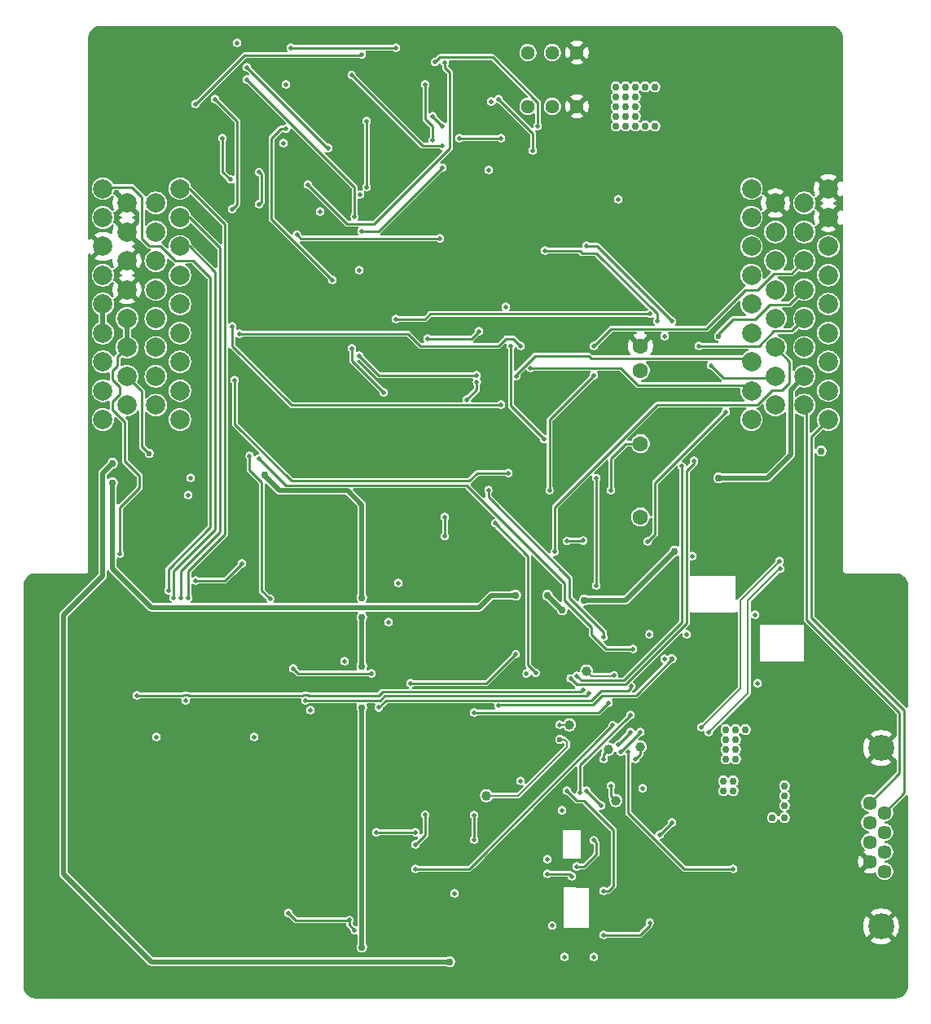
<source format=gbr>
%TF.GenerationSoftware,KiCad,Pcbnew,9.0.7*%
%TF.CreationDate,2026-02-09T19:02:23-08:00*%
%TF.ProjectId,VCU,5643552e-6b69-4636-9164-5f7063625858,1.5*%
%TF.SameCoordinates,Original*%
%TF.FileFunction,Copper,L4,Bot*%
%TF.FilePolarity,Positive*%
%FSLAX46Y46*%
G04 Gerber Fmt 4.6, Leading zero omitted, Abs format (unit mm)*
G04 Created by KiCad (PCBNEW 9.0.7) date 2026-02-09 19:02:23*
%MOMM*%
%LPD*%
G01*
G04 APERTURE LIST*
%TA.AperFunction,ComponentPad*%
%ADD10C,1.600200*%
%TD*%
%TA.AperFunction,ComponentPad*%
%ADD11C,6.400000*%
%TD*%
%TA.AperFunction,ComponentPad*%
%ADD12C,2.000000*%
%TD*%
%TA.AperFunction,ComponentPad*%
%ADD13C,1.440000*%
%TD*%
%TA.AperFunction,ComponentPad*%
%ADD14C,1.447800*%
%TD*%
%TA.AperFunction,ComponentPad*%
%ADD15C,2.692400*%
%TD*%
%TA.AperFunction,SMDPad,CuDef*%
%ADD16C,1.000000*%
%TD*%
%TA.AperFunction,ViaPad*%
%ADD17C,0.508000*%
%TD*%
%TA.AperFunction,ViaPad*%
%ADD18C,0.762000*%
%TD*%
%TA.AperFunction,ViaPad*%
%ADD19C,0.600000*%
%TD*%
%TA.AperFunction,Conductor*%
%ADD20C,0.254000*%
%TD*%
%TA.AperFunction,Conductor*%
%ADD21C,0.508000*%
%TD*%
%TA.AperFunction,Conductor*%
%ADD22C,0.200000*%
%TD*%
G04 APERTURE END LIST*
D10*
%TO.P,K3,1*%
%TO.N,GND*%
X255395099Y-102918001D03*
%TO.P,K3,2*%
%TO.N,Net-(D22-K)*%
X255395099Y-105458001D03*
%TO.P,K3,5*%
%TO.N,BSPD_Shutdown_Out*%
X255395099Y-113078001D03*
%TO.P,K3,8*%
%TO.N,Inertia_Shutdown*%
X255395099Y-120698001D03*
%TD*%
D11*
%TO.P,H1,1,1*%
%TO.N,GND*%
X202309099Y-72946001D03*
%TD*%
%TO.P,H3,1,1*%
%TO.N,GND*%
X278509099Y-130096001D03*
%TD*%
%TO.P,H2,1,1*%
%TO.N,GND*%
X195958626Y-165656001D03*
%TD*%
D12*
%TO.P,J3,1,Pin_1*%
%TO.N,/APPS_1_Raw*%
X207532880Y-86575640D03*
%TO.P,J3,2,Pin_2*%
%TO.N,/APPS_2_Raw*%
X207532880Y-89575640D03*
%TO.P,J3,3,Pin_3*%
%TO.N,/BPPS_1_Raw*%
X207532880Y-92575640D03*
%TO.P,J3,4,Pin_4*%
%TO.N,/Status_Indicator_Strip*%
X207532880Y-95575640D03*
%TO.P,J3,5,Pin_5*%
%TO.N,/BMS_LED_Cathode*%
X207532880Y-98575640D03*
%TO.P,J3,6,Pin_6*%
%TO.N,/IMD_LED_Cathode*%
X207532880Y-101575640D03*
%TO.P,J3,7,Pin_7*%
%TO.N,/BSPD_LED_Cathode*%
X207532880Y-104575640D03*
%TO.P,J3,8,Pin_8*%
%TO.N,/RTD_Button_Neg*%
X207532880Y-107575640D03*
%TO.P,J3,9,Pin_9*%
%TO.N,/RTD_LED_Cathode*%
X207532880Y-110575640D03*
%TO.P,J3,10,Pin_10*%
%TO.N,+5V*%
X205032880Y-88075640D03*
%TO.P,J3,11,Pin_11*%
X205032880Y-91075640D03*
%TO.P,J3,12,Pin_12*%
X205032880Y-94075640D03*
%TO.P,J3,13,Pin_13*%
X205032880Y-97075640D03*
%TO.P,J3,14,Pin_14*%
%TO.N,+12V*%
X205032880Y-100075640D03*
%TO.P,J3,15,Pin_15*%
X205032880Y-103075640D03*
%TO.P,J3,16,Pin_16*%
X205032880Y-106075640D03*
%TO.P,J3,17,Pin_17*%
X205032880Y-109075640D03*
%TO.P,J3,18,Pin_18*%
%TO.N,GND*%
X202032880Y-88075640D03*
%TO.P,J3,19,Pin_19*%
X202032880Y-91075640D03*
%TO.P,J3,20,Pin_20*%
X202032880Y-94075640D03*
%TO.P,J3,21,Pin_21*%
X202032880Y-97075640D03*
%TO.P,J3,22,Pin_22*%
%TO.N,E_Stop_Shutdown*%
X202032880Y-100075640D03*
%TO.P,J3,23,Pin_23*%
X202032880Y-103075640D03*
%TO.P,J3,24,Pin_24*%
%TO.N,Inertia_Shutdown*%
X202032880Y-106075640D03*
%TO.P,J3,25,Pin_25*%
%TO.N,+3V3*%
X202032880Y-109075640D03*
%TO.P,J3,26,Pin_26*%
%TO.N,/MCU/SPS_1_Raw*%
X199532880Y-86575640D03*
%TO.P,J3,27,Pin_27*%
%TO.N,+5V*%
X199532880Y-89575640D03*
%TO.P,J3,28,Pin_28*%
%TO.N,GND*%
X199532880Y-92575640D03*
%TO.P,J3,29,Pin_29*%
%TO.N,Shutdown_In*%
X199532880Y-95575640D03*
%TO.P,J3,30,Pin_30*%
%TO.N,BOTS_Shutdown*%
X199532880Y-98575640D03*
%TO.P,J3,31,Pin_31*%
X199532880Y-101575640D03*
%TO.P,J3,32,Pin_32*%
%TO.N,unconnected-(J3-Pin_32-Pad32)*%
X199532880Y-104575640D03*
%TO.P,J3,33,Pin_33*%
%TO.N,/MCU/Solenoid_Neg*%
X199532880Y-107575640D03*
%TO.P,J3,34,Pin_34*%
%TO.N,+12V*%
X199532880Y-110575640D03*
%TD*%
D13*
%TO.P,RV2,1,1*%
%TO.N,+5V*%
X243711099Y-78026001D03*
%TO.P,RV2,2,2*%
%TO.N,Net-(U7A--)*%
X246251099Y-78026001D03*
%TO.P,RV2,3,3*%
%TO.N,GND*%
X248791099Y-78026001D03*
%TD*%
D12*
%TO.P,J1,1,Pin_1*%
%TO.N,/CAN_Powertrain_H*%
X266934820Y-110574600D03*
%TO.P,J1,2,Pin_2*%
%TO.N,/nIMD_Fault*%
X266934820Y-107574600D03*
%TO.P,J1,3,Pin_3*%
%TO.N,/nBMS_Fault*%
X266934820Y-104574600D03*
%TO.P,J1,4,Pin_4*%
%TO.N,Shutdown_In*%
X266934820Y-101574600D03*
%TO.P,J1,5,Pin_5*%
%TO.N,/UART5_RX*%
X266934820Y-98574600D03*
%TO.P,J1,6,Pin_6*%
%TO.N,/UART5_TX*%
X266934820Y-95574600D03*
%TO.P,J1,7,Pin_7*%
%TO.N,/Current_Analog_Raw*%
X266934820Y-92574600D03*
%TO.P,J1,8,Pin_8*%
%TO.N,/Current_Vref_Raw*%
X266934820Y-89574600D03*
%TO.P,J1,9,Pin_9*%
%TO.N,+12V*%
X266934820Y-86574600D03*
%TO.P,J1,10,Pin_10*%
%TO.N,/CAN_Powertrain_L*%
X269434820Y-109074600D03*
%TO.P,J1,11,Pin_11*%
%TO.N,/Reset_Button*%
X269434820Y-106074600D03*
%TO.P,J1,12,Pin_12*%
%TO.N,/Brake_LED_Cathode*%
X269434820Y-103074600D03*
%TO.P,J1,13,Pin_13*%
%TO.N,/RTD_Buzzer_Neg*%
X269434820Y-100074600D03*
%TO.P,J1,14,Pin_14*%
%TO.N,/Driverless_Signal*%
X269434820Y-97074600D03*
%TO.P,J1,15,Pin_15*%
%TO.N,/Rear_Brake_Raw*%
X269434820Y-94074600D03*
%TO.P,J1,16,Pin_16*%
%TO.N,/Front_Brake_Raw*%
X269434820Y-91074600D03*
%TO.P,J1,17,Pin_17*%
%TO.N,GND*%
X269434820Y-88074600D03*
%TO.P,J1,18,Pin_18*%
%TO.N,CAN_Data_H*%
X272434820Y-109074600D03*
%TO.P,J1,19,Pin_19*%
%TO.N,BSPD_Shutdown_Out*%
X272434820Y-106074600D03*
%TO.P,J1,20,Pin_20*%
%TO.N,+12V*%
X272434820Y-103074600D03*
%TO.P,J1,21,Pin_21*%
%TO.N,/RTD_Buzzer_Pos*%
X272434820Y-100074600D03*
%TO.P,J1,22,Pin_22*%
%TO.N,/TSSI_RED_Cathode*%
X272434820Y-97074600D03*
%TO.P,J1,23,Pin_23*%
%TO.N,/TSSI_GREEN_Cathode*%
X272434820Y-94074600D03*
%TO.P,J1,24,Pin_24*%
%TO.N,+12V*%
X272434820Y-91074600D03*
%TO.P,J1,25,Pin_25*%
X272434820Y-88074600D03*
%TO.P,J1,26,Pin_26*%
%TO.N,CAN_Data_L*%
X274934820Y-110574600D03*
%TO.P,J1,27,Pin_27*%
%TO.N,unconnected-(J1-Pin_27-Pad27)*%
X274934820Y-107574600D03*
%TO.P,J1,28,Pin_28*%
%TO.N,unconnected-(J1-Pin_28-Pad28)*%
X274934820Y-104574600D03*
%TO.P,J1,29,Pin_29*%
%TO.N,unconnected-(J1-Pin_29-Pad29)*%
X274934820Y-101574600D03*
%TO.P,J1,30,Pin_30*%
%TO.N,unconnected-(J1-Pin_30-Pad30)*%
X274934820Y-98574600D03*
%TO.P,J1,31,Pin_31*%
%TO.N,+12V*%
X274934820Y-95574600D03*
%TO.P,J1,32,Pin_32*%
X274934820Y-92574600D03*
%TO.P,J1,33,Pin_33*%
%TO.N,GND*%
X274934820Y-89574600D03*
%TO.P,J1,34,Pin_34*%
X274934820Y-86574600D03*
%TD*%
D11*
%TO.P,H4,1,1*%
%TO.N,GND*%
X272159099Y-72946001D03*
%TD*%
D13*
%TO.P,RV1,1,1*%
%TO.N,+5V*%
X243711099Y-72443001D03*
%TO.P,RV1,2,2*%
%TO.N,Net-(U7B--)*%
X246251099Y-72443001D03*
%TO.P,RV1,3,3*%
%TO.N,GND*%
X248791099Y-72443001D03*
%TD*%
D14*
%TO.P,J2,1,Pin_1*%
%TO.N,CAN_Data_L*%
X280769700Y-151432000D03*
%TO.P,J2,2,Pin_2*%
%TO.N,CAN_Data_H*%
X279245700Y-150416000D03*
%TO.P,J2,3,Pin_3*%
%TO.N,/Dash_Launch*%
X279245700Y-152448000D03*
%TO.P,J2,4,Pin_4*%
%TO.N,/Dash_Lap*%
X279245700Y-154480000D03*
%TO.P,J2,5,Pin_5*%
%TO.N,unconnected-(J2-Pin_5-Pad5)*%
X280769700Y-153464000D03*
%TO.P,J2,6,Pin_6*%
%TO.N,unconnected-(J2-Pin_6-Pad6)*%
X280769700Y-155496000D03*
%TO.P,J2,7,Pin_7*%
%TO.N,+12V*%
X280769700Y-157528000D03*
%TO.P,J2,8,Pin_8*%
%TO.N,GND*%
X279245700Y-156512000D03*
D15*
%TO.P,J2,SH,Shield*%
X280414100Y-163243000D03*
X280414100Y-144701000D03*
%TD*%
D16*
%TO.P,TP12,1,1*%
%TO.N,Net-(U27-PA9)*%
X252855099Y-150162001D03*
%TD*%
%TO.P,TP11,1,1*%
%TO.N,Net-(U27-PA8)*%
X252093099Y-144828001D03*
%TD*%
%TO.P,TP14,1,1*%
%TO.N,Net-(U27-PB0)*%
X248029099Y-142288001D03*
%TD*%
%TO.P,TP13,1,1*%
%TO.N,Net-(U27-PA10)*%
X255395099Y-144574001D03*
%TD*%
%TO.P,TP16,1,1*%
%TO.N,Net-(U27-PC15)*%
X249807099Y-136700001D03*
%TD*%
%TO.P,TP15,1,1*%
%TO.N,Net-(U27-PB10)*%
X239393099Y-149654001D03*
%TD*%
D17*
%TO.N,GND*%
X232027099Y-158544001D03*
X264793099Y-135430001D03*
X229233099Y-135430001D03*
X219073099Y-134160001D03*
X257935099Y-88948001D03*
X218579231Y-73250801D03*
X233805099Y-88948001D03*
X220089099Y-78280001D03*
D18*
X263015099Y-74470001D03*
D17*
X214247099Y-141526001D03*
X253617099Y-161592001D03*
X251585099Y-100632001D03*
X214501099Y-77772001D03*
D18*
X264031099Y-72438001D03*
X263015099Y-71422001D03*
D17*
X217803099Y-129080001D03*
X243203099Y-98854001D03*
D18*
X263015099Y-73454001D03*
D17*
X260983099Y-84122001D03*
X207389099Y-140256001D03*
X240663099Y-145590001D03*
X217803099Y-125524001D03*
X251585099Y-128318001D03*
X229233099Y-94790001D03*
D18*
X264793099Y-151940001D03*
X264031099Y-71422001D03*
D17*
X224407099Y-125524001D03*
X252347099Y-97838001D03*
D18*
X270635099Y-81582001D03*
X271397099Y-79804001D03*
D17*
X224407099Y-120444001D03*
D18*
X265047099Y-71422001D03*
D17*
X269365099Y-128064001D03*
D18*
X265809099Y-151940001D03*
D17*
X247013099Y-144574001D03*
X254125099Y-133652001D03*
X245743099Y-152194001D03*
X269873099Y-156258001D03*
D18*
X269619099Y-81582001D03*
X265047099Y-72438001D03*
D19*
X259108299Y-119428001D03*
X242949099Y-87678001D03*
D17*
X265023299Y-133144001D03*
X257935099Y-113332001D03*
X208151099Y-133144001D03*
X213993099Y-91488001D03*
X231011099Y-83614001D03*
X227455099Y-146098001D03*
D18*
X270889099Y-144574001D03*
D17*
X212977099Y-111808001D03*
X245997099Y-109014001D03*
X219073099Y-137716001D03*
D18*
X271397099Y-80820001D03*
D17*
X206373099Y-143558001D03*
X216787099Y-108506001D03*
D18*
X270635099Y-78534001D03*
D17*
X235075099Y-114856001D03*
X246251099Y-161338001D03*
X273175099Y-136700001D03*
X245743099Y-120698001D03*
X207135099Y-124508001D03*
X257935099Y-96060001D03*
X259967099Y-97330001D03*
X254647231Y-165416133D03*
X247013099Y-164386001D03*
X242695099Y-166418001D03*
X231011099Y-118412001D03*
X207643099Y-161592001D03*
X249299099Y-151178001D03*
D18*
X269619099Y-78534001D03*
D17*
X206119099Y-80312001D03*
X235329099Y-96822001D03*
X236091099Y-154734001D03*
X233043099Y-124762001D03*
X250061099Y-108252001D03*
X224407099Y-122984001D03*
X253109099Y-89710001D03*
X233043099Y-104188001D03*
X210183099Y-143558001D03*
D18*
X270889099Y-143304001D03*
D17*
X267333099Y-124254001D03*
X252855099Y-165373031D03*
X221105099Y-105204001D03*
D18*
X269873099Y-144574001D03*
D17*
X233297099Y-107236001D03*
X212977099Y-116888001D03*
D18*
X269873099Y-143304001D03*
D17*
X246505099Y-115364001D03*
X254872967Y-148906133D03*
X239886967Y-123168401D03*
X219835099Y-95298001D03*
X240155099Y-131366001D03*
X211453099Y-161592001D03*
X250823099Y-113586001D03*
X250061099Y-125778001D03*
X242695099Y-127810001D03*
D18*
X265809099Y-150924001D03*
D17*
X262761099Y-158290001D03*
X245997099Y-101902001D03*
X245743099Y-133144001D03*
X217794682Y-127556001D03*
X257935099Y-104910901D03*
X203071099Y-135684001D03*
X228979099Y-106982001D03*
X220851099Y-85138001D03*
X242187099Y-96314001D03*
X229995099Y-76502001D03*
D18*
X263015099Y-72438001D03*
D17*
X269873099Y-160068001D03*
X229741099Y-124762001D03*
X208151099Y-119428001D03*
X247013099Y-138224001D03*
D18*
X266825099Y-151940001D03*
D17*
X230503099Y-86408001D03*
X248139899Y-138252263D03*
X240155099Y-75232001D03*
X248537099Y-93570801D03*
X247267099Y-122476001D03*
D18*
X264793099Y-150924001D03*
D17*
X219835099Y-98346001D03*
X212723099Y-143558001D03*
X241679099Y-157528001D03*
X262253099Y-124508001D03*
X253109099Y-128318001D03*
D18*
X268857099Y-143304001D03*
D19*
X258951099Y-128826001D03*
D17*
X264031099Y-153210001D03*
X201801099Y-142288001D03*
X259459099Y-137716001D03*
X209421099Y-140002001D03*
X235837099Y-145590001D03*
X238377099Y-127302001D03*
X258189099Y-146352001D03*
D18*
X241171099Y-165148001D03*
D17*
X217803099Y-71930001D03*
X258951099Y-133906001D03*
%TO.N,+3V3*%
X256341099Y-132890001D03*
X247521099Y-166418001D03*
X221105099Y-140764001D03*
X257935099Y-135430001D03*
X243557599Y-136954001D03*
D18*
X265301099Y-143812001D03*
D17*
X267587099Y-137970001D03*
X242949099Y-148130001D03*
D18*
X264285099Y-144828001D03*
D17*
X260221099Y-132890001D03*
X236091099Y-159814001D03*
D18*
X265301099Y-144828001D03*
D17*
X246251099Y-163146801D03*
X255649099Y-148892001D03*
X247267099Y-151178001D03*
D18*
X264285099Y-145844001D03*
X265301099Y-142796001D03*
D17*
X250569099Y-166418001D03*
D18*
X264285099Y-142796001D03*
D17*
X205103099Y-143558001D03*
X245743099Y-156258001D03*
D18*
X266317099Y-142796001D03*
X264285099Y-143812001D03*
X265301099Y-145844001D03*
%TO.N,+5V*%
X253871099Y-79042001D03*
X252855099Y-78026001D03*
D17*
X208151099Y-139748001D03*
X267333099Y-130858001D03*
X229233099Y-131620001D03*
X218565099Y-75740001D03*
D18*
X252855099Y-79042001D03*
X252855099Y-77010001D03*
X270381099Y-151940001D03*
D17*
X226235899Y-87170001D03*
D18*
X256919099Y-75994001D03*
D17*
X241425099Y-98854001D03*
D18*
X253871099Y-80058001D03*
D17*
X253109099Y-87678001D03*
X230249099Y-127556001D03*
D18*
X264031099Y-148130001D03*
X265047099Y-148130001D03*
X253871099Y-77010001D03*
X253871099Y-78026001D03*
X253871099Y-75994001D03*
D17*
X239901099Y-77518001D03*
X226185099Y-95044001D03*
X208405099Y-118412001D03*
D18*
X252855099Y-75994001D03*
X255903099Y-75994001D03*
X255903099Y-80058001D03*
X265047099Y-149146001D03*
X256919099Y-80058001D03*
D17*
X213485099Y-71422001D03*
D18*
X269111099Y-151940001D03*
X264031099Y-149146001D03*
X254887099Y-79042001D03*
X270381099Y-150670001D03*
D17*
X208659099Y-116634001D03*
D18*
X254887099Y-80058001D03*
D17*
X222121099Y-88948001D03*
D18*
X254887099Y-75994001D03*
X270381099Y-148638001D03*
X254887099Y-78026001D03*
D17*
X257935099Y-101902001D03*
D18*
X270381099Y-149654001D03*
X252855099Y-80058001D03*
D17*
X260779899Y-124762001D03*
X215263099Y-143558001D03*
X224661099Y-135684001D03*
X239647099Y-84630001D03*
X218311099Y-81836001D03*
D18*
X254887099Y-77010001D03*
D17*
%TO.N,/Shutdown_VCU/BSPD_Fault_nDelayed*%
X219693967Y-91346869D03*
X234567099Y-91742001D03*
D18*
%TO.N,+12V*%
X226439099Y-140510001D03*
X226439099Y-129080001D03*
X216304499Y-116354601D03*
X226439099Y-131112001D03*
X274191099Y-113840001D03*
X226439099Y-136192001D03*
X226439099Y-165402001D03*
D17*
%TO.N,RTD_Button_3V3*%
X215771099Y-114602001D03*
X254633099Y-134414001D03*
%TO.N,/BPPS_1_Raw*%
X206881099Y-129080001D03*
%TO.N,/APPS_1_Raw*%
X208405099Y-129080001D03*
%TO.N,/APPS_2_Raw*%
X207643099Y-129080001D03*
%TO.N,E_Stop_Shutdown*%
X201293099Y-124508001D03*
%TO.N,RTD_LED*%
X239596299Y-117904001D03*
X251578173Y-133144001D03*
%TO.N,/Brake_LED_Cathode*%
X246505099Y-124304801D03*
D19*
%TO.N,/TSSI_RED_Cathode*%
X263523099Y-101902001D03*
X258666902Y-135430001D03*
D17*
X240648967Y-140306801D03*
%TO.N,/RTD_Buzzer_Neg*%
X256157099Y-123238001D03*
X264285099Y-109776001D03*
%TO.N,/RTD_Buzzer_Pos*%
X261491099Y-102918001D03*
%TO.N,Dash_Lap_Filtered*%
X265047099Y-157274001D03*
X254133328Y-145102035D03*
%TO.N,/TSSI_GREEN_Cathode*%
X250569099Y-105966001D03*
X250569099Y-102918001D03*
X245946299Y-117904001D03*
%TO.N,/Shutdown_VCU/High_Current_Output*%
X223391099Y-96060001D03*
X218554761Y-80327063D03*
%TO.N,/nBMS_Fault*%
X226185099Y-103934001D03*
X242491898Y-106045063D03*
X238377099Y-105966001D03*
%TO.N,Driverless_Signal_Filtered*%
X250823099Y-127810001D03*
X250823099Y-116634001D03*
%TO.N,NRST*%
X238123099Y-141018001D03*
X252081099Y-140002001D03*
X233043099Y-151635201D03*
X232027099Y-154734001D03*
D18*
%TO.N,Shutdown_In*%
X249553099Y-129334001D03*
X242441099Y-128826001D03*
X247267099Y-130350001D03*
X245743099Y-128826001D03*
X258951099Y-124254001D03*
X200531099Y-117142001D03*
D17*
%TO.N,BSPD_Shutdown_Out*%
X252347099Y-117907002D03*
D18*
X263523099Y-116634001D03*
D17*
%TO.N,Inertia_Shutdown*%
X249459109Y-123144011D03*
X247775099Y-123168401D03*
D19*
X204341099Y-114094001D03*
D17*
%TO.N,Current_Analog_Buff_Filtered*%
X244727099Y-80058001D03*
X234059099Y-73403201D03*
%TO.N,Rear_Brake_Fault*%
X212773899Y-85616581D03*
X211961099Y-81328001D03*
%TO.N,Front_Brake_Fault*%
X211199099Y-77264001D03*
X212977099Y-88694001D03*
%TO.N,BPPS_1_Buff_Filt*%
X231519099Y-137970001D03*
X242455231Y-134936133D03*
%TO.N,APPS_1_Buff_Filt*%
X220597099Y-139748001D03*
X250061099Y-138986001D03*
%TO.N,Rear_Brake_Buff_Filtered*%
X258697099Y-100327201D03*
X240663099Y-77264001D03*
X244219099Y-82598001D03*
X249807099Y-92504001D03*
%TO.N,/Shutdown_VCU/Hard_Front_Brake*%
X234821099Y-80058001D03*
X233805099Y-79042001D03*
%TO.N,Front_Brake_Buff_Filtered*%
X257173099Y-100327201D03*
X236599099Y-81328001D03*
X240917099Y-81328001D03*
X245489099Y-93012001D03*
%TO.N,/Shutdown_VCU/Hard_Rear_Brake*%
X235075099Y-73454001D03*
X220851099Y-86154001D03*
%TO.N,/Shutdown_VCU/Front_Brake_Short*%
X214501099Y-75232001D03*
X225691231Y-89470133D03*
%TO.N,/Shutdown_VCU/Current_Sensor_Open*%
X209167099Y-77772001D03*
X226439099Y-72641201D03*
%TO.N,/Shutdown_VCU/Rear_Brake_Open*%
X229995099Y-71930001D03*
X219073099Y-71930001D03*
%TO.N,/Shutdown_VCU/Front_Brake_Open*%
X222948099Y-82344001D03*
X214501099Y-73962001D03*
%TO.N,APPS_2_Buff_Filt*%
X203071099Y-139240001D03*
X249440322Y-138679048D03*
%TO.N,/Shutdown_VCU/BSPD_Set*%
X228725099Y-107744001D03*
X225423099Y-103172001D03*
%TO.N,STLINK_SWCLK*%
X225154967Y-162593869D03*
X218819099Y-161846001D03*
X258697099Y-152448001D03*
X225691231Y-163638133D03*
X257427099Y-153718001D03*
%TO.N,STLINK_SWO*%
X232027099Y-157274001D03*
X252522037Y-142338801D03*
%TO.N,INT1_3V3*%
X247775099Y-149146001D03*
X251585099Y-159560001D03*
%TO.N,UART4_TX*%
X254379099Y-143050001D03*
X253094967Y-144334133D03*
%TO.N,/nIMD_Fault*%
X243965099Y-105204001D03*
%TO.N,UART4_RX*%
X232027099Y-153464001D03*
X227963099Y-153464001D03*
X255395099Y-143050001D03*
X253363099Y-145082001D03*
%TO.N,SPI2_NSS*%
X248283099Y-158036001D03*
X245743099Y-157782001D03*
%TO.N,SPI2_SCK*%
X250569099Y-154298000D03*
X248791099Y-157020001D03*
%TO.N,SPI2_MOSI*%
X251331099Y-150670001D03*
X249807099Y-149146001D03*
%TO.N,BME_NSS*%
X249139899Y-149384605D03*
X254379099Y-141272001D03*
%TO.N,/MCU/BSDP_Fault*%
X245387499Y-112588879D03*
X238631099Y-101394001D03*
X233297099Y-102156001D03*
X241933099Y-102918001D03*
%TO.N,/MCU/Rear_Brake_Buff_Filtered_3V*%
X248791099Y-137208001D03*
X259713099Y-115440201D03*
%TO.N,/Shutdown_VCU/Short_Threshold*%
X226439099Y-90980001D03*
X234821099Y-84376001D03*
X226947099Y-86408001D03*
X226947099Y-79550001D03*
%TO.N,/MCU/Front_Brake_Buff_Filtered_3V*%
X260983099Y-114856001D03*
X248139899Y-137462001D03*
%TO.N,/Shutdown_VCU/Open_Threshold*%
X233805099Y-81531201D03*
X233043099Y-75740001D03*
%TO.N,/Status_Indicator_Strip*%
X214774299Y-114348001D03*
X216914099Y-129207001D03*
%TO.N,/MCU/Status_Indicator_Strip_3V*%
X254445267Y-138290169D03*
X228202967Y-140495869D03*
%TO.N,WKUP1*%
X251585099Y-164132001D03*
X256360299Y-162862001D03*
%TO.N,Net-(U6A--)*%
X225372299Y-74749401D03*
X234821099Y-82090001D03*
%TO.N,Net-(R34-Pad2)*%
X213993099Y-125524001D03*
X209167099Y-127302001D03*
%TO.N,/Reset_Button*%
X229995099Y-100124001D03*
X256373099Y-99597601D03*
X262761099Y-104950001D03*
%TO.N,/MCU/BSPD_Shutdown_Out_3V04*%
X240282099Y-121333001D03*
X244528638Y-136898462D03*
%TO.N,/Shutdown_VCU/Shutdown_LEDS/TSSI_Red_Logic*%
X235075099Y-122677301D03*
X235075099Y-120698001D03*
%TO.N,/UART5_RX*%
X261745099Y-142542001D03*
X269873099Y-125270001D03*
%TO.N,/UART5_TX*%
X262507099Y-143050001D03*
X269919758Y-126078660D03*
%TO.N,/BMS_LED_Cathode*%
X240917099Y-109014001D03*
X212977099Y-100886001D03*
%TO.N,/BSPD_LED_Cathode*%
X213231099Y-106474001D03*
X241679099Y-116126001D03*
%TO.N,/IMD_LED_Cathode*%
X242949099Y-102918001D03*
X213739099Y-101648001D03*
%TO.N,Net-(U9-Pad2)*%
X215771099Y-88186001D03*
X215771099Y-84833201D03*
%TO.N,Solenoid_Signal*%
X238123099Y-154226001D03*
X238123099Y-151686001D03*
D18*
%TO.N,/MCU/Solenoid_Neg*%
X200531099Y-115110001D03*
X235583099Y-166926001D03*
D17*
%TO.N,SPS_1_Buff_Filt*%
X227455099Y-136954001D03*
X219327099Y-136446001D03*
%TO.N,/MCU/SPS_1_Raw*%
X206322299Y-128318001D03*
%TO.N,Net-(U27-PA8)*%
X251585099Y-145844001D03*
%TO.N,Net-(U27-PA9)*%
X252347099Y-148638001D03*
%TO.N,Net-(U27-PA10)*%
X254887099Y-145844001D03*
%TO.N,Net-(U27-PB0)*%
X247013099Y-142288001D03*
D19*
%TO.N,Net-(U27-PB10)*%
X247013099Y-143812001D03*
D17*
%TO.N,Net-(U27-PC15)*%
X252639899Y-137127648D03*
%TO.N,Net-(D22-K)*%
X238396170Y-106651538D03*
X237361099Y-108506001D03*
%TD*%
D20*
%TO.N,/Shutdown_VCU/BSPD_Fault_nDelayed*%
X220089099Y-91742001D02*
X219693967Y-91346869D01*
X234567099Y-91742001D02*
X220089099Y-91742001D01*
D21*
%TO.N,+12V*%
X226439099Y-119428001D02*
X224966899Y-117955801D01*
X226439099Y-136192001D02*
X226439099Y-131112001D01*
X217854899Y-117955801D02*
X216304499Y-116405401D01*
X224966899Y-117955801D02*
X217854899Y-117955801D01*
X226439099Y-129080001D02*
X226439099Y-119428001D01*
X226439099Y-165402001D02*
X226439099Y-140510001D01*
X216304499Y-116405401D02*
X216304499Y-116354601D01*
D20*
%TO.N,RTD_Button_3V3*%
X218565099Y-117396001D02*
X215771099Y-114602001D01*
X237361099Y-117396001D02*
X218565099Y-117396001D01*
X251839099Y-134414001D02*
X250315099Y-132890001D01*
X250315099Y-132890001D02*
X250315099Y-132128001D01*
X254633099Y-134414001D02*
X251839099Y-134414001D01*
X247521099Y-127556001D02*
X237361099Y-117396001D01*
X247521099Y-129334001D02*
X247521099Y-127556001D01*
X250315099Y-132128001D02*
X247521099Y-129334001D01*
%TO.N,/BPPS_1_Raw*%
X206881099Y-126286001D02*
X211199099Y-121968001D01*
X211199099Y-121968001D02*
X211199099Y-95230939D01*
X208543800Y-92575640D02*
X207532880Y-92575640D01*
X211199099Y-95230939D02*
X208543800Y-92575640D01*
X206881099Y-129080001D02*
X206881099Y-126286001D01*
%TO.N,/APPS_1_Raw*%
X212215099Y-122476001D02*
X212215099Y-90246939D01*
X208405099Y-126286001D02*
X212215099Y-122476001D01*
X208405099Y-129080001D02*
X208405099Y-126286001D01*
X212215099Y-90246939D02*
X208543800Y-86575640D01*
X208543800Y-86575640D02*
X207532880Y-86575640D01*
%TO.N,/APPS_2_Raw*%
X207643099Y-126286001D02*
X211707099Y-122222001D01*
X208543800Y-89575640D02*
X207532880Y-89575640D01*
X211707099Y-122222001D02*
X211707099Y-92738939D01*
X211707099Y-92738939D02*
X208543800Y-89575640D01*
X207643099Y-129080001D02*
X207643099Y-126286001D01*
D21*
%TO.N,BOTS_Shutdown*%
X199515099Y-98878001D02*
X199515099Y-101878001D01*
D20*
%TO.N,E_Stop_Shutdown*%
X201293099Y-119682001D02*
X203325099Y-117650001D01*
X201801099Y-114856001D02*
X201801099Y-110792001D01*
X201293099Y-107182540D02*
X200531099Y-106420540D01*
X203325099Y-117650001D02*
X203325099Y-116380001D01*
X200531099Y-108730740D02*
X201293099Y-107968740D01*
X201293099Y-124508001D02*
X201293099Y-119682001D01*
X200531099Y-105458001D02*
X201039099Y-104950001D01*
X201039099Y-104950001D02*
X201039099Y-104069421D01*
X200531099Y-109522001D02*
X200531099Y-108730740D01*
X201293099Y-107968740D02*
X201293099Y-107182540D01*
X203325099Y-116380001D02*
X201801099Y-114856001D01*
D21*
X202032880Y-100075640D02*
X202032880Y-103075640D01*
D20*
X201801099Y-110792001D02*
X200531099Y-109522001D01*
X200531099Y-106420540D02*
X200531099Y-105458001D01*
X201039099Y-104069421D02*
X202032880Y-103075640D01*
%TO.N,RTD_LED*%
X251585099Y-132636001D02*
X248029099Y-129080001D01*
X248029099Y-129080001D02*
X248029099Y-127048001D01*
X248029099Y-127048001D02*
X239596299Y-118615201D01*
X251585099Y-132682875D02*
X251585099Y-132636001D01*
X251578173Y-132689801D02*
X251585099Y-132682875D01*
X239596299Y-118615201D02*
X239596299Y-117904001D01*
X251578173Y-133144001D02*
X251578173Y-132689801D01*
%TO.N,/Brake_LED_Cathode*%
X267591600Y-109014001D02*
X269115600Y-107490001D01*
X246505099Y-124304801D02*
X246505099Y-119682001D01*
X270127099Y-107490001D02*
X270889099Y-106728001D01*
X257173099Y-109014001D02*
X267591600Y-109014001D01*
X270889099Y-106728001D02*
X270889099Y-104528879D01*
X269115600Y-107490001D02*
X270127099Y-107490001D01*
X246505099Y-119682001D02*
X257173099Y-109014001D01*
X270889099Y-104528879D02*
X269434820Y-103074600D01*
%TO.N,/TSSI_RED_Cathode*%
X270909419Y-98600001D02*
X272434820Y-97074600D01*
X251435171Y-139240001D02*
X254916776Y-139240001D01*
X265047099Y-100124001D02*
X267308918Y-100124001D01*
X258666902Y-135489875D02*
X258666902Y-135430001D01*
X240648967Y-140306801D02*
X240774967Y-140180801D01*
X254916776Y-139240001D02*
X258666902Y-135489875D01*
X240774967Y-140180801D02*
X250494371Y-140180801D01*
X263523099Y-101902001D02*
X263523099Y-101648001D01*
X250494371Y-140180801D02*
X251435171Y-139240001D01*
X268832918Y-98600001D02*
X270909419Y-98600001D01*
X267308918Y-100124001D02*
X268832918Y-98600001D01*
X263523099Y-101648001D02*
X265047099Y-100124001D01*
%TO.N,/RTD_Buzzer_Neg*%
X256919099Y-117142001D02*
X264285099Y-109776001D01*
X256157099Y-123238001D02*
X256919099Y-122476001D01*
X256919099Y-122476001D02*
X256919099Y-117142001D01*
%TO.N,/RTD_Buzzer_Pos*%
X271129020Y-101380400D02*
X272434820Y-100074600D01*
X261491099Y-102918001D02*
X267744738Y-102918001D01*
X269282339Y-101380400D02*
X271129020Y-101380400D01*
X267744738Y-102918001D02*
X269282339Y-101380400D01*
%TO.N,Dash_Lap_Filtered*%
X259967099Y-157274001D02*
X265047099Y-157274001D01*
X254133328Y-151440230D02*
X259967099Y-157274001D01*
X254133328Y-145102035D02*
X254133328Y-151440230D01*
%TO.N,/TSSI_GREEN_Cathode*%
X271129020Y-95380400D02*
X272434820Y-94074600D01*
X262260919Y-101140001D02*
X266324919Y-97076001D01*
X266324919Y-97076001D02*
X267586738Y-97076001D01*
X245946299Y-110588801D02*
X245946299Y-117904001D01*
X252347099Y-101140001D02*
X262260919Y-101140001D01*
X267586738Y-97076001D02*
X269282339Y-95380400D01*
X250569099Y-102918001D02*
X252347099Y-101140001D01*
X250569099Y-105966001D02*
X245946299Y-110588801D01*
X269282339Y-95380400D02*
X271129020Y-95380400D01*
%TO.N,/Shutdown_VCU/High_Current_Output*%
X217041099Y-81328001D02*
X217041099Y-89710001D01*
X218539699Y-80312001D02*
X218057099Y-80312001D01*
X217041099Y-89710001D02*
X223391099Y-96060001D01*
X218057099Y-80312001D02*
X217041099Y-81328001D01*
X218554761Y-80327063D02*
X218539699Y-80312001D01*
%TO.N,/nBMS_Fault*%
X242491898Y-105885525D02*
X244443422Y-103934001D01*
X244443422Y-103934001D02*
X250031422Y-103934001D01*
X228217099Y-105966001D02*
X238377099Y-105966001D01*
X250031422Y-103934001D02*
X250285422Y-104188001D01*
X242491898Y-106045063D02*
X242491898Y-105885525D01*
X226185099Y-103934001D02*
X228217099Y-105966001D01*
X250285422Y-104188001D02*
X266548221Y-104188001D01*
%TO.N,Driverless_Signal_Filtered*%
X250823099Y-127810001D02*
X250823099Y-116634001D01*
%TO.N,NRST*%
X252081099Y-140002001D02*
X251065099Y-141018001D01*
X232027099Y-154734001D02*
X233043099Y-153718001D01*
X251065099Y-141018001D02*
X238123099Y-141018001D01*
X233043099Y-153718001D02*
X233043099Y-151635201D01*
D21*
%TO.N,Shutdown_In*%
X242441099Y-128826001D02*
X241933099Y-128826001D01*
X239883299Y-128843801D02*
X238631099Y-130096001D01*
X238631099Y-130096001D02*
X204595099Y-130096001D01*
X204595099Y-130096001D02*
X200531099Y-126032001D01*
X253871099Y-129334001D02*
X249553099Y-129334001D01*
X245743099Y-128826001D02*
X247267099Y-130350001D01*
X241915299Y-128843801D02*
X239883299Y-128843801D01*
X241933099Y-128826001D02*
X241915299Y-128843801D01*
X200531099Y-126032001D02*
X200531099Y-117142001D01*
X258951099Y-124254001D02*
X253871099Y-129334001D01*
%TO.N,BSPD_Shutdown_Out*%
X271002020Y-114235080D02*
X271002020Y-107507400D01*
D20*
X252347099Y-117907002D02*
X252347099Y-114602001D01*
X252347099Y-114602001D02*
X253871099Y-113078001D01*
X253871099Y-113078001D02*
X255395099Y-113078001D01*
D21*
X268603099Y-116634001D02*
X271002020Y-114235080D01*
X263523099Y-116634001D02*
X268603099Y-116634001D01*
X271002020Y-107507400D02*
X272434820Y-106074600D01*
D20*
%TO.N,Inertia_Shutdown*%
X247775099Y-123168401D02*
X249434719Y-123168401D01*
X203579099Y-113332001D02*
X203579099Y-107621859D01*
X203579099Y-107621859D02*
X202032880Y-106075640D01*
X204341099Y-114094001D02*
X203579099Y-113332001D01*
X249434719Y-123168401D02*
X249459109Y-123144011D01*
%TO.N,Current_Analog_Buff_Filtered*%
X234568099Y-72894201D02*
X234059099Y-73403201D01*
X244736899Y-77601100D02*
X240030000Y-72894201D01*
X240030000Y-72894201D02*
X234568099Y-72894201D01*
X244736899Y-80048201D02*
X244736899Y-77601100D01*
X244727099Y-80058001D02*
X244736899Y-80048201D01*
%TO.N,Rear_Brake_Fault*%
X211961099Y-84825161D02*
X211961099Y-81328001D01*
X212773899Y-85616581D02*
X212752519Y-85616581D01*
X212752519Y-85616581D02*
X211961099Y-84825161D01*
%TO.N,Front_Brake_Fault*%
X211199099Y-77264001D02*
X213485099Y-79550001D01*
X213485099Y-79550001D02*
X213485099Y-88186001D01*
X213485099Y-88186001D02*
X212977099Y-88694001D01*
%TO.N,BPPS_1_Buff_Filt*%
X231519099Y-137970001D02*
X239396671Y-137970001D01*
X242430539Y-134936133D02*
X242455231Y-134936133D01*
X239396671Y-137970001D02*
X242430539Y-134936133D01*
%TO.N,APPS_1_Buff_Filt*%
X249772650Y-139315201D02*
X250061099Y-139026752D01*
X220597099Y-139748001D02*
X228338763Y-139748001D01*
X228771563Y-139315201D02*
X249772650Y-139315201D01*
X228338763Y-139748001D02*
X228771563Y-139315201D01*
X250061099Y-139026752D02*
X250061099Y-138986001D01*
%TO.N,Rear_Brake_Buff_Filtered*%
X258697099Y-100327201D02*
X257947558Y-99577660D01*
X240663099Y-77264001D02*
X244219099Y-80820001D01*
X250861440Y-92504001D02*
X249807099Y-92504001D01*
X257947558Y-99577660D02*
X257935099Y-99577660D01*
X244219099Y-80820001D02*
X244219099Y-82598001D01*
X257935099Y-99577660D02*
X250861440Y-92504001D01*
%TO.N,/Shutdown_VCU/Hard_Front_Brake*%
X234821099Y-80058001D02*
X233805099Y-79042001D01*
%TO.N,Front_Brake_Buff_Filtered*%
X257173099Y-100327201D02*
X257173099Y-99611669D01*
X240917099Y-81328001D02*
X236599099Y-81328001D01*
X249328776Y-93266001D02*
X249074776Y-93012001D01*
X257173099Y-99607337D02*
X250831763Y-93266001D01*
X250831763Y-93266001D02*
X249328776Y-93266001D01*
X249074776Y-93012001D02*
X245489099Y-93012001D01*
%TO.N,/Shutdown_VCU/Hard_Rear_Brake*%
X227709099Y-90218001D02*
X224915099Y-90218001D01*
X235075099Y-73962001D02*
X235583099Y-74470001D01*
X235583099Y-82344001D02*
X227709099Y-90218001D01*
X224915099Y-90218001D02*
X220851099Y-86154001D01*
X235075099Y-73454001D02*
X235075099Y-73962001D01*
X235583099Y-74470001D02*
X235583099Y-82344001D01*
%TO.N,/Shutdown_VCU/Front_Brake_Short*%
X225677099Y-89456001D02*
X225677099Y-86408001D01*
X225691231Y-89470133D02*
X225677099Y-89456001D01*
X225677099Y-86408001D02*
X214501099Y-75232001D01*
%TO.N,/Shutdown_VCU/Current_Sensor_Open*%
X226388299Y-72692001D02*
X214247099Y-72692001D01*
X226439099Y-72641201D02*
X226388299Y-72692001D01*
X214247099Y-72692001D02*
X209167099Y-77772001D01*
%TO.N,/Shutdown_VCU/Rear_Brake_Open*%
X219073099Y-71930001D02*
X229995099Y-71930001D01*
%TO.N,/Shutdown_VCU/Front_Brake_Open*%
X222883099Y-82344001D02*
X222948099Y-82344001D01*
X214501099Y-73962001D02*
X222883099Y-82344001D01*
%TO.N,APPS_2_Buff_Filt*%
X220313422Y-139240001D02*
X220365222Y-139188201D01*
X207919222Y-139188201D02*
X208382976Y-139188201D01*
X249236969Y-138882401D02*
X249440322Y-138679048D01*
X228592291Y-138882401D02*
X249236969Y-138882401D01*
X220880776Y-139240001D02*
X228234691Y-139240001D01*
X208382976Y-139188201D02*
X208434776Y-139240001D01*
X207867422Y-139240001D02*
X207919222Y-139188201D01*
X228234691Y-139240001D02*
X228592291Y-138882401D01*
X220828976Y-139188201D02*
X220880776Y-139240001D01*
X220365222Y-139188201D02*
X220828976Y-139188201D01*
X203071099Y-139240001D02*
X207867422Y-139240001D01*
X208434776Y-139240001D02*
X220313422Y-139240001D01*
%TO.N,CAN_Data_L*%
X273175099Y-112334321D02*
X274934820Y-110574600D01*
X282827099Y-140764001D02*
X273175099Y-131112001D01*
X273175099Y-131112001D02*
X273175099Y-112334321D01*
X280769700Y-151432000D02*
X282827099Y-149374601D01*
X282827099Y-149374601D02*
X282827099Y-140764001D01*
%TO.N,/Shutdown_VCU/BSPD_Set*%
X225423099Y-104442001D02*
X228725099Y-107744001D01*
X225423099Y-103172001D02*
X225423099Y-104442001D01*
%TO.N,STLINK_SWCLK*%
X219581099Y-162608001D02*
X218819099Y-161846001D01*
X257427099Y-153718001D02*
X258697099Y-152448001D01*
X225154967Y-162593869D02*
X225140835Y-162608001D01*
X225154967Y-162593869D02*
X225154967Y-163101869D01*
X225154967Y-163101869D02*
X225691231Y-163638133D01*
X225140835Y-162608001D02*
X219581099Y-162608001D01*
%TO.N,STLINK_SWO*%
X237586835Y-157274001D02*
X232027099Y-157274001D01*
X252522035Y-142338801D02*
X237586835Y-157274001D01*
X252522037Y-142338801D02*
X252522035Y-142338801D01*
%TO.N,CAN_Data_H*%
X272667099Y-109306879D02*
X272667099Y-131366001D01*
X282319099Y-141018001D02*
X282319099Y-147342601D01*
X282319099Y-147342601D02*
X279245700Y-150416000D01*
X272667099Y-131366001D02*
X282319099Y-141018001D01*
%TO.N,INT1_3V3*%
X252093099Y-159560001D02*
X252601099Y-159052001D01*
X252601099Y-153210001D02*
X249553099Y-150162001D01*
X248791099Y-150162001D02*
X247775099Y-149146001D01*
X251585099Y-159560001D02*
X252093099Y-159560001D01*
X249553099Y-150162001D02*
X248791099Y-150162001D01*
X252601099Y-159052001D02*
X252601099Y-153210001D01*
%TO.N,UART4_TX*%
X253094967Y-144334133D02*
X254379099Y-143050001D01*
%TO.N,/nIMD_Fault*%
X255141099Y-106982001D02*
X266342221Y-106982001D01*
X243965099Y-105204001D02*
X253363099Y-105204001D01*
X253363099Y-105204001D02*
X255141099Y-106982001D01*
%TO.N,UART4_RX*%
X232027099Y-153464001D02*
X227963099Y-153464001D01*
X253363099Y-145082001D02*
X255395099Y-143050001D01*
%TO.N,SPI2_NSS*%
X245743099Y-157782001D02*
X248029099Y-157782001D01*
X248029099Y-157782001D02*
X248283099Y-158036001D01*
%TO.N,SPI2_SCK*%
X250823099Y-154552000D02*
X250569099Y-154298000D01*
X249553099Y-157020001D02*
X250823099Y-155750001D01*
X250823099Y-155750001D02*
X250823099Y-154552000D01*
X248791099Y-157020001D02*
X249553099Y-157020001D01*
%TO.N,SPI2_MOSI*%
X251331099Y-150670001D02*
X249807099Y-149146001D01*
%TO.N,BME_NSS*%
X254379099Y-141272001D02*
X249139899Y-146511201D01*
X249139899Y-146511201D02*
X249139899Y-149384605D01*
%TO.N,/MCU/BSDP_Fault*%
X241933099Y-109134479D02*
X245387499Y-112588879D01*
X238631099Y-101394001D02*
X237869099Y-102156001D01*
X241933099Y-102918001D02*
X241933099Y-109134479D01*
X237869099Y-102156001D02*
X233297099Y-102156001D01*
%TO.N,/MCU/Rear_Brake_Buff_Filtered_3V*%
X248791099Y-137208001D02*
X249269546Y-137686448D01*
X249269546Y-137686448D02*
X253646652Y-137686448D01*
X253646652Y-137686448D02*
X259713099Y-131620001D01*
X259713099Y-131620001D02*
X259713099Y-115440201D01*
%TO.N,/Shutdown_VCU/Short_Threshold*%
X226947099Y-86408001D02*
X226947099Y-79550001D01*
X228217099Y-90980001D02*
X234821099Y-84376001D01*
X226439099Y-90980001D02*
X228217099Y-90980001D01*
%TO.N,/MCU/Front_Brake_Buff_Filtered_3V*%
X260983099Y-115110001D02*
X260221099Y-115872001D01*
X248797146Y-138119248D02*
X248139899Y-137462001D01*
X260221099Y-115872001D02*
X260221099Y-131724073D01*
X253825924Y-138119248D02*
X248797146Y-138119248D01*
X260983099Y-114856001D02*
X260983099Y-115110001D01*
X260221099Y-131724073D02*
X253825924Y-138119248D01*
%TO.N,/Shutdown_VCU/Open_Threshold*%
X233043099Y-79296001D02*
X233043099Y-75740001D01*
X233805099Y-81531201D02*
X233805099Y-80058001D01*
X233805099Y-80058001D02*
X233043099Y-79296001D01*
%TO.N,/Status_Indicator_Strip*%
X216025099Y-117089538D02*
X216025099Y-128318001D01*
X216025099Y-128318001D02*
X216914099Y-129207001D01*
X214774299Y-115838738D02*
X216025099Y-117089538D01*
X214774299Y-114348001D02*
X214774299Y-115838738D01*
%TO.N,/MCU/Status_Indicator_Strip_3V*%
X251331099Y-138732001D02*
X250315099Y-139748001D01*
X254125099Y-138732001D02*
X251331099Y-138732001D01*
X250315099Y-139748001D02*
X228950835Y-139748001D01*
X228950835Y-139748001D02*
X228202967Y-140495869D01*
X254445267Y-138290169D02*
X254445267Y-138411833D01*
X254445267Y-138411833D02*
X254125099Y-138732001D01*
%TO.N,WKUP1*%
X256360299Y-162862001D02*
X256360299Y-163116001D01*
X252835888Y-164130050D02*
X252372134Y-164130050D01*
X252370183Y-164132001D02*
X251585099Y-164132001D01*
X252837839Y-164132001D02*
X252835888Y-164130050D01*
X252372134Y-164130050D02*
X252370183Y-164132001D01*
X256360299Y-163116001D02*
X255344299Y-164132001D01*
X255344299Y-164132001D02*
X252837839Y-164132001D01*
%TO.N,Net-(U6A--)*%
X234821099Y-82090001D02*
X232738299Y-82090001D01*
X225397699Y-74749401D02*
X225372299Y-74749401D01*
X232738299Y-82090001D02*
X225397699Y-74749401D01*
%TO.N,Net-(R34-Pad2)*%
X212215099Y-127302001D02*
X213993099Y-125524001D01*
X209167099Y-127302001D02*
X212215099Y-127302001D01*
%TO.N,/Reset_Button*%
X264031099Y-106220001D02*
X269289419Y-106220001D01*
X229995099Y-100124001D02*
X233043099Y-100124001D01*
X262761099Y-104950001D02*
X264031099Y-106220001D01*
X233043099Y-100124001D02*
X233569499Y-99597601D01*
X233569499Y-99597601D02*
X256373099Y-99597601D01*
%TO.N,/MCU/BSPD_Shutdown_Out_3V04*%
X243711099Y-124762001D02*
X243711099Y-136080923D01*
X243711099Y-136080923D02*
X244528638Y-136898462D01*
X240282099Y-121333001D02*
X243711099Y-124762001D01*
%TO.N,/Shutdown_VCU/Shutdown_LEDS/TSSI_Red_Logic*%
X235075099Y-120698001D02*
X235075099Y-122677301D01*
D22*
%TO.N,/UART5_RX*%
X265809099Y-129334001D02*
X269873099Y-125270001D01*
X265809099Y-138478001D02*
X265809099Y-129334001D01*
X261745099Y-142542001D02*
X265809099Y-138478001D01*
%TO.N,/UART5_TX*%
X269873099Y-126078660D02*
X269919758Y-126078660D01*
X266571099Y-138986001D02*
X266571099Y-129380660D01*
X266571099Y-129380660D02*
X269873099Y-126078660D01*
X262507099Y-143050001D02*
X266571099Y-138986001D01*
D20*
%TO.N,/BMS_LED_Cathode*%
X212977099Y-100886001D02*
X212977099Y-102918001D01*
X240851167Y-109079933D02*
X240917099Y-109014001D01*
X219139031Y-109079933D02*
X240851167Y-109079933D01*
X212977099Y-102918001D02*
X219139031Y-109079933D01*
%TO.N,/BSPD_LED_Cathode*%
X213231099Y-111046001D02*
X219148299Y-116963201D01*
X237615099Y-116963201D02*
X219148299Y-116963201D01*
X238452299Y-116126001D02*
X237615099Y-116963201D01*
X213231099Y-111046001D02*
X213231099Y-106474001D01*
X241679099Y-116126001D02*
X238452299Y-116126001D01*
%TO.N,/IMD_LED_Cathode*%
X242187099Y-102156001D02*
X242949099Y-102918001D01*
X241395422Y-102156001D02*
X242187099Y-102156001D01*
X231265099Y-101648001D02*
X232535099Y-102918001D01*
X232535099Y-102918001D02*
X240633422Y-102918001D01*
X240633422Y-102918001D02*
X241395422Y-102156001D01*
X213739099Y-101648001D02*
X231265099Y-101648001D01*
%TO.N,Net-(U9-Pad2)*%
X216025099Y-85087201D02*
X216025099Y-87932001D01*
X215771099Y-84833201D02*
X216025099Y-85087201D01*
X216025099Y-87932001D02*
X215771099Y-88186001D01*
%TO.N,Solenoid_Signal*%
X238123099Y-154226001D02*
X238123099Y-151686001D01*
D21*
%TO.N,/MCU/Solenoid_Neg*%
X199515099Y-126794001D02*
X195451099Y-130858001D01*
X195451099Y-157782001D02*
X204595099Y-166926001D01*
X195451099Y-130858001D02*
X195451099Y-157782001D01*
X200531099Y-115110001D02*
X199515099Y-116126001D01*
X204595099Y-166926001D02*
X235583099Y-166926001D01*
X199515099Y-116126001D02*
X199515099Y-126794001D01*
D20*
%TO.N,SPS_1_Buff_Filt*%
X219835099Y-136954001D02*
X227455099Y-136954001D01*
X219327099Y-136446001D02*
X219835099Y-136954001D01*
%TO.N,/MCU/SPS_1_Raw*%
X208913099Y-94028001D02*
X207008099Y-94028001D01*
X203579099Y-87424001D02*
X202563099Y-86408001D01*
X202563099Y-86408001D02*
X199700519Y-86408001D01*
X210691099Y-95806001D02*
X208913099Y-94028001D01*
X205484099Y-92504001D02*
X204341099Y-92504001D01*
X206322299Y-126112478D02*
X210691099Y-121743678D01*
X206322299Y-128318001D02*
X206322299Y-126112478D01*
X204341099Y-92504001D02*
X203579099Y-91742001D01*
X203579099Y-91742001D02*
X203579099Y-87424001D01*
X207008099Y-94028001D02*
X205484099Y-92504001D01*
X210691099Y-121743678D02*
X210691099Y-95806001D01*
%TO.N,Net-(U27-PA8)*%
X251585099Y-145844001D02*
X251585099Y-145336001D01*
X251585099Y-145336001D02*
X252093099Y-144828001D01*
%TO.N,Net-(U27-PA9)*%
X252347099Y-149654001D02*
X252855099Y-150162001D01*
X252347099Y-148638001D02*
X252347099Y-149654001D01*
%TO.N,Net-(U27-PA10)*%
X254887099Y-145844001D02*
X255395099Y-145336001D01*
X255395099Y-145336001D02*
X255395099Y-144574001D01*
D22*
%TO.N,Net-(U27-PB0)*%
X248029099Y-142288001D02*
X247013099Y-142288001D01*
%TO.N,Net-(U27-PB10)*%
X247775099Y-144074508D02*
X247775099Y-144574001D01*
X247512592Y-143812001D02*
X247775099Y-144074508D01*
X242695099Y-149654001D02*
X239393099Y-149654001D01*
X247775099Y-144574001D02*
X242695099Y-149654001D01*
X247013099Y-143812001D02*
X247512592Y-143812001D01*
%TO.N,Net-(U27-PC15)*%
X252639899Y-137127648D02*
X252559546Y-137208001D01*
X252559546Y-137208001D02*
X250315099Y-137208001D01*
X250315099Y-137208001D02*
X249807099Y-136700001D01*
D20*
%TO.N,Net-(D22-K)*%
X238396170Y-107470930D02*
X238396170Y-106651538D01*
X237361099Y-108506001D02*
X238396170Y-107470930D01*
%TD*%
%TA.AperFunction,Conductor*%
%TO.N,GND*%
G36*
X203263646Y-91947197D02*
G01*
X203288141Y-91945269D01*
X203357621Y-91959864D01*
X203387123Y-91981784D01*
X204153640Y-92748302D01*
X204223258Y-92788495D01*
X204300906Y-92809301D01*
X204397953Y-92809301D01*
X204466074Y-92829303D01*
X204512567Y-92882959D01*
X204522671Y-92953233D01*
X204493177Y-93017813D01*
X204455157Y-93047566D01*
X204418327Y-93066332D01*
X204415312Y-93067869D01*
X204265266Y-93176884D01*
X204134124Y-93308026D01*
X204025109Y-93458072D01*
X203940907Y-93623328D01*
X203940906Y-93623330D01*
X203883593Y-93799718D01*
X203866185Y-93909632D01*
X203854745Y-93981868D01*
X203854580Y-93982908D01*
X203854580Y-94168371D01*
X203883593Y-94351561D01*
X203898468Y-94397340D01*
X203940906Y-94527950D01*
X204024579Y-94692167D01*
X204025109Y-94693207D01*
X204134124Y-94843253D01*
X204265266Y-94974395D01*
X204320602Y-95014599D01*
X204415316Y-95083413D01*
X204580570Y-95167614D01*
X204756961Y-95224927D01*
X204940146Y-95253940D01*
X204940148Y-95253940D01*
X205125612Y-95253940D01*
X205125614Y-95253940D01*
X205308799Y-95224927D01*
X205485190Y-95167614D01*
X205650444Y-95083413D01*
X205800491Y-94974397D01*
X205931637Y-94843251D01*
X206040653Y-94693204D01*
X206124854Y-94527950D01*
X206182167Y-94351559D01*
X206211180Y-94168374D01*
X206211180Y-93982906D01*
X206211180Y-93982902D01*
X206210792Y-93977973D01*
X206212620Y-93977829D01*
X206220701Y-93915227D01*
X206266414Y-93860906D01*
X206334239Y-93839922D01*
X206402641Y-93858939D01*
X206425149Y-93876810D01*
X206623978Y-94075639D01*
X206820638Y-94272299D01*
X206820641Y-94272302D01*
X206832017Y-94278869D01*
X206860834Y-94295506D01*
X206890258Y-94312495D01*
X206926498Y-94322205D01*
X206934519Y-94325595D01*
X206955531Y-94342774D01*
X206978708Y-94356902D01*
X206982594Y-94364902D01*
X206989482Y-94370534D01*
X206997871Y-94396350D01*
X207009730Y-94420763D01*
X207008674Y-94429595D01*
X207011423Y-94438055D01*
X207004524Y-94464304D01*
X207001302Y-94491257D01*
X206995638Y-94498116D01*
X206993377Y-94506720D01*
X206973379Y-94525075D01*
X206956099Y-94546004D01*
X206942680Y-94553924D01*
X206915313Y-94567868D01*
X206765266Y-94676884D01*
X206634124Y-94808026D01*
X206525109Y-94958072D01*
X206440907Y-95123328D01*
X206440906Y-95123330D01*
X206383593Y-95299718D01*
X206373191Y-95365396D01*
X206354580Y-95482906D01*
X206354580Y-95668374D01*
X206357674Y-95687907D01*
X206383593Y-95851561D01*
X206397888Y-95895555D01*
X206440906Y-96027950D01*
X206524579Y-96192167D01*
X206525109Y-96193207D01*
X206634124Y-96343253D01*
X206765266Y-96474395D01*
X206796057Y-96496766D01*
X206915316Y-96583413D01*
X207080570Y-96667614D01*
X207256961Y-96724927D01*
X207440146Y-96753940D01*
X207440148Y-96753940D01*
X207625612Y-96753940D01*
X207625614Y-96753940D01*
X207808799Y-96724927D01*
X207985190Y-96667614D01*
X208150444Y-96583413D01*
X208300491Y-96474397D01*
X208431637Y-96343251D01*
X208540653Y-96193204D01*
X208624854Y-96027950D01*
X208682167Y-95851559D01*
X208711180Y-95668374D01*
X208711180Y-95482906D01*
X208682167Y-95299721D01*
X208624854Y-95123330D01*
X208540653Y-94958076D01*
X208457229Y-94843253D01*
X208431635Y-94808026D01*
X208300493Y-94676884D01*
X208150446Y-94567868D01*
X208148598Y-94566736D01*
X208148042Y-94566121D01*
X208146439Y-94564957D01*
X208146683Y-94564620D01*
X208100965Y-94514090D01*
X208089355Y-94444049D01*
X208117456Y-94378851D01*
X208176345Y-94339194D01*
X208214429Y-94333301D01*
X208734450Y-94333301D01*
X208802571Y-94353303D01*
X208823545Y-94370206D01*
X210348894Y-95895555D01*
X210382920Y-95957867D01*
X210385799Y-95984650D01*
X210385799Y-121565028D01*
X210365797Y-121633149D01*
X210348894Y-121654123D01*
X206078004Y-125925012D01*
X206077996Y-125925022D01*
X206051313Y-125971240D01*
X206037806Y-125994633D01*
X206037805Y-125994637D01*
X206016999Y-126072285D01*
X206016999Y-126072287D01*
X206016999Y-127959746D01*
X205996997Y-128027867D01*
X205980094Y-128048841D01*
X205976378Y-128052556D01*
X205976370Y-128052566D01*
X205919460Y-128151137D01*
X205919459Y-128151140D01*
X205889999Y-128261084D01*
X205889999Y-128374917D01*
X205919459Y-128484861D01*
X205919460Y-128484864D01*
X205976370Y-128583435D01*
X205976378Y-128583445D01*
X206056854Y-128663921D01*
X206056859Y-128663925D01*
X206056861Y-128663927D01*
X206056862Y-128663928D01*
X206056864Y-128663929D01*
X206155435Y-128720839D01*
X206155438Y-128720840D01*
X206265382Y-128750300D01*
X206265386Y-128750301D01*
X206357686Y-128750301D01*
X206425807Y-128770303D01*
X206472300Y-128823959D01*
X206482404Y-128894233D01*
X206479393Y-128908913D01*
X206478260Y-128913138D01*
X206478260Y-128913140D01*
X206470646Y-128941556D01*
X206448799Y-129023089D01*
X206448799Y-129136917D01*
X206478259Y-129246861D01*
X206478260Y-129246864D01*
X206535170Y-129345435D01*
X206535178Y-129345445D01*
X206615654Y-129425921D01*
X206615658Y-129425924D01*
X206615661Y-129425927D01*
X206620260Y-129428582D01*
X206669253Y-129479965D01*
X206682688Y-129549679D01*
X206656301Y-129615590D01*
X206598469Y-129656771D01*
X206557259Y-129663701D01*
X204826354Y-129663701D01*
X204758233Y-129643699D01*
X204737259Y-129626796D01*
X201000304Y-125889841D01*
X200966278Y-125827529D01*
X200963399Y-125800746D01*
X200963399Y-125031413D01*
X200983401Y-124963292D01*
X201037057Y-124916799D01*
X201107331Y-124906695D01*
X201122012Y-124909707D01*
X201126235Y-124910838D01*
X201126238Y-124910840D01*
X201236186Y-124940301D01*
X201350012Y-124940301D01*
X201459960Y-124910840D01*
X201461923Y-124909707D01*
X201535615Y-124867161D01*
X201558537Y-124853927D01*
X201639025Y-124773439D01*
X201682490Y-124698155D01*
X201695937Y-124674864D01*
X201695938Y-124674861D01*
X201702405Y-124650729D01*
X201725399Y-124564914D01*
X201725399Y-124451088D01*
X201716018Y-124416080D01*
X201695938Y-124341140D01*
X201695937Y-124341137D01*
X201639027Y-124242566D01*
X201639019Y-124242556D01*
X201635304Y-124238841D01*
X201601278Y-124176529D01*
X201598399Y-124149746D01*
X201598399Y-119860650D01*
X201618401Y-119792529D01*
X201635304Y-119771555D01*
X203051776Y-118355084D01*
X207972799Y-118355084D01*
X207972799Y-118468917D01*
X208002259Y-118578861D01*
X208002260Y-118578864D01*
X208059170Y-118677435D01*
X208059178Y-118677445D01*
X208139654Y-118757921D01*
X208139659Y-118757925D01*
X208139661Y-118757927D01*
X208139662Y-118757928D01*
X208139664Y-118757929D01*
X208238235Y-118814839D01*
X208238238Y-118814840D01*
X208348186Y-118844301D01*
X208462012Y-118844301D01*
X208571960Y-118814840D01*
X208670537Y-118757927D01*
X208751025Y-118677439D01*
X208807938Y-118578862D01*
X208837399Y-118468914D01*
X208837399Y-118355088D01*
X208824470Y-118306839D01*
X208807938Y-118245140D01*
X208807937Y-118245137D01*
X208751027Y-118146566D01*
X208751019Y-118146556D01*
X208670543Y-118066080D01*
X208670533Y-118066072D01*
X208571962Y-118009162D01*
X208571959Y-118009161D01*
X208462015Y-117979701D01*
X208462012Y-117979701D01*
X208348186Y-117979701D01*
X208348182Y-117979701D01*
X208238238Y-118009161D01*
X208238235Y-118009162D01*
X208139664Y-118066072D01*
X208139654Y-118066080D01*
X208059178Y-118146556D01*
X208059170Y-118146566D01*
X208002260Y-118245137D01*
X208002259Y-118245140D01*
X207972799Y-118355084D01*
X203051776Y-118355084D01*
X203149126Y-118257734D01*
X203569393Y-117837466D01*
X203569399Y-117837460D01*
X203609593Y-117767842D01*
X203612566Y-117756747D01*
X203630399Y-117690194D01*
X203630399Y-116577084D01*
X208226799Y-116577084D01*
X208226799Y-116690917D01*
X208256259Y-116800861D01*
X208256260Y-116800864D01*
X208313170Y-116899435D01*
X208313178Y-116899445D01*
X208393654Y-116979921D01*
X208393659Y-116979925D01*
X208393661Y-116979927D01*
X208393662Y-116979928D01*
X208393664Y-116979929D01*
X208492235Y-117036839D01*
X208492238Y-117036840D01*
X208602186Y-117066301D01*
X208716012Y-117066301D01*
X208825960Y-117036840D01*
X208924537Y-116979927D01*
X209005025Y-116899439D01*
X209061938Y-116800862D01*
X209091399Y-116690914D01*
X209091399Y-116577088D01*
X209091398Y-116577084D01*
X209061938Y-116467140D01*
X209061937Y-116467137D01*
X209005027Y-116368566D01*
X209005019Y-116368556D01*
X208924543Y-116288080D01*
X208924533Y-116288072D01*
X208825962Y-116231162D01*
X208825959Y-116231161D01*
X208716015Y-116201701D01*
X208716012Y-116201701D01*
X208602186Y-116201701D01*
X208602182Y-116201701D01*
X208492238Y-116231161D01*
X208492235Y-116231162D01*
X208393664Y-116288072D01*
X208393654Y-116288080D01*
X208313178Y-116368556D01*
X208313170Y-116368566D01*
X208256260Y-116467137D01*
X208256259Y-116467140D01*
X208226799Y-116577084D01*
X203630399Y-116577084D01*
X203630399Y-116339808D01*
X203609593Y-116262160D01*
X203609590Y-116262154D01*
X203584863Y-116219326D01*
X203584863Y-116219325D01*
X203569402Y-116192547D01*
X203569401Y-116192546D01*
X203569399Y-116192542D01*
X203569395Y-116192538D01*
X203569392Y-116192534D01*
X202143304Y-114766446D01*
X202109278Y-114704134D01*
X202106399Y-114677351D01*
X202106399Y-110751809D01*
X202085593Y-110674159D01*
X202085593Y-110674158D01*
X202045400Y-110604543D01*
X202045398Y-110604540D01*
X201909893Y-110469035D01*
X201875867Y-110406723D01*
X201880932Y-110335908D01*
X201923479Y-110279072D01*
X201989999Y-110254261D01*
X201998988Y-110253940D01*
X202125612Y-110253940D01*
X202125614Y-110253940D01*
X202308799Y-110224927D01*
X202485190Y-110167614D01*
X202650444Y-110083413D01*
X202800491Y-109974397D01*
X202931637Y-109843251D01*
X203040653Y-109693204D01*
X203040652Y-109693204D01*
X203043563Y-109689199D01*
X203044534Y-109689904D01*
X203093004Y-109646045D01*
X203163044Y-109634432D01*
X203228244Y-109662529D01*
X203267904Y-109721416D01*
X203273799Y-109759506D01*
X203273799Y-113372197D01*
X203286664Y-113420206D01*
X203288036Y-113425327D01*
X203294605Y-113449842D01*
X203298714Y-113456959D01*
X203334796Y-113519456D01*
X203334798Y-113519458D01*
X203334799Y-113519460D01*
X203825895Y-114010556D01*
X203859919Y-114072867D01*
X203862799Y-114099650D01*
X203862799Y-114156970D01*
X203879427Y-114219024D01*
X203895395Y-114278619D01*
X203958361Y-114387680D01*
X203958369Y-114387690D01*
X204047409Y-114476730D01*
X204047414Y-114476734D01*
X204047416Y-114476736D01*
X204047417Y-114476737D01*
X204047419Y-114476738D01*
X204113452Y-114514862D01*
X204156482Y-114539705D01*
X204278130Y-114572301D01*
X204278133Y-114572301D01*
X204404065Y-114572301D01*
X204404068Y-114572301D01*
X204525716Y-114539705D01*
X204634782Y-114476736D01*
X204723834Y-114387684D01*
X204786803Y-114278618D01*
X204819399Y-114156970D01*
X204819399Y-114031032D01*
X204786803Y-113909384D01*
X204723834Y-113800318D01*
X204723832Y-113800316D01*
X204723828Y-113800311D01*
X204634788Y-113711271D01*
X204634778Y-113711263D01*
X204525717Y-113648297D01*
X204495304Y-113640148D01*
X204404068Y-113615701D01*
X204404065Y-113615701D01*
X204346749Y-113615701D01*
X204278628Y-113595699D01*
X204257654Y-113578796D01*
X203921304Y-113242446D01*
X203887278Y-113180134D01*
X203884399Y-113153351D01*
X203884399Y-110482906D01*
X206354580Y-110482906D01*
X206354580Y-110668374D01*
X206356161Y-110678355D01*
X206383593Y-110851561D01*
X206405330Y-110918460D01*
X206440906Y-111027950D01*
X206524579Y-111192167D01*
X206525109Y-111193207D01*
X206634124Y-111343253D01*
X206765266Y-111474395D01*
X206765269Y-111474397D01*
X206915316Y-111583413D01*
X207080570Y-111667614D01*
X207256961Y-111724927D01*
X207440146Y-111753940D01*
X207440148Y-111753940D01*
X207625612Y-111753940D01*
X207625614Y-111753940D01*
X207808799Y-111724927D01*
X207985190Y-111667614D01*
X208150444Y-111583413D01*
X208300491Y-111474397D01*
X208431637Y-111343251D01*
X208540653Y-111193204D01*
X208624854Y-111027950D01*
X208682167Y-110851559D01*
X208711180Y-110668374D01*
X208711180Y-110482906D01*
X208682167Y-110299721D01*
X208624854Y-110123330D01*
X208540653Y-109958076D01*
X208457229Y-109843253D01*
X208431635Y-109808026D01*
X208300493Y-109676884D01*
X208150447Y-109567869D01*
X208150446Y-109567868D01*
X208150444Y-109567867D01*
X207985190Y-109483666D01*
X207870193Y-109446301D01*
X207808801Y-109426353D01*
X207717206Y-109411846D01*
X207625614Y-109397340D01*
X207440146Y-109397340D01*
X207366872Y-109408945D01*
X207256958Y-109426353D01*
X207080570Y-109483666D01*
X207080568Y-109483667D01*
X206915312Y-109567869D01*
X206765266Y-109676884D01*
X206634124Y-109808026D01*
X206525109Y-109958072D01*
X206440907Y-110123328D01*
X206440906Y-110123330D01*
X206383593Y-110299718D01*
X206376840Y-110342356D01*
X206354580Y-110482906D01*
X203884399Y-110482906D01*
X203884399Y-109887323D01*
X203904401Y-109819202D01*
X203958057Y-109772709D01*
X204028331Y-109762605D01*
X204092911Y-109792099D01*
X204112333Y-109813260D01*
X204134123Y-109843251D01*
X204134125Y-109843253D01*
X204134127Y-109843256D01*
X204265266Y-109974395D01*
X204265269Y-109974397D01*
X204415316Y-110083413D01*
X204580570Y-110167614D01*
X204756961Y-110224927D01*
X204940146Y-110253940D01*
X204940148Y-110253940D01*
X205125612Y-110253940D01*
X205125614Y-110253940D01*
X205308799Y-110224927D01*
X205485190Y-110167614D01*
X205650444Y-110083413D01*
X205800491Y-109974397D01*
X205931637Y-109843251D01*
X206040653Y-109693204D01*
X206124854Y-109527950D01*
X206182167Y-109351559D01*
X206211180Y-109168374D01*
X206211180Y-108982906D01*
X206182167Y-108799721D01*
X206124854Y-108623330D01*
X206040653Y-108458076D01*
X205957229Y-108343253D01*
X205931635Y-108308026D01*
X205800493Y-108176884D01*
X205650447Y-108067869D01*
X205650446Y-108067868D01*
X205650444Y-108067867D01*
X205485190Y-107983666D01*
X205407537Y-107958435D01*
X205308801Y-107926353D01*
X205210984Y-107910861D01*
X205125614Y-107897340D01*
X204940146Y-107897340D01*
X204866872Y-107908945D01*
X204756958Y-107926353D01*
X204580570Y-107983666D01*
X204580568Y-107983667D01*
X204415312Y-108067869D01*
X204265266Y-108176884D01*
X204134127Y-108308023D01*
X204134122Y-108308029D01*
X204112334Y-108338018D01*
X204056111Y-108381371D01*
X203985375Y-108387446D01*
X203922584Y-108354314D01*
X203887673Y-108292493D01*
X203884399Y-108263956D01*
X203884399Y-107581667D01*
X203868075Y-107520746D01*
X203863593Y-107504018D01*
X203851404Y-107482906D01*
X206354580Y-107482906D01*
X206354580Y-107668374D01*
X206370496Y-107768867D01*
X206383593Y-107851561D01*
X206404500Y-107915905D01*
X206440906Y-108027950D01*
X206524579Y-108192167D01*
X206525109Y-108193207D01*
X206634124Y-108343253D01*
X206765266Y-108474395D01*
X206765269Y-108474397D01*
X206915316Y-108583413D01*
X207080570Y-108667614D01*
X207256961Y-108724927D01*
X207440146Y-108753940D01*
X207440148Y-108753940D01*
X207625612Y-108753940D01*
X207625614Y-108753940D01*
X207808799Y-108724927D01*
X207985190Y-108667614D01*
X208150444Y-108583413D01*
X208300491Y-108474397D01*
X208431637Y-108343251D01*
X208540653Y-108193204D01*
X208624854Y-108027950D01*
X208682167Y-107851559D01*
X208711180Y-107668374D01*
X208711180Y-107482906D01*
X208710583Y-107479139D01*
X208696120Y-107387821D01*
X208682167Y-107299721D01*
X208624854Y-107123330D01*
X208540653Y-106958076D01*
X208457229Y-106843253D01*
X208431635Y-106808026D01*
X208300493Y-106676884D01*
X208150447Y-106567869D01*
X208150446Y-106567868D01*
X208150444Y-106567867D01*
X207985190Y-106483666D01*
X207925206Y-106464176D01*
X207808801Y-106426353D01*
X207717206Y-106411846D01*
X207625614Y-106397340D01*
X207440146Y-106397340D01*
X207366872Y-106408945D01*
X207256958Y-106426353D01*
X207080570Y-106483666D01*
X207080568Y-106483667D01*
X206915312Y-106567869D01*
X206765266Y-106676884D01*
X206634124Y-106808026D01*
X206525109Y-106958072D01*
X206440907Y-107123328D01*
X206440906Y-107123330D01*
X206383593Y-107299718D01*
X206354745Y-107481866D01*
X206354580Y-107482906D01*
X203851404Y-107482906D01*
X203823400Y-107434400D01*
X203119408Y-106730409D01*
X203085384Y-106668097D01*
X203090448Y-106597282D01*
X203096234Y-106584118D01*
X203124854Y-106527950D01*
X203182167Y-106351559D01*
X203211180Y-106168374D01*
X203211180Y-105982906D01*
X203854580Y-105982906D01*
X203854580Y-106168374D01*
X203867926Y-106252637D01*
X203883593Y-106351561D01*
X203911160Y-106436401D01*
X203940906Y-106527950D01*
X204024579Y-106692167D01*
X204025109Y-106693207D01*
X204134124Y-106843253D01*
X204265266Y-106974395D01*
X204313986Y-107009792D01*
X204415316Y-107083413D01*
X204580570Y-107167614D01*
X204756961Y-107224927D01*
X204940146Y-107253940D01*
X204940148Y-107253940D01*
X205125612Y-107253940D01*
X205125614Y-107253940D01*
X205308799Y-107224927D01*
X205485190Y-107167614D01*
X205650444Y-107083413D01*
X205800491Y-106974397D01*
X205931637Y-106843251D01*
X206040653Y-106693204D01*
X206124854Y-106527950D01*
X206182167Y-106351559D01*
X206211180Y-106168374D01*
X206211180Y-105982906D01*
X206182167Y-105799721D01*
X206124854Y-105623330D01*
X206040653Y-105458076D01*
X205970586Y-105361637D01*
X205931635Y-105308026D01*
X205800493Y-105176884D01*
X205650447Y-105067869D01*
X205650446Y-105067868D01*
X205650444Y-105067867D01*
X205485190Y-104983666D01*
X205411449Y-104959706D01*
X205308801Y-104926353D01*
X205217206Y-104911846D01*
X205125614Y-104897340D01*
X204940146Y-104897340D01*
X204866872Y-104908945D01*
X204756958Y-104926353D01*
X204580570Y-104983666D01*
X204580568Y-104983667D01*
X204415312Y-105067869D01*
X204265266Y-105176884D01*
X204134124Y-105308026D01*
X204025109Y-105458072D01*
X203940907Y-105623328D01*
X203940906Y-105623330D01*
X203883593Y-105799718D01*
X203871227Y-105877796D01*
X203854580Y-105982906D01*
X203211180Y-105982906D01*
X203182167Y-105799721D01*
X203124854Y-105623330D01*
X203040653Y-105458076D01*
X202970586Y-105361637D01*
X202931635Y-105308026D01*
X202800493Y-105176884D01*
X202650447Y-105067869D01*
X202650446Y-105067868D01*
X202650444Y-105067867D01*
X202485190Y-104983666D01*
X202411449Y-104959706D01*
X202308801Y-104926353D01*
X202217206Y-104911846D01*
X202125614Y-104897340D01*
X201940146Y-104897340D01*
X201866872Y-104908945D01*
X201756958Y-104926353D01*
X201583771Y-104982626D01*
X201580570Y-104983666D01*
X201527600Y-105010655D01*
X201457825Y-105023759D01*
X201392040Y-104997059D01*
X201351134Y-104939031D01*
X201344399Y-104898388D01*
X201344399Y-104482906D01*
X206354580Y-104482906D01*
X206354580Y-104668374D01*
X206360919Y-104708396D01*
X206383593Y-104851561D01*
X206418732Y-104959706D01*
X206440906Y-105027950D01*
X206524579Y-105192167D01*
X206525109Y-105193207D01*
X206634124Y-105343253D01*
X206765266Y-105474395D01*
X206821143Y-105514992D01*
X206915316Y-105583413D01*
X207080570Y-105667614D01*
X207256961Y-105724927D01*
X207440146Y-105753940D01*
X207440148Y-105753940D01*
X207625612Y-105753940D01*
X207625614Y-105753940D01*
X207808799Y-105724927D01*
X207985190Y-105667614D01*
X208150444Y-105583413D01*
X208300491Y-105474397D01*
X208431637Y-105343251D01*
X208540653Y-105193204D01*
X208624854Y-105027950D01*
X208682167Y-104851559D01*
X208711180Y-104668374D01*
X208711180Y-104482906D01*
X208682167Y-104299721D01*
X208624854Y-104123330D01*
X208540653Y-103958076D01*
X208471357Y-103862699D01*
X208431635Y-103808026D01*
X208300493Y-103676884D01*
X208150447Y-103567869D01*
X208150446Y-103567868D01*
X208150444Y-103567867D01*
X207985190Y-103483666D01*
X207924975Y-103464101D01*
X207808801Y-103426353D01*
X207717206Y-103411846D01*
X207625614Y-103397340D01*
X207440146Y-103397340D01*
X207366872Y-103408945D01*
X207256958Y-103426353D01*
X207080570Y-103483666D01*
X207080568Y-103483667D01*
X206915312Y-103567869D01*
X206765266Y-103676884D01*
X206634124Y-103808026D01*
X206525109Y-103958072D01*
X206440907Y-104123328D01*
X206440906Y-104123330D01*
X206383593Y-104299718D01*
X206371006Y-104379193D01*
X206354580Y-104482906D01*
X201344399Y-104482906D01*
X201344399Y-104252891D01*
X201364401Y-104184770D01*
X201418057Y-104138277D01*
X201488331Y-104128173D01*
X201527599Y-104140623D01*
X201580570Y-104167614D01*
X201756961Y-104224927D01*
X201940146Y-104253940D01*
X201940148Y-104253940D01*
X202125612Y-104253940D01*
X202125614Y-104253940D01*
X202308799Y-104224927D01*
X202485190Y-104167614D01*
X202650444Y-104083413D01*
X202800491Y-103974397D01*
X202931637Y-103843251D01*
X203040653Y-103693204D01*
X203124854Y-103527950D01*
X203182167Y-103351559D01*
X203211180Y-103168374D01*
X203211180Y-102982906D01*
X203854580Y-102982906D01*
X203854580Y-103168374D01*
X203869713Y-103263921D01*
X203883593Y-103351561D01*
X203920160Y-103464101D01*
X203940906Y-103527950D01*
X204024579Y-103692167D01*
X204025109Y-103693207D01*
X204134124Y-103843253D01*
X204265266Y-103974395D01*
X204300885Y-104000274D01*
X204415316Y-104083413D01*
X204580570Y-104167614D01*
X204756961Y-104224927D01*
X204940146Y-104253940D01*
X204940148Y-104253940D01*
X205125612Y-104253940D01*
X205125614Y-104253940D01*
X205308799Y-104224927D01*
X205485190Y-104167614D01*
X205650444Y-104083413D01*
X205800491Y-103974397D01*
X205931637Y-103843251D01*
X206040653Y-103693204D01*
X206124854Y-103527950D01*
X206182167Y-103351559D01*
X206211180Y-103168374D01*
X206211180Y-102982906D01*
X206182167Y-102799721D01*
X206124854Y-102623330D01*
X206040653Y-102458076D01*
X205973025Y-102364994D01*
X205931635Y-102308026D01*
X205800493Y-102176884D01*
X205650447Y-102067869D01*
X205650446Y-102067868D01*
X205650444Y-102067867D01*
X205485190Y-101983666D01*
X205409021Y-101958917D01*
X205308801Y-101926353D01*
X205216288Y-101911701D01*
X205125614Y-101897340D01*
X204940146Y-101897340D01*
X204866872Y-101908945D01*
X204756958Y-101926353D01*
X204580570Y-101983666D01*
X204580568Y-101983667D01*
X204415312Y-102067869D01*
X204265266Y-102176884D01*
X204134124Y-102308026D01*
X204025109Y-102458072D01*
X203940907Y-102623328D01*
X203940906Y-102623330D01*
X203883593Y-102799718D01*
X203870790Y-102880555D01*
X203854580Y-102982906D01*
X203211180Y-102982906D01*
X203182167Y-102799721D01*
X203124854Y-102623330D01*
X203040653Y-102458076D01*
X202973025Y-102364994D01*
X202931635Y-102308026D01*
X202800493Y-102176884D01*
X202650446Y-102067868D01*
X202533977Y-102008524D01*
X202482362Y-101959775D01*
X202465180Y-101896257D01*
X202465180Y-101482906D01*
X206354580Y-101482906D01*
X206354580Y-101668374D01*
X206365912Y-101739921D01*
X206383593Y-101851561D01*
X206403134Y-101911700D01*
X206440906Y-102027950D01*
X206524579Y-102192167D01*
X206525109Y-102193207D01*
X206634124Y-102343253D01*
X206765266Y-102474395D01*
X206844117Y-102531684D01*
X206915316Y-102583413D01*
X207080570Y-102667614D01*
X207256961Y-102724927D01*
X207440146Y-102753940D01*
X207440148Y-102753940D01*
X207625612Y-102753940D01*
X207625614Y-102753940D01*
X207808799Y-102724927D01*
X207985190Y-102667614D01*
X208150444Y-102583413D01*
X208300491Y-102474397D01*
X208431637Y-102343251D01*
X208540653Y-102193204D01*
X208624854Y-102027950D01*
X208682167Y-101851559D01*
X208711180Y-101668374D01*
X208711180Y-101482906D01*
X208682167Y-101299721D01*
X208624854Y-101123330D01*
X208540653Y-100958076D01*
X208457229Y-100843253D01*
X208431635Y-100808026D01*
X208300493Y-100676884D01*
X208150447Y-100567869D01*
X208150446Y-100567868D01*
X208150444Y-100567867D01*
X207985190Y-100483666D01*
X207926393Y-100464561D01*
X207808801Y-100426353D01*
X207696045Y-100408495D01*
X207625614Y-100397340D01*
X207440146Y-100397340D01*
X207369715Y-100408495D01*
X207256958Y-100426353D01*
X207080570Y-100483666D01*
X207080568Y-100483667D01*
X206915312Y-100567869D01*
X206765266Y-100676884D01*
X206634124Y-100808026D01*
X206525109Y-100958072D01*
X206440907Y-101123328D01*
X206440906Y-101123330D01*
X206383593Y-101299718D01*
X206370472Y-101382563D01*
X206354580Y-101482906D01*
X202465180Y-101482906D01*
X202465180Y-101255022D01*
X202485182Y-101186901D01*
X202533977Y-101142755D01*
X202650444Y-101083413D01*
X202800491Y-100974397D01*
X202931637Y-100843251D01*
X203040653Y-100693204D01*
X203124854Y-100527950D01*
X203182167Y-100351559D01*
X203211180Y-100168374D01*
X203211180Y-99982906D01*
X203854580Y-99982906D01*
X203854580Y-100168374D01*
X203856567Y-100180917D01*
X203883593Y-100351561D01*
X203915011Y-100448254D01*
X203940906Y-100527950D01*
X204024579Y-100692167D01*
X204025109Y-100693207D01*
X204134124Y-100843253D01*
X204265266Y-100974395D01*
X204288344Y-100991162D01*
X204415316Y-101083413D01*
X204580570Y-101167614D01*
X204756961Y-101224927D01*
X204940146Y-101253940D01*
X204940148Y-101253940D01*
X205125612Y-101253940D01*
X205125614Y-101253940D01*
X205308799Y-101224927D01*
X205485190Y-101167614D01*
X205650444Y-101083413D01*
X205800491Y-100974397D01*
X205931637Y-100843251D01*
X206040653Y-100693204D01*
X206124854Y-100527950D01*
X206182167Y-100351559D01*
X206211180Y-100168374D01*
X206211180Y-99982906D01*
X206182167Y-99799721D01*
X206124854Y-99623330D01*
X206040653Y-99458076D01*
X205957229Y-99343253D01*
X205931635Y-99308026D01*
X205800493Y-99176884D01*
X205650447Y-99067869D01*
X205650446Y-99067868D01*
X205650444Y-99067867D01*
X205485190Y-98983666D01*
X205426393Y-98964561D01*
X205308801Y-98926353D01*
X205211319Y-98910914D01*
X205125614Y-98897340D01*
X204940146Y-98897340D01*
X204869209Y-98908575D01*
X204756958Y-98926353D01*
X204580570Y-98983666D01*
X204580568Y-98983667D01*
X204415312Y-99067869D01*
X204265266Y-99176884D01*
X204134124Y-99308026D01*
X204025109Y-99458072D01*
X203940907Y-99623328D01*
X203940906Y-99623330D01*
X203883593Y-99799718D01*
X203871686Y-99874899D01*
X203854580Y-99982906D01*
X203211180Y-99982906D01*
X203182167Y-99799721D01*
X203124854Y-99623330D01*
X203040653Y-99458076D01*
X202957229Y-99343253D01*
X202931635Y-99308026D01*
X202800493Y-99176884D01*
X202650447Y-99067869D01*
X202650446Y-99067868D01*
X202650444Y-99067867D01*
X202485190Y-98983666D01*
X202426393Y-98964561D01*
X202308801Y-98926353D01*
X202211319Y-98910914D01*
X202125614Y-98897340D01*
X201940146Y-98897340D01*
X201869209Y-98908575D01*
X201756958Y-98926353D01*
X201580570Y-98983666D01*
X201580568Y-98983667D01*
X201415312Y-99067869D01*
X201265266Y-99176884D01*
X201134124Y-99308026D01*
X201025109Y-99458072D01*
X200940907Y-99623328D01*
X200940906Y-99623330D01*
X200883593Y-99799718D01*
X200871686Y-99874899D01*
X200854580Y-99982906D01*
X200854580Y-100168374D01*
X200856567Y-100180917D01*
X200883593Y-100351561D01*
X200915011Y-100448254D01*
X200940906Y-100527950D01*
X201024579Y-100692167D01*
X201025109Y-100693207D01*
X201134124Y-100843253D01*
X201265266Y-100974395D01*
X201288344Y-100991162D01*
X201415316Y-101083413D01*
X201531782Y-101142755D01*
X201583398Y-101191503D01*
X201600580Y-101255022D01*
X201600580Y-101896257D01*
X201580578Y-101964378D01*
X201531783Y-102008524D01*
X201415313Y-102067868D01*
X201265266Y-102176884D01*
X201134124Y-102308026D01*
X201025109Y-102458072D01*
X200940907Y-102623328D01*
X200940906Y-102623330D01*
X200883593Y-102799718D01*
X200870790Y-102880555D01*
X200854580Y-102982906D01*
X200854580Y-103168374D01*
X200869713Y-103263921D01*
X200883593Y-103351561D01*
X200920160Y-103464101D01*
X200940568Y-103526911D01*
X200940906Y-103527949D01*
X200940907Y-103527952D01*
X200969522Y-103584113D01*
X200982625Y-103653890D01*
X200955924Y-103719674D01*
X200946350Y-103730409D01*
X200794800Y-103881960D01*
X200794795Y-103881966D01*
X200787962Y-103893804D01*
X200787959Y-103893810D01*
X200754776Y-103951282D01*
X200703392Y-104000274D01*
X200633678Y-104013709D01*
X200567768Y-103987321D01*
X200544638Y-103961299D01*
X200543563Y-103962081D01*
X200431635Y-103808026D01*
X200300493Y-103676884D01*
X200150447Y-103567869D01*
X200150446Y-103567868D01*
X200150444Y-103567867D01*
X199985190Y-103483666D01*
X199924975Y-103464101D01*
X199808801Y-103426353D01*
X199717206Y-103411846D01*
X199625614Y-103397340D01*
X199440146Y-103397340D01*
X199366872Y-103408945D01*
X199256958Y-103426353D01*
X199080570Y-103483666D01*
X199080568Y-103483667D01*
X198915312Y-103567869D01*
X198765266Y-103676884D01*
X198634124Y-103808026D01*
X198525109Y-103958072D01*
X198440907Y-104123328D01*
X198440906Y-104123330D01*
X198383593Y-104299718D01*
X198371006Y-104379193D01*
X198354580Y-104482906D01*
X198354580Y-104668374D01*
X198360919Y-104708396D01*
X198383593Y-104851561D01*
X198418732Y-104959706D01*
X198440906Y-105027950D01*
X198524579Y-105192167D01*
X198525109Y-105193207D01*
X198634124Y-105343253D01*
X198765266Y-105474395D01*
X198821143Y-105514992D01*
X198915316Y-105583413D01*
X199080570Y-105667614D01*
X199256961Y-105724927D01*
X199440146Y-105753940D01*
X199440148Y-105753940D01*
X199625612Y-105753940D01*
X199625614Y-105753940D01*
X199808799Y-105724927D01*
X199985190Y-105667614D01*
X200042597Y-105638363D01*
X200112372Y-105625259D01*
X200178157Y-105651959D01*
X200219064Y-105709986D01*
X200225799Y-105750630D01*
X200225799Y-106400649D01*
X200205797Y-106468770D01*
X200152141Y-106515263D01*
X200081867Y-106525367D01*
X200042597Y-106512916D01*
X199985197Y-106483669D01*
X199985192Y-106483667D01*
X199985190Y-106483666D01*
X199925206Y-106464176D01*
X199808801Y-106426353D01*
X199717206Y-106411846D01*
X199625614Y-106397340D01*
X199440146Y-106397340D01*
X199366872Y-106408945D01*
X199256958Y-106426353D01*
X199080570Y-106483666D01*
X199080568Y-106483667D01*
X198915312Y-106567869D01*
X198765266Y-106676884D01*
X198634124Y-106808026D01*
X198525109Y-106958072D01*
X198440907Y-107123328D01*
X198440906Y-107123330D01*
X198383593Y-107299718D01*
X198354745Y-107481866D01*
X198354580Y-107482906D01*
X198354580Y-107668374D01*
X198370496Y-107768867D01*
X198383593Y-107851561D01*
X198404500Y-107915905D01*
X198440906Y-108027950D01*
X198524579Y-108192167D01*
X198525109Y-108193207D01*
X198634124Y-108343253D01*
X198765266Y-108474395D01*
X198765269Y-108474397D01*
X198915316Y-108583413D01*
X199080570Y-108667614D01*
X199256961Y-108724927D01*
X199440146Y-108753940D01*
X199440148Y-108753940D01*
X199625612Y-108753940D01*
X199625614Y-108753940D01*
X199808799Y-108724927D01*
X199985190Y-108667614D01*
X200042597Y-108638363D01*
X200112372Y-108625259D01*
X200178157Y-108651959D01*
X200219064Y-108709986D01*
X200225799Y-108750630D01*
X200225799Y-109400649D01*
X200205797Y-109468770D01*
X200152141Y-109515263D01*
X200081867Y-109525367D01*
X200042597Y-109512916D01*
X199985197Y-109483669D01*
X199985192Y-109483667D01*
X199985190Y-109483666D01*
X199870193Y-109446301D01*
X199808801Y-109426353D01*
X199717206Y-109411846D01*
X199625614Y-109397340D01*
X199440146Y-109397340D01*
X199366872Y-109408945D01*
X199256958Y-109426353D01*
X199080570Y-109483666D01*
X199080568Y-109483667D01*
X198915312Y-109567869D01*
X198765266Y-109676884D01*
X198634124Y-109808026D01*
X198525109Y-109958072D01*
X198440907Y-110123328D01*
X198440906Y-110123330D01*
X198383593Y-110299718D01*
X198376840Y-110342356D01*
X198354580Y-110482906D01*
X198354580Y-110668374D01*
X198356161Y-110678355D01*
X198383593Y-110851561D01*
X198405330Y-110918460D01*
X198440906Y-111027950D01*
X198524579Y-111192167D01*
X198525109Y-111193207D01*
X198634124Y-111343253D01*
X198765266Y-111474395D01*
X198765269Y-111474397D01*
X198915316Y-111583413D01*
X199080570Y-111667614D01*
X199256961Y-111724927D01*
X199440146Y-111753940D01*
X199440148Y-111753940D01*
X199625612Y-111753940D01*
X199625614Y-111753940D01*
X199808799Y-111724927D01*
X199985190Y-111667614D01*
X200150444Y-111583413D01*
X200300491Y-111474397D01*
X200431637Y-111343251D01*
X200540653Y-111193204D01*
X200624854Y-111027950D01*
X200682167Y-110851559D01*
X200711180Y-110668374D01*
X200711180Y-110482906D01*
X200706152Y-110451161D01*
X200715250Y-110380753D01*
X200760971Y-110326438D01*
X200828798Y-110305464D01*
X200897198Y-110324490D01*
X200919695Y-110342356D01*
X201458894Y-110881555D01*
X201492920Y-110943867D01*
X201495799Y-110970650D01*
X201495799Y-114896195D01*
X201507064Y-114938233D01*
X201507064Y-114938236D01*
X201507065Y-114938236D01*
X201507065Y-114938237D01*
X201509661Y-114947927D01*
X201516606Y-114973844D01*
X201556798Y-115043459D01*
X201556804Y-115043466D01*
X202982894Y-116469555D01*
X203016919Y-116531867D01*
X203019799Y-116558650D01*
X203019799Y-117471351D01*
X202999797Y-117539472D01*
X202982894Y-117560446D01*
X201178494Y-119364846D01*
X201116182Y-119398872D01*
X201045367Y-119393807D01*
X200988531Y-119351260D01*
X200963720Y-119284740D01*
X200963399Y-119275751D01*
X200963399Y-117545596D01*
X200980280Y-117482596D01*
X200989064Y-117467381D01*
X201052283Y-117357883D01*
X201090399Y-117215634D01*
X201090399Y-117068368D01*
X201052283Y-116926119D01*
X200978650Y-116798583D01*
X200978648Y-116798581D01*
X200978644Y-116798576D01*
X200874523Y-116694455D01*
X200874513Y-116694447D01*
X200746981Y-116620817D01*
X200604732Y-116582701D01*
X200457466Y-116582701D01*
X200362633Y-116608111D01*
X200315216Y-116620817D01*
X200187684Y-116694447D01*
X200187674Y-116694455D01*
X200162494Y-116719636D01*
X200100182Y-116753662D01*
X200029367Y-116748597D01*
X199972531Y-116706050D01*
X199947720Y-116639530D01*
X199947399Y-116630541D01*
X199947399Y-116357256D01*
X199967401Y-116289135D01*
X199984298Y-116268166D01*
X200551398Y-115701066D01*
X200607876Y-115668458D01*
X200746981Y-115631185D01*
X200874517Y-115557552D01*
X200978650Y-115453419D01*
X201052283Y-115325883D01*
X201090399Y-115183634D01*
X201090399Y-115036368D01*
X201052283Y-114894119D01*
X200997417Y-114799088D01*
X200978652Y-114766586D01*
X200978644Y-114766576D01*
X200874523Y-114662455D01*
X200874513Y-114662447D01*
X200746981Y-114588817D01*
X200604732Y-114550701D01*
X200457466Y-114550701D01*
X200382867Y-114570690D01*
X200315216Y-114588817D01*
X200187684Y-114662447D01*
X200187674Y-114662455D01*
X200083553Y-114766576D01*
X200083545Y-114766586D01*
X200009913Y-114894121D01*
X199972641Y-115033221D01*
X199940030Y-115089704D01*
X199169178Y-115860555D01*
X199169172Y-115860563D01*
X199112259Y-115959140D01*
X199082799Y-116069088D01*
X199082799Y-126562745D01*
X199062797Y-126630866D01*
X199045894Y-126651840D01*
X195105178Y-130592555D01*
X195105170Y-130592565D01*
X195048261Y-130691136D01*
X195048261Y-130691137D01*
X195048260Y-130691139D01*
X195034259Y-130743396D01*
X195031729Y-130752837D01*
X195031728Y-130752839D01*
X195018799Y-130801086D01*
X195018799Y-157838918D01*
X195048259Y-157948862D01*
X195048260Y-157948865D01*
X195105170Y-158047436D01*
X195105178Y-158047446D01*
X204329653Y-167271921D01*
X204329658Y-167271925D01*
X204329660Y-167271927D01*
X204329661Y-167271928D01*
X204329663Y-167271929D01*
X204428231Y-167328837D01*
X204428232Y-167328837D01*
X204428237Y-167328840D01*
X204538186Y-167358301D01*
X235179504Y-167358301D01*
X235242504Y-167375182D01*
X235367217Y-167447185D01*
X235509466Y-167485301D01*
X235509468Y-167485301D01*
X235656730Y-167485301D01*
X235656732Y-167485301D01*
X235798981Y-167447185D01*
X235926517Y-167373552D01*
X236030650Y-167269419D01*
X236104283Y-167141883D01*
X236142399Y-166999634D01*
X236142399Y-166852368D01*
X236104283Y-166710119D01*
X236030650Y-166582583D01*
X236030648Y-166582581D01*
X236030644Y-166582576D01*
X235926523Y-166478455D01*
X235926513Y-166478447D01*
X235897935Y-166461948D01*
X235798981Y-166404817D01*
X235656732Y-166366701D01*
X235509466Y-166366701D01*
X235414633Y-166392111D01*
X235367216Y-166404817D01*
X235242504Y-166476820D01*
X235179504Y-166493701D01*
X204826354Y-166493701D01*
X204758233Y-166473699D01*
X204737259Y-166456796D01*
X204641547Y-166361084D01*
X247088799Y-166361084D01*
X247088799Y-166474917D01*
X247118259Y-166584861D01*
X247118260Y-166584864D01*
X247175170Y-166683435D01*
X247175178Y-166683445D01*
X247255654Y-166763921D01*
X247255659Y-166763925D01*
X247255661Y-166763927D01*
X247255662Y-166763928D01*
X247255664Y-166763929D01*
X247354235Y-166820839D01*
X247354238Y-166820840D01*
X247464186Y-166850301D01*
X247578012Y-166850301D01*
X247687960Y-166820840D01*
X247786537Y-166763927D01*
X247867025Y-166683439D01*
X247923938Y-166584862D01*
X247953399Y-166474914D01*
X247953399Y-166361088D01*
X247953398Y-166361084D01*
X250136799Y-166361084D01*
X250136799Y-166474917D01*
X250166259Y-166584861D01*
X250166260Y-166584864D01*
X250223170Y-166683435D01*
X250223178Y-166683445D01*
X250303654Y-166763921D01*
X250303659Y-166763925D01*
X250303661Y-166763927D01*
X250303662Y-166763928D01*
X250303664Y-166763929D01*
X250402235Y-166820839D01*
X250402238Y-166820840D01*
X250512186Y-166850301D01*
X250626012Y-166850301D01*
X250735960Y-166820840D01*
X250834537Y-166763927D01*
X250915025Y-166683439D01*
X250971938Y-166584862D01*
X251001399Y-166474914D01*
X251001399Y-166361088D01*
X250971938Y-166251140D01*
X250971937Y-166251137D01*
X250915027Y-166152566D01*
X250915019Y-166152556D01*
X250834543Y-166072080D01*
X250834533Y-166072072D01*
X250735962Y-166015162D01*
X250735959Y-166015161D01*
X250626015Y-165985701D01*
X250626012Y-165985701D01*
X250512186Y-165985701D01*
X250512182Y-165985701D01*
X250402238Y-166015161D01*
X250402235Y-166015162D01*
X250303664Y-166072072D01*
X250303654Y-166072080D01*
X250223178Y-166152556D01*
X250223170Y-166152566D01*
X250166260Y-166251137D01*
X250166259Y-166251140D01*
X250136799Y-166361084D01*
X247953398Y-166361084D01*
X247923938Y-166251140D01*
X247923937Y-166251137D01*
X247867027Y-166152566D01*
X247867019Y-166152556D01*
X247786543Y-166072080D01*
X247786533Y-166072072D01*
X247687962Y-166015162D01*
X247687959Y-166015161D01*
X247578015Y-165985701D01*
X247578012Y-165985701D01*
X247464186Y-165985701D01*
X247464182Y-165985701D01*
X247354238Y-166015161D01*
X247354235Y-166015162D01*
X247255664Y-166072072D01*
X247255654Y-166072080D01*
X247175178Y-166152556D01*
X247175170Y-166152566D01*
X247118260Y-166251137D01*
X247118259Y-166251140D01*
X247088799Y-166361084D01*
X204641547Y-166361084D01*
X195920304Y-157639841D01*
X195886278Y-157577529D01*
X195883399Y-157550746D01*
X195883399Y-143501084D01*
X204670799Y-143501084D01*
X204670799Y-143614917D01*
X204700259Y-143724861D01*
X204700260Y-143724864D01*
X204757170Y-143823435D01*
X204757178Y-143823445D01*
X204837654Y-143903921D01*
X204837659Y-143903925D01*
X204837661Y-143903927D01*
X204837662Y-143903928D01*
X204837664Y-143903929D01*
X204936235Y-143960839D01*
X204936238Y-143960840D01*
X205046186Y-143990301D01*
X205160012Y-143990301D01*
X205269960Y-143960840D01*
X205296714Y-143945394D01*
X205302819Y-143941869D01*
X205368537Y-143903927D01*
X205449025Y-143823439D01*
X205505938Y-143724862D01*
X205535399Y-143614914D01*
X205535399Y-143501088D01*
X205535398Y-143501084D01*
X214830799Y-143501084D01*
X214830799Y-143614917D01*
X214860259Y-143724861D01*
X214860260Y-143724864D01*
X214917170Y-143823435D01*
X214917178Y-143823445D01*
X214997654Y-143903921D01*
X214997659Y-143903925D01*
X214997661Y-143903927D01*
X214997662Y-143903928D01*
X214997664Y-143903929D01*
X215096235Y-143960839D01*
X215096238Y-143960840D01*
X215206186Y-143990301D01*
X215320012Y-143990301D01*
X215429960Y-143960840D01*
X215456714Y-143945394D01*
X215462819Y-143941869D01*
X215528537Y-143903927D01*
X215609025Y-143823439D01*
X215665938Y-143724862D01*
X215695399Y-143614914D01*
X215695399Y-143501088D01*
X215682470Y-143452839D01*
X215665938Y-143391140D01*
X215665937Y-143391137D01*
X215609027Y-143292566D01*
X215609019Y-143292556D01*
X215528543Y-143212080D01*
X215528533Y-143212072D01*
X215429962Y-143155162D01*
X215429959Y-143155161D01*
X215320015Y-143125701D01*
X215320012Y-143125701D01*
X215206186Y-143125701D01*
X215206182Y-143125701D01*
X215096238Y-143155161D01*
X215096235Y-143155162D01*
X214997664Y-143212072D01*
X214997654Y-143212080D01*
X214917178Y-143292556D01*
X214917170Y-143292566D01*
X214860260Y-143391137D01*
X214860259Y-143391140D01*
X214830799Y-143501084D01*
X205535398Y-143501084D01*
X205522470Y-143452839D01*
X205505938Y-143391140D01*
X205505937Y-143391137D01*
X205449027Y-143292566D01*
X205449019Y-143292556D01*
X205368543Y-143212080D01*
X205368533Y-143212072D01*
X205269962Y-143155162D01*
X205269959Y-143155161D01*
X205160015Y-143125701D01*
X205160012Y-143125701D01*
X205046186Y-143125701D01*
X205046182Y-143125701D01*
X204936238Y-143155161D01*
X204936235Y-143155162D01*
X204837664Y-143212072D01*
X204837654Y-143212080D01*
X204757178Y-143292556D01*
X204757170Y-143292566D01*
X204700260Y-143391137D01*
X204700259Y-143391140D01*
X204670799Y-143501084D01*
X195883399Y-143501084D01*
X195883399Y-140707084D01*
X220672799Y-140707084D01*
X220672799Y-140820917D01*
X220702259Y-140930861D01*
X220702260Y-140930864D01*
X220759170Y-141029435D01*
X220759178Y-141029445D01*
X220839654Y-141109921D01*
X220839659Y-141109925D01*
X220839661Y-141109927D01*
X220839662Y-141109928D01*
X220839664Y-141109929D01*
X220938235Y-141166839D01*
X220938238Y-141166840D01*
X221048186Y-141196301D01*
X221162012Y-141196301D01*
X221271960Y-141166840D01*
X221370537Y-141109927D01*
X221451025Y-141029439D01*
X221507938Y-140930862D01*
X221537399Y-140820914D01*
X221537399Y-140707088D01*
X221528018Y-140672080D01*
X221507938Y-140597140D01*
X221507937Y-140597137D01*
X221451027Y-140498566D01*
X221451019Y-140498556D01*
X221370543Y-140418080D01*
X221370533Y-140418072D01*
X221271962Y-140361162D01*
X221271959Y-140361161D01*
X221162015Y-140331701D01*
X221162012Y-140331701D01*
X221048186Y-140331701D01*
X221048182Y-140331701D01*
X220938238Y-140361161D01*
X220938235Y-140361162D01*
X220839664Y-140418072D01*
X220839654Y-140418080D01*
X220759178Y-140498556D01*
X220759170Y-140498566D01*
X220702260Y-140597137D01*
X220702259Y-140597140D01*
X220672799Y-140707084D01*
X195883399Y-140707084D01*
X195883399Y-135627084D01*
X224228799Y-135627084D01*
X224228799Y-135740917D01*
X224258259Y-135850861D01*
X224258260Y-135850864D01*
X224315170Y-135949435D01*
X224315178Y-135949445D01*
X224395654Y-136029921D01*
X224395659Y-136029925D01*
X224395661Y-136029927D01*
X224395662Y-136029928D01*
X224395664Y-136029929D01*
X224494235Y-136086839D01*
X224494238Y-136086840D01*
X224604186Y-136116301D01*
X224718012Y-136116301D01*
X224827960Y-136086840D01*
X224926537Y-136029927D01*
X225007025Y-135949439D01*
X225063938Y-135850862D01*
X225093399Y-135740914D01*
X225093399Y-135627088D01*
X225063938Y-135517140D01*
X225063937Y-135517137D01*
X225007027Y-135418566D01*
X225007019Y-135418556D01*
X224926543Y-135338080D01*
X224926533Y-135338072D01*
X224827962Y-135281162D01*
X224827959Y-135281161D01*
X224718015Y-135251701D01*
X224718012Y-135251701D01*
X224604186Y-135251701D01*
X224604182Y-135251701D01*
X224494238Y-135281161D01*
X224494235Y-135281162D01*
X224395664Y-135338072D01*
X224395654Y-135338080D01*
X224315178Y-135418556D01*
X224315170Y-135418566D01*
X224258260Y-135517137D01*
X224258259Y-135517140D01*
X224228799Y-135627084D01*
X195883399Y-135627084D01*
X195883399Y-131089256D01*
X195903401Y-131021135D01*
X195920304Y-131000161D01*
X199861019Y-127059446D01*
X199861025Y-127059440D01*
X199917938Y-126960863D01*
X199947399Y-126850915D01*
X199947399Y-126737087D01*
X199947399Y-126355841D01*
X199967401Y-126287720D01*
X200021057Y-126241227D01*
X200091331Y-126231123D01*
X200155911Y-126260617D01*
X200182520Y-126292844D01*
X200185172Y-126297439D01*
X200185178Y-126297446D01*
X204329653Y-130441921D01*
X204329658Y-130441925D01*
X204329660Y-130441927D01*
X204329661Y-130441928D01*
X204329663Y-130441929D01*
X204428234Y-130498839D01*
X204428237Y-130498840D01*
X204538181Y-130528300D01*
X204538185Y-130528301D01*
X225927639Y-130528301D01*
X225995760Y-130548303D01*
X226042253Y-130601959D01*
X226052357Y-130672233D01*
X226022863Y-130736813D01*
X226016734Y-130743396D01*
X225991553Y-130768576D01*
X225991545Y-130768586D01*
X225917915Y-130896118D01*
X225900762Y-130960134D01*
X225883418Y-131024864D01*
X225879799Y-131038369D01*
X225879799Y-131185632D01*
X225879798Y-131185632D01*
X225917915Y-131327883D01*
X225989918Y-131452596D01*
X226006799Y-131515596D01*
X226006799Y-135788405D01*
X225989919Y-135851404D01*
X225951933Y-135917198D01*
X225917915Y-135976119D01*
X225884700Y-136100080D01*
X225879799Y-136118369D01*
X225879799Y-136265632D01*
X225879798Y-136265632D01*
X225917915Y-136407883D01*
X225947832Y-136459701D01*
X225964570Y-136528697D01*
X225941349Y-136595789D01*
X225885542Y-136639676D01*
X225838713Y-136648701D01*
X220013748Y-136648701D01*
X219983832Y-136639917D01*
X219953363Y-136633289D01*
X219948267Y-136629474D01*
X219945627Y-136628699D01*
X219924653Y-136611796D01*
X219796304Y-136483447D01*
X219762278Y-136421135D01*
X219759399Y-136394352D01*
X219759399Y-136389088D01*
X219759398Y-136389084D01*
X219729938Y-136279140D01*
X219729937Y-136279137D01*
X219673027Y-136180566D01*
X219673019Y-136180556D01*
X219592543Y-136100080D01*
X219592533Y-136100072D01*
X219493962Y-136043162D01*
X219493959Y-136043161D01*
X219384015Y-136013701D01*
X219384012Y-136013701D01*
X219270186Y-136013701D01*
X219270182Y-136013701D01*
X219160238Y-136043161D01*
X219160235Y-136043162D01*
X219061664Y-136100072D01*
X219061654Y-136100080D01*
X218981178Y-136180556D01*
X218981170Y-136180566D01*
X218924260Y-136279137D01*
X218924259Y-136279140D01*
X218894799Y-136389084D01*
X218894799Y-136502917D01*
X218924259Y-136612861D01*
X218924260Y-136612864D01*
X218981170Y-136711435D01*
X218981178Y-136711445D01*
X219061654Y-136791921D01*
X219061659Y-136791925D01*
X219061661Y-136791927D01*
X219061662Y-136791928D01*
X219061664Y-136791929D01*
X219160235Y-136848839D01*
X219160238Y-136848840D01*
X219210108Y-136862203D01*
X219270186Y-136878301D01*
X219275450Y-136878301D01*
X219343571Y-136898303D01*
X219364540Y-136915201D01*
X219508500Y-137059161D01*
X219647638Y-137198299D01*
X219647641Y-137198302D01*
X219665358Y-137208530D01*
X219687829Y-137221503D01*
X219687831Y-137221505D01*
X219687832Y-137221505D01*
X219687834Y-137221506D01*
X219717258Y-137238495D01*
X219794906Y-137259301D01*
X227096844Y-137259301D01*
X227164965Y-137279303D01*
X227185939Y-137296206D01*
X227189654Y-137299921D01*
X227189659Y-137299925D01*
X227189661Y-137299927D01*
X227189662Y-137299928D01*
X227189664Y-137299929D01*
X227288235Y-137356839D01*
X227288238Y-137356840D01*
X227370494Y-137378881D01*
X227398186Y-137386301D01*
X227512012Y-137386301D01*
X227621960Y-137356840D01*
X227720537Y-137299927D01*
X227801025Y-137219439D01*
X227857938Y-137120862D01*
X227887399Y-137010914D01*
X227887399Y-136897088D01*
X227878018Y-136862080D01*
X227857938Y-136787140D01*
X227857937Y-136787137D01*
X227801027Y-136688566D01*
X227801019Y-136688556D01*
X227720543Y-136608080D01*
X227720533Y-136608072D01*
X227621962Y-136551162D01*
X227621959Y-136551161D01*
X227512015Y-136521701D01*
X227512012Y-136521701D01*
X227398186Y-136521701D01*
X227398182Y-136521701D01*
X227288238Y-136551161D01*
X227288235Y-136551162D01*
X227189664Y-136608072D01*
X227189654Y-136608080D01*
X227185939Y-136611796D01*
X227158570Y-136626740D01*
X227132342Y-136643597D01*
X227126043Y-136644502D01*
X227123627Y-136645822D01*
X227096844Y-136648701D01*
X227039485Y-136648701D01*
X226971364Y-136628699D01*
X226924871Y-136575043D01*
X226914767Y-136504769D01*
X226930366Y-136459701D01*
X226938184Y-136446160D01*
X226960283Y-136407883D01*
X226998399Y-136265634D01*
X226998399Y-136118368D01*
X226960283Y-135976119D01*
X226888279Y-135851404D01*
X226871399Y-135788405D01*
X226871399Y-131563084D01*
X228800799Y-131563084D01*
X228800799Y-131676917D01*
X228830259Y-131786861D01*
X228887170Y-131885435D01*
X228887178Y-131885445D01*
X228967654Y-131965921D01*
X228967659Y-131965925D01*
X228967661Y-131965927D01*
X228967662Y-131965928D01*
X228967664Y-131965929D01*
X229066235Y-132022839D01*
X229066238Y-132022840D01*
X229176186Y-132052301D01*
X229290012Y-132052301D01*
X229399960Y-132022840D01*
X229498537Y-131965927D01*
X229579025Y-131885439D01*
X229635938Y-131786862D01*
X229635939Y-131786861D01*
X229665398Y-131676917D01*
X229665399Y-131676914D01*
X229665399Y-131563088D01*
X229665398Y-131563084D01*
X229635938Y-131453140D01*
X229635937Y-131453137D01*
X229579027Y-131354566D01*
X229579019Y-131354556D01*
X229498543Y-131274080D01*
X229498533Y-131274072D01*
X229399962Y-131217162D01*
X229399959Y-131217161D01*
X229290015Y-131187701D01*
X229290012Y-131187701D01*
X229176186Y-131187701D01*
X229176182Y-131187701D01*
X229066238Y-131217161D01*
X229066235Y-131217162D01*
X228967664Y-131274072D01*
X228967654Y-131274080D01*
X228887178Y-131354556D01*
X228887170Y-131354566D01*
X228830260Y-131453137D01*
X228830259Y-131453140D01*
X228800799Y-131563084D01*
X226871399Y-131563084D01*
X226871399Y-131515596D01*
X226888280Y-131452596D01*
X226915070Y-131406194D01*
X226960283Y-131327883D01*
X226998399Y-131185634D01*
X226998399Y-131038368D01*
X226960283Y-130896119D01*
X226905416Y-130801086D01*
X226886652Y-130768586D01*
X226886644Y-130768576D01*
X226861464Y-130743396D01*
X226827438Y-130681084D01*
X226832503Y-130610269D01*
X226875050Y-130553433D01*
X226941570Y-130528622D01*
X226950559Y-130528301D01*
X238688013Y-130528301D01*
X238797961Y-130498840D01*
X238896538Y-130441927D01*
X240025459Y-129313006D01*
X240087771Y-129278981D01*
X240114554Y-129276101D01*
X241972213Y-129276101D01*
X242010510Y-129265839D01*
X242081485Y-129267527D01*
X242106122Y-129278426D01*
X242136359Y-129295883D01*
X242225217Y-129347185D01*
X242367466Y-129385301D01*
X242367468Y-129385301D01*
X242514730Y-129385301D01*
X242514732Y-129385301D01*
X242656981Y-129347185D01*
X242784517Y-129273552D01*
X242888650Y-129169419D01*
X242962283Y-129041883D01*
X243000399Y-128899634D01*
X243000399Y-128752368D01*
X242962283Y-128610119D01*
X242888650Y-128482583D01*
X242888648Y-128482581D01*
X242888644Y-128482576D01*
X242784523Y-128378455D01*
X242784513Y-128378447D01*
X242656981Y-128304817D01*
X242514732Y-128266701D01*
X242367466Y-128266701D01*
X242272633Y-128292111D01*
X242225216Y-128304817D01*
X242100504Y-128376820D01*
X242088678Y-128380454D01*
X242081693Y-128385698D01*
X242057157Y-128390141D01*
X242046659Y-128393368D01*
X242042088Y-128393701D01*
X241990013Y-128393701D01*
X241876185Y-128393701D01*
X241814237Y-128410300D01*
X241802324Y-128411168D01*
X241799815Y-128410625D01*
X241793169Y-128411501D01*
X239826386Y-128411501D01*
X239786142Y-128422284D01*
X239745897Y-128433068D01*
X239745896Y-128433067D01*
X239716433Y-128440963D01*
X239617863Y-128497872D01*
X239617853Y-128497880D01*
X238488939Y-129626796D01*
X238426627Y-129660821D01*
X238399844Y-129663701D01*
X226950559Y-129663701D01*
X226882438Y-129643699D01*
X226835945Y-129590043D01*
X226825841Y-129519769D01*
X226855335Y-129455189D01*
X226861464Y-129448606D01*
X226886644Y-129423425D01*
X226886650Y-129423419D01*
X226960283Y-129295883D01*
X226998399Y-129153634D01*
X226998399Y-129006368D01*
X226960283Y-128864119D01*
X226895764Y-128752369D01*
X226888279Y-128739404D01*
X226871399Y-128676405D01*
X226871399Y-127499084D01*
X229816799Y-127499084D01*
X229816799Y-127612917D01*
X229846259Y-127722861D01*
X229846260Y-127722864D01*
X229903170Y-127821435D01*
X229903178Y-127821445D01*
X229983654Y-127901921D01*
X229983659Y-127901925D01*
X229983661Y-127901927D01*
X229983662Y-127901928D01*
X229983664Y-127901929D01*
X230082235Y-127958839D01*
X230082238Y-127958840D01*
X230192186Y-127988301D01*
X230306012Y-127988301D01*
X230415960Y-127958840D01*
X230514537Y-127901927D01*
X230595025Y-127821439D01*
X230651938Y-127722862D01*
X230681399Y-127612914D01*
X230681399Y-127499088D01*
X230651938Y-127389140D01*
X230651937Y-127389137D01*
X230595027Y-127290566D01*
X230595019Y-127290556D01*
X230514543Y-127210080D01*
X230514533Y-127210072D01*
X230415962Y-127153162D01*
X230415959Y-127153161D01*
X230306015Y-127123701D01*
X230306012Y-127123701D01*
X230192186Y-127123701D01*
X230192182Y-127123701D01*
X230082238Y-127153161D01*
X230082235Y-127153162D01*
X229983664Y-127210072D01*
X229983654Y-127210080D01*
X229903178Y-127290556D01*
X229903170Y-127290566D01*
X229846260Y-127389137D01*
X229846259Y-127389140D01*
X229816799Y-127499084D01*
X226871399Y-127499084D01*
X226871399Y-120641084D01*
X234642799Y-120641084D01*
X234642799Y-120754917D01*
X234672259Y-120864861D01*
X234672260Y-120864864D01*
X234729170Y-120963435D01*
X234729171Y-120963436D01*
X234729173Y-120963439D01*
X234732891Y-120967157D01*
X234766918Y-121029465D01*
X234769799Y-121056255D01*
X234769799Y-122319046D01*
X234749797Y-122387167D01*
X234732894Y-122408141D01*
X234729178Y-122411856D01*
X234729170Y-122411866D01*
X234672260Y-122510437D01*
X234672259Y-122510440D01*
X234642799Y-122620384D01*
X234642799Y-122734217D01*
X234672259Y-122844161D01*
X234672260Y-122844164D01*
X234729170Y-122942735D01*
X234729178Y-122942745D01*
X234809654Y-123023221D01*
X234809659Y-123023225D01*
X234809661Y-123023227D01*
X234809662Y-123023228D01*
X234809664Y-123023229D01*
X234908235Y-123080139D01*
X234908238Y-123080140D01*
X235018186Y-123109601D01*
X235132012Y-123109601D01*
X235241960Y-123080140D01*
X235340537Y-123023227D01*
X235421025Y-122942739D01*
X235477938Y-122844162D01*
X235507399Y-122734214D01*
X235507399Y-122620388D01*
X235477938Y-122510440D01*
X235477937Y-122510437D01*
X235421027Y-122411866D01*
X235421019Y-122411856D01*
X235417304Y-122408141D01*
X235383278Y-122345829D01*
X235380399Y-122319046D01*
X235380399Y-121056255D01*
X235400401Y-120988134D01*
X235417303Y-120967160D01*
X235421025Y-120963439D01*
X235477938Y-120864862D01*
X235507399Y-120754914D01*
X235507399Y-120641088D01*
X235477938Y-120531140D01*
X235477937Y-120531137D01*
X235421027Y-120432566D01*
X235421019Y-120432556D01*
X235340543Y-120352080D01*
X235340533Y-120352072D01*
X235241962Y-120295162D01*
X235241959Y-120295161D01*
X235132015Y-120265701D01*
X235132012Y-120265701D01*
X235018186Y-120265701D01*
X235018182Y-120265701D01*
X234908238Y-120295161D01*
X234908235Y-120295162D01*
X234809664Y-120352072D01*
X234809654Y-120352080D01*
X234729178Y-120432556D01*
X234729170Y-120432566D01*
X234672260Y-120531137D01*
X234672259Y-120531140D01*
X234642799Y-120641084D01*
X226871399Y-120641084D01*
X226871399Y-119371088D01*
X226841938Y-119261140D01*
X226841938Y-119261139D01*
X226785025Y-119162562D01*
X226785022Y-119162559D01*
X226785019Y-119162555D01*
X225538859Y-117916396D01*
X225504834Y-117854084D01*
X225509898Y-117783269D01*
X225552445Y-117726433D01*
X225618965Y-117701622D01*
X225627954Y-117701301D01*
X237182450Y-117701301D01*
X237250571Y-117721303D01*
X237271545Y-117738206D01*
X240235586Y-120702247D01*
X240269612Y-120764559D01*
X240264547Y-120835374D01*
X240222000Y-120892210D01*
X240179104Y-120913048D01*
X240115236Y-120930162D01*
X240115235Y-120930162D01*
X240016664Y-120987072D01*
X240016654Y-120987080D01*
X239936178Y-121067556D01*
X239936170Y-121067566D01*
X239879260Y-121166137D01*
X239879259Y-121166140D01*
X239849799Y-121276084D01*
X239849799Y-121389917D01*
X239879259Y-121499861D01*
X239879260Y-121499864D01*
X239936170Y-121598435D01*
X239936178Y-121598445D01*
X240016654Y-121678921D01*
X240016659Y-121678925D01*
X240016661Y-121678927D01*
X240016662Y-121678928D01*
X240016664Y-121678929D01*
X240115235Y-121735839D01*
X240115238Y-121735840D01*
X240225186Y-121765301D01*
X240230450Y-121765301D01*
X240298571Y-121785303D01*
X240319545Y-121802206D01*
X243368894Y-124851555D01*
X243402920Y-124913867D01*
X243405799Y-124940650D01*
X243405799Y-136121119D01*
X243416621Y-136161505D01*
X243421726Y-136180556D01*
X243426605Y-136198764D01*
X243426606Y-136198766D01*
X243426607Y-136198768D01*
X243466796Y-136268378D01*
X243466804Y-136268388D01*
X243519428Y-136321012D01*
X243553454Y-136383324D01*
X243548389Y-136454139D01*
X243505842Y-136510975D01*
X243462945Y-136531813D01*
X243390738Y-136551161D01*
X243390735Y-136551162D01*
X243292164Y-136608072D01*
X243292154Y-136608080D01*
X243211678Y-136688556D01*
X243211670Y-136688566D01*
X243154760Y-136787137D01*
X243154759Y-136787140D01*
X243125299Y-136897084D01*
X243125299Y-137010917D01*
X243154759Y-137120861D01*
X243154760Y-137120864D01*
X243211670Y-137219435D01*
X243211678Y-137219445D01*
X243292154Y-137299921D01*
X243292159Y-137299925D01*
X243292161Y-137299927D01*
X243292162Y-137299928D01*
X243292164Y-137299929D01*
X243390735Y-137356839D01*
X243390738Y-137356840D01*
X243472994Y-137378881D01*
X243500686Y-137386301D01*
X243614512Y-137386301D01*
X243724460Y-137356840D01*
X243823037Y-137299927D01*
X243903525Y-137219439D01*
X243950032Y-137138886D01*
X244001414Y-137089893D01*
X244071128Y-137076456D01*
X244137039Y-137102843D01*
X244168270Y-137138886D01*
X244182709Y-137163896D01*
X244182717Y-137163906D01*
X244263193Y-137244382D01*
X244263198Y-137244386D01*
X244263200Y-137244388D01*
X244263201Y-137244389D01*
X244263203Y-137244390D01*
X244361774Y-137301300D01*
X244361777Y-137301301D01*
X244471725Y-137330762D01*
X244585551Y-137330762D01*
X244695499Y-137301301D01*
X244697876Y-137299929D01*
X244733601Y-137279303D01*
X244794076Y-137244388D01*
X244874564Y-137163900D01*
X244917292Y-137089893D01*
X244931476Y-137065325D01*
X244931477Y-137065322D01*
X244959489Y-136960784D01*
X244960938Y-136955375D01*
X244960938Y-136841549D01*
X244931477Y-136731601D01*
X244931476Y-136731598D01*
X244874566Y-136633027D01*
X244874558Y-136633017D01*
X244794082Y-136552541D01*
X244794072Y-136552533D01*
X244695501Y-136495623D01*
X244695498Y-136495622D01*
X244585554Y-136466162D01*
X244585551Y-136466162D01*
X244580288Y-136466162D01*
X244512167Y-136446160D01*
X244491193Y-136429257D01*
X244053304Y-135991368D01*
X244019278Y-135929056D01*
X244016399Y-135902273D01*
X244016399Y-124787250D01*
X244036401Y-124719129D01*
X244090057Y-124672636D01*
X244160331Y-124662532D01*
X244224911Y-124692026D01*
X244231494Y-124698155D01*
X247178894Y-127645555D01*
X247212920Y-127707867D01*
X247215799Y-127734650D01*
X247215799Y-129382452D01*
X247212394Y-129382452D01*
X247203865Y-129437000D01*
X247156716Y-129490079D01*
X247088355Y-129509242D01*
X247020485Y-129488404D01*
X247000815Y-129472352D01*
X246334164Y-128805701D01*
X246301555Y-128749220D01*
X246298169Y-128736583D01*
X246264283Y-128610119D01*
X246190650Y-128482583D01*
X246190648Y-128482581D01*
X246190644Y-128482576D01*
X246086523Y-128378455D01*
X246086513Y-128378447D01*
X245958981Y-128304817D01*
X245816732Y-128266701D01*
X245669466Y-128266701D01*
X245574633Y-128292111D01*
X245527216Y-128304817D01*
X245399684Y-128378447D01*
X245399674Y-128378455D01*
X245295553Y-128482576D01*
X245295545Y-128482586D01*
X245221915Y-128610118D01*
X245183799Y-128752369D01*
X245183799Y-128899632D01*
X245183798Y-128899632D01*
X245221915Y-129041883D01*
X245295545Y-129169415D01*
X245295553Y-129169425D01*
X245399674Y-129273546D01*
X245399679Y-129273550D01*
X245399681Y-129273552D01*
X245527217Y-129347185D01*
X245666319Y-129384457D01*
X245722799Y-129417066D01*
X246676031Y-130370297D01*
X246708641Y-130426779D01*
X246745913Y-130565880D01*
X246819545Y-130693415D01*
X246819553Y-130693425D01*
X246923674Y-130797546D01*
X246923679Y-130797550D01*
X246923681Y-130797552D01*
X246923682Y-130797553D01*
X246923684Y-130797554D01*
X246973165Y-130826122D01*
X247051217Y-130871185D01*
X247193466Y-130909301D01*
X247193468Y-130909301D01*
X247340730Y-130909301D01*
X247340732Y-130909301D01*
X247482981Y-130871185D01*
X247610517Y-130797552D01*
X247714650Y-130693419D01*
X247788283Y-130565883D01*
X247826399Y-130423634D01*
X247826399Y-130375250D01*
X247846401Y-130307129D01*
X247900057Y-130260636D01*
X247970331Y-130250532D01*
X248034911Y-130280026D01*
X248041494Y-130286155D01*
X249972894Y-132217555D01*
X250006920Y-132279867D01*
X250009799Y-132306650D01*
X250009799Y-132930196D01*
X250014279Y-132946914D01*
X250025335Y-132988175D01*
X250030605Y-133007842D01*
X250048905Y-133039539D01*
X250070796Y-133077456D01*
X250070804Y-133077466D01*
X251651634Y-134658296D01*
X251651641Y-134658302D01*
X251669358Y-134668530D01*
X251691829Y-134681503D01*
X251691831Y-134681505D01*
X251691832Y-134681505D01*
X251691834Y-134681506D01*
X251721258Y-134698495D01*
X251798906Y-134719301D01*
X254274844Y-134719301D01*
X254342965Y-134739303D01*
X254363939Y-134756206D01*
X254367654Y-134759921D01*
X254367659Y-134759925D01*
X254367661Y-134759927D01*
X254367662Y-134759928D01*
X254367664Y-134759929D01*
X254466235Y-134816839D01*
X254466238Y-134816840D01*
X254576186Y-134846301D01*
X254690012Y-134846301D01*
X254799960Y-134816840D01*
X254898537Y-134759927D01*
X254979025Y-134679439D01*
X255030543Y-134590207D01*
X255035937Y-134580864D01*
X255035938Y-134580861D01*
X255065398Y-134470917D01*
X255065399Y-134470914D01*
X255065399Y-134357088D01*
X255065398Y-134357084D01*
X255035938Y-134247140D01*
X255035937Y-134247137D01*
X254979027Y-134148566D01*
X254979019Y-134148556D01*
X254898543Y-134068080D01*
X254898533Y-134068072D01*
X254799962Y-134011162D01*
X254799959Y-134011161D01*
X254690015Y-133981701D01*
X254690012Y-133981701D01*
X254576186Y-133981701D01*
X254576182Y-133981701D01*
X254466238Y-134011161D01*
X254466235Y-134011162D01*
X254367664Y-134068072D01*
X254367654Y-134068080D01*
X254363939Y-134071796D01*
X254301627Y-134105822D01*
X254274844Y-134108701D01*
X252017748Y-134108701D01*
X251949627Y-134088699D01*
X251928653Y-134071796D01*
X251630147Y-133773290D01*
X251596121Y-133710978D01*
X251601186Y-133640163D01*
X251643733Y-133583327D01*
X251686627Y-133562490D01*
X251745034Y-133546840D01*
X251843611Y-133489927D01*
X251924099Y-133409439D01*
X251981012Y-133310862D01*
X252010473Y-133200914D01*
X252010473Y-133087088D01*
X251981012Y-132977140D01*
X251981011Y-132977137D01*
X251933118Y-132894184D01*
X251933116Y-132894182D01*
X251924099Y-132878563D01*
X251913886Y-132868350D01*
X251908404Y-132860986D01*
X251899143Y-132835954D01*
X251897576Y-132833084D01*
X255908799Y-132833084D01*
X255908799Y-132946917D01*
X255938259Y-133056861D01*
X255938260Y-133056864D01*
X255995170Y-133155435D01*
X255995178Y-133155445D01*
X256075654Y-133235921D01*
X256075659Y-133235925D01*
X256075661Y-133235927D01*
X256075662Y-133235928D01*
X256075664Y-133235929D01*
X256174235Y-133292839D01*
X256174238Y-133292840D01*
X256284186Y-133322301D01*
X256398012Y-133322301D01*
X256507960Y-133292840D01*
X256606537Y-133235927D01*
X256687025Y-133155439D01*
X256743938Y-133056862D01*
X256773399Y-132946914D01*
X256773399Y-132833088D01*
X256743938Y-132723140D01*
X256743937Y-132723137D01*
X256687027Y-132624566D01*
X256687019Y-132624556D01*
X256606543Y-132544080D01*
X256606533Y-132544072D01*
X256507962Y-132487162D01*
X256507959Y-132487161D01*
X256398015Y-132457701D01*
X256398012Y-132457701D01*
X256284186Y-132457701D01*
X256284182Y-132457701D01*
X256174238Y-132487161D01*
X256174235Y-132487162D01*
X256075664Y-132544072D01*
X256075654Y-132544080D01*
X255995178Y-132624556D01*
X255995170Y-132624566D01*
X255938260Y-132723137D01*
X255938259Y-132723140D01*
X255908799Y-132833084D01*
X251897576Y-132833084D01*
X251886352Y-132812529D01*
X251884662Y-132796809D01*
X251883771Y-132794400D01*
X251884195Y-132792471D01*
X251883473Y-132785746D01*
X251883473Y-132765503D01*
X251887767Y-132732889D01*
X251890380Y-132723140D01*
X251890399Y-132723068D01*
X251890399Y-132595808D01*
X251869593Y-132518160D01*
X251869593Y-132518159D01*
X251869593Y-132518158D01*
X251829400Y-132448543D01*
X251829398Y-132448540D01*
X249489253Y-130108396D01*
X249455228Y-130046084D01*
X249460292Y-129975269D01*
X249502839Y-129918433D01*
X249569359Y-129893622D01*
X249578348Y-129893301D01*
X249626730Y-129893301D01*
X249626732Y-129893301D01*
X249768981Y-129855185D01*
X249878479Y-129791966D01*
X249893694Y-129783182D01*
X249956694Y-129766301D01*
X253928013Y-129766301D01*
X254037961Y-129736840D01*
X254136538Y-129679927D01*
X258971397Y-124845067D01*
X258981229Y-124838824D01*
X258986097Y-124832470D01*
X259007030Y-124822443D01*
X259017761Y-124815630D01*
X259024222Y-124813301D01*
X259024732Y-124813301D01*
X259166981Y-124775185D01*
X259228521Y-124739654D01*
X259239070Y-124735852D01*
X259263759Y-124734359D01*
X259287793Y-124728529D01*
X259298560Y-124732255D01*
X259309937Y-124731568D01*
X259331515Y-124743661D01*
X259354885Y-124751749D01*
X259361928Y-124760704D01*
X259371871Y-124766277D01*
X259383485Y-124788117D01*
X259398773Y-124807556D01*
X259401586Y-124822152D01*
X259405207Y-124828961D01*
X259404514Y-124837344D01*
X259407799Y-124854386D01*
X259407799Y-131441351D01*
X259387797Y-131509472D01*
X259370894Y-131530446D01*
X253557098Y-137344243D01*
X253494786Y-137378269D01*
X253468003Y-137381148D01*
X253183730Y-137381148D01*
X253115609Y-137361146D01*
X253069116Y-137307490D01*
X253059012Y-137237216D01*
X253062023Y-137222536D01*
X253062299Y-137221506D01*
X253072199Y-137184561D01*
X253072199Y-137070735D01*
X253042738Y-136960787D01*
X253042737Y-136960784D01*
X252985827Y-136862213D01*
X252985826Y-136862211D01*
X252985825Y-136862210D01*
X252985823Y-136862208D01*
X252985819Y-136862203D01*
X252905343Y-136781727D01*
X252905333Y-136781719D01*
X252806762Y-136724809D01*
X252806759Y-136724808D01*
X252696815Y-136695348D01*
X252696812Y-136695348D01*
X252582986Y-136695348D01*
X252582982Y-136695348D01*
X252473038Y-136724808D01*
X252473035Y-136724809D01*
X252374464Y-136781719D01*
X252374454Y-136781727D01*
X252293978Y-136862203D01*
X252293972Y-136862211D01*
X252291381Y-136866700D01*
X252239998Y-136915694D01*
X252182261Y-136929701D01*
X250606529Y-136929701D01*
X250538408Y-136909699D01*
X250491915Y-136856043D01*
X250481811Y-136785769D01*
X250482951Y-136779116D01*
X250485398Y-136766813D01*
X250485399Y-136766808D01*
X250485399Y-136633193D01*
X250485398Y-136633190D01*
X250481355Y-136612864D01*
X250459332Y-136502148D01*
X250408201Y-136378705D01*
X250333969Y-136267610D01*
X250333964Y-136267604D01*
X250239495Y-136173135D01*
X250239489Y-136173130D01*
X250128395Y-136098899D01*
X250004957Y-136047770D01*
X250004952Y-136047768D01*
X249873909Y-136021701D01*
X249873906Y-136021701D01*
X249740292Y-136021701D01*
X249740288Y-136021701D01*
X249609245Y-136047768D01*
X249609240Y-136047770D01*
X249485802Y-136098899D01*
X249374708Y-136173130D01*
X249374702Y-136173135D01*
X249280233Y-136267604D01*
X249280228Y-136267610D01*
X249205997Y-136378704D01*
X249154868Y-136502142D01*
X249154866Y-136502147D01*
X249128799Y-136633190D01*
X249128799Y-136687353D01*
X249108797Y-136755474D01*
X249055141Y-136801967D01*
X248984867Y-136812071D01*
X248966041Y-136806907D01*
X248965937Y-136807299D01*
X248848015Y-136775701D01*
X248848012Y-136775701D01*
X248734186Y-136775701D01*
X248734182Y-136775701D01*
X248624238Y-136805161D01*
X248624235Y-136805162D01*
X248525664Y-136862072D01*
X248525654Y-136862080D01*
X248445178Y-136942556D01*
X248445170Y-136942566D01*
X248416671Y-136991929D01*
X248365288Y-137040923D01*
X248295574Y-137054358D01*
X248274943Y-137050636D01*
X248196812Y-137029701D01*
X248082986Y-137029701D01*
X248082982Y-137029701D01*
X247973038Y-137059161D01*
X247973035Y-137059162D01*
X247874464Y-137116072D01*
X247874454Y-137116080D01*
X247793978Y-137196556D01*
X247793970Y-137196566D01*
X247737060Y-137295137D01*
X247737059Y-137295140D01*
X247707599Y-137405084D01*
X247707599Y-137518917D01*
X247737059Y-137628861D01*
X247737060Y-137628864D01*
X247793970Y-137727435D01*
X247793978Y-137727445D01*
X247874454Y-137807921D01*
X247874459Y-137807925D01*
X247874461Y-137807927D01*
X247874462Y-137807928D01*
X247874464Y-137807929D01*
X247973035Y-137864839D01*
X247973038Y-137864840D01*
X248082986Y-137894301D01*
X248088249Y-137894301D01*
X248156370Y-137914303D01*
X248177344Y-137931205D01*
X248460433Y-138214295D01*
X248608144Y-138362006D01*
X248642169Y-138424318D01*
X248637104Y-138495134D01*
X248594557Y-138551969D01*
X248528037Y-138576780D01*
X248519048Y-138577101D01*
X231802409Y-138577101D01*
X231769215Y-138567354D01*
X231735917Y-138558128D01*
X231735249Y-138557381D01*
X231734288Y-138557099D01*
X231711644Y-138530966D01*
X231688609Y-138505190D01*
X231688451Y-138504200D01*
X231687795Y-138503443D01*
X231682871Y-138469201D01*
X231677432Y-138435079D01*
X231677833Y-138434162D01*
X231677691Y-138433169D01*
X231692057Y-138401712D01*
X231705934Y-138370054D01*
X231706877Y-138369263D01*
X231707185Y-138368589D01*
X231732675Y-138346157D01*
X231735976Y-138343963D01*
X231784537Y-138315927D01*
X231797149Y-138303314D01*
X231807620Y-138296357D01*
X231830002Y-138289411D01*
X231850571Y-138278180D01*
X231874479Y-138275609D01*
X231875427Y-138275316D01*
X231875926Y-138275454D01*
X231877354Y-138275301D01*
X239436862Y-138275301D01*
X239436864Y-138275301D01*
X239514512Y-138254495D01*
X239544660Y-138237089D01*
X239584130Y-138214301D01*
X242393093Y-135405338D01*
X242455405Y-135371312D01*
X242482188Y-135368433D01*
X242512144Y-135368433D01*
X242622092Y-135338972D01*
X242720669Y-135282059D01*
X242801157Y-135201571D01*
X242858070Y-135102994D01*
X242887531Y-134993046D01*
X242887531Y-134879220D01*
X242858070Y-134769272D01*
X242858069Y-134769269D01*
X242801159Y-134670698D01*
X242801151Y-134670688D01*
X242720675Y-134590212D01*
X242720665Y-134590204D01*
X242622094Y-134533294D01*
X242622091Y-134533293D01*
X242512147Y-134503833D01*
X242512144Y-134503833D01*
X242398318Y-134503833D01*
X242398314Y-134503833D01*
X242288370Y-134533293D01*
X242288367Y-134533294D01*
X242189796Y-134590204D01*
X242189786Y-134590212D01*
X242109310Y-134670688D01*
X242109302Y-134670698D01*
X242052392Y-134769269D01*
X242052391Y-134769272D01*
X242020793Y-134887197D01*
X242018253Y-134886516D01*
X241994812Y-134939485D01*
X241987719Y-134947193D01*
X239307117Y-137627796D01*
X239244805Y-137661822D01*
X239218022Y-137664701D01*
X231877354Y-137664701D01*
X231809233Y-137644699D01*
X231788259Y-137627796D01*
X231784543Y-137624080D01*
X231784533Y-137624072D01*
X231685962Y-137567162D01*
X231685959Y-137567161D01*
X231576015Y-137537701D01*
X231576012Y-137537701D01*
X231462186Y-137537701D01*
X231462182Y-137537701D01*
X231352238Y-137567161D01*
X231352235Y-137567162D01*
X231253664Y-137624072D01*
X231253654Y-137624080D01*
X231173178Y-137704556D01*
X231173170Y-137704566D01*
X231116260Y-137803137D01*
X231116259Y-137803140D01*
X231086799Y-137913084D01*
X231086799Y-138026917D01*
X231116259Y-138136861D01*
X231116260Y-138136864D01*
X231173170Y-138235435D01*
X231173178Y-138235445D01*
X231253654Y-138315921D01*
X231253659Y-138315925D01*
X231253661Y-138315927D01*
X231253662Y-138315928D01*
X231253664Y-138315929D01*
X231298789Y-138341982D01*
X231347782Y-138393365D01*
X231361218Y-138463078D01*
X231334832Y-138528989D01*
X231276999Y-138570171D01*
X231235789Y-138577101D01*
X228552098Y-138577101D01*
X228474450Y-138597907D01*
X228474449Y-138597907D01*
X228474447Y-138597908D01*
X228404833Y-138638099D01*
X228404831Y-138638100D01*
X228145137Y-138897796D01*
X228082824Y-138931821D01*
X228056041Y-138934701D01*
X221034261Y-138934701D01*
X220971261Y-138917820D01*
X220965855Y-138914699D01*
X220946817Y-138903707D01*
X220869169Y-138882901D01*
X220325029Y-138882901D01*
X220325025Y-138882901D01*
X220290573Y-138892132D01*
X220290560Y-138892137D01*
X220283328Y-138894075D01*
X220247380Y-138903707D01*
X220215130Y-138922326D01*
X220206752Y-138925680D01*
X220186331Y-138927627D01*
X220159935Y-138934701D01*
X208588261Y-138934701D01*
X208525261Y-138917820D01*
X208519855Y-138914699D01*
X208500817Y-138903707D01*
X208423169Y-138882901D01*
X207879029Y-138882901D01*
X207879025Y-138882901D01*
X207844573Y-138892132D01*
X207844560Y-138892137D01*
X207837328Y-138894075D01*
X207801380Y-138903707D01*
X207769130Y-138922326D01*
X207760752Y-138925680D01*
X207740331Y-138927627D01*
X207713935Y-138934701D01*
X203429354Y-138934701D01*
X203361233Y-138914699D01*
X203340259Y-138897796D01*
X203336543Y-138894080D01*
X203336533Y-138894072D01*
X203237962Y-138837162D01*
X203237959Y-138837161D01*
X203128015Y-138807701D01*
X203128012Y-138807701D01*
X203014186Y-138807701D01*
X203014182Y-138807701D01*
X202904238Y-138837161D01*
X202904235Y-138837162D01*
X202805664Y-138894072D01*
X202805654Y-138894080D01*
X202725178Y-138974556D01*
X202725170Y-138974566D01*
X202668260Y-139073137D01*
X202668259Y-139073140D01*
X202638799Y-139183084D01*
X202638799Y-139296917D01*
X202668259Y-139406861D01*
X202668260Y-139406864D01*
X202725170Y-139505435D01*
X202725178Y-139505445D01*
X202805654Y-139585921D01*
X202805659Y-139585925D01*
X202805661Y-139585927D01*
X202805662Y-139585928D01*
X202805664Y-139585929D01*
X202904235Y-139642839D01*
X202904238Y-139642840D01*
X203014186Y-139672301D01*
X203128012Y-139672301D01*
X203237960Y-139642840D01*
X203336537Y-139585927D01*
X203336543Y-139585921D01*
X203340259Y-139582206D01*
X203402571Y-139548180D01*
X203429354Y-139545301D01*
X207594317Y-139545301D01*
X207662438Y-139565303D01*
X207708931Y-139618959D01*
X207718501Y-139682829D01*
X207718799Y-139682829D01*
X207718799Y-139684814D01*
X207719239Y-139687751D01*
X207718800Y-139691084D01*
X207718799Y-139691088D01*
X207718799Y-139691092D01*
X207718799Y-139804917D01*
X207748259Y-139914861D01*
X207748260Y-139914864D01*
X207805170Y-140013435D01*
X207805178Y-140013445D01*
X207885654Y-140093921D01*
X207885659Y-140093925D01*
X207885661Y-140093927D01*
X207885662Y-140093928D01*
X207885664Y-140093929D01*
X207984235Y-140150839D01*
X207984238Y-140150840D01*
X208042990Y-140166583D01*
X208094186Y-140180301D01*
X208208012Y-140180301D01*
X208317960Y-140150840D01*
X208416537Y-140093927D01*
X208497025Y-140013439D01*
X208553938Y-139914862D01*
X208583399Y-139804914D01*
X208583399Y-139691088D01*
X208583397Y-139691084D01*
X208582959Y-139687751D01*
X208583399Y-139684929D01*
X208583399Y-139682829D01*
X208583726Y-139682829D01*
X208593897Y-139617602D01*
X208641024Y-139564502D01*
X208707881Y-139545301D01*
X220040317Y-139545301D01*
X220108438Y-139565303D01*
X220154931Y-139618959D01*
X220164501Y-139682829D01*
X220164799Y-139682829D01*
X220164799Y-139684814D01*
X220165239Y-139687751D01*
X220164800Y-139691084D01*
X220164799Y-139691088D01*
X220164799Y-139691092D01*
X220164799Y-139804917D01*
X220194259Y-139914861D01*
X220194260Y-139914864D01*
X220251170Y-140013435D01*
X220251178Y-140013445D01*
X220331654Y-140093921D01*
X220331659Y-140093925D01*
X220331661Y-140093927D01*
X220331662Y-140093928D01*
X220331664Y-140093929D01*
X220430235Y-140150839D01*
X220430238Y-140150840D01*
X220488990Y-140166583D01*
X220540186Y-140180301D01*
X220654012Y-140180301D01*
X220763960Y-140150840D01*
X220862537Y-140093927D01*
X220863434Y-140093030D01*
X220866259Y-140090206D01*
X220928571Y-140056180D01*
X220955354Y-140053301D01*
X225838713Y-140053301D01*
X225906834Y-140073303D01*
X225953327Y-140126959D01*
X225963431Y-140197233D01*
X225947832Y-140242301D01*
X225917915Y-140294118D01*
X225917915Y-140294119D01*
X225882818Y-140425103D01*
X225879799Y-140436369D01*
X225879799Y-140583632D01*
X225879798Y-140583632D01*
X225917915Y-140725883D01*
X225989918Y-140850596D01*
X226006799Y-140913596D01*
X226006799Y-163110933D01*
X226000328Y-163132968D01*
X225998517Y-163155860D01*
X225990519Y-163166376D01*
X225986797Y-163179054D01*
X225969441Y-163194092D01*
X225955541Y-163212371D01*
X225943126Y-163216894D01*
X225933141Y-163225547D01*
X225910410Y-163228815D01*
X225888834Y-163236677D01*
X225869255Y-163234732D01*
X225862867Y-163235651D01*
X225853082Y-163233847D01*
X225850619Y-163233291D01*
X225748144Y-163205833D01*
X225728849Y-163205833D01*
X225715164Y-163202747D01*
X225695903Y-163192039D01*
X225674760Y-163185831D01*
X225653786Y-163168928D01*
X225510980Y-163026122D01*
X225476954Y-162963810D01*
X225482019Y-162892995D01*
X225500118Y-162860316D01*
X225500885Y-162859314D01*
X225500893Y-162859307D01*
X225557806Y-162760730D01*
X225587267Y-162650782D01*
X225587267Y-162536956D01*
X225557806Y-162427008D01*
X225557805Y-162427005D01*
X225500895Y-162328434D01*
X225500887Y-162328424D01*
X225420411Y-162247948D01*
X225420401Y-162247940D01*
X225321830Y-162191030D01*
X225321827Y-162191029D01*
X225211883Y-162161569D01*
X225211880Y-162161569D01*
X225098054Y-162161569D01*
X225098050Y-162161569D01*
X224988106Y-162191029D01*
X224988103Y-162191030D01*
X224889532Y-162247940D01*
X224889522Y-162247948D01*
X224871675Y-162265796D01*
X224809363Y-162299822D01*
X224782580Y-162302701D01*
X219759749Y-162302701D01*
X219691628Y-162282699D01*
X219670654Y-162265796D01*
X219288304Y-161883446D01*
X219254278Y-161821134D01*
X219251399Y-161794351D01*
X219251399Y-161789088D01*
X219251398Y-161789084D01*
X219221938Y-161679140D01*
X219221937Y-161679137D01*
X219165027Y-161580566D01*
X219165019Y-161580556D01*
X219084543Y-161500080D01*
X219084533Y-161500072D01*
X218985962Y-161443162D01*
X218985959Y-161443161D01*
X218876015Y-161413701D01*
X218876012Y-161413701D01*
X218762186Y-161413701D01*
X218762182Y-161413701D01*
X218652238Y-161443161D01*
X218652235Y-161443162D01*
X218553664Y-161500072D01*
X218553654Y-161500080D01*
X218473178Y-161580556D01*
X218473170Y-161580566D01*
X218416260Y-161679137D01*
X218416259Y-161679140D01*
X218386799Y-161789084D01*
X218386799Y-161902917D01*
X218416259Y-162012861D01*
X218416260Y-162012864D01*
X218473170Y-162111435D01*
X218473178Y-162111445D01*
X218553654Y-162191921D01*
X218553659Y-162191925D01*
X218553661Y-162191927D01*
X218553662Y-162191928D01*
X218553664Y-162191929D01*
X218652235Y-162248839D01*
X218652238Y-162248840D01*
X218715517Y-162265796D01*
X218762186Y-162278301D01*
X218767449Y-162278301D01*
X218835570Y-162298303D01*
X218856544Y-162315205D01*
X219393640Y-162852302D01*
X219463258Y-162892495D01*
X219540906Y-162913301D01*
X224723667Y-162913301D01*
X224726372Y-162914095D01*
X224729108Y-162913419D01*
X224760220Y-162924034D01*
X224791788Y-162933303D01*
X224793634Y-162935434D01*
X224796301Y-162936344D01*
X224816736Y-162962095D01*
X224838281Y-162986959D01*
X224839217Y-162990424D01*
X224840434Y-162991957D01*
X224842512Y-163002613D01*
X224849042Y-163026772D01*
X224849667Y-163033026D01*
X224849667Y-163142062D01*
X224864395Y-163197026D01*
X224870473Y-163219710D01*
X224870474Y-163219713D01*
X224883919Y-163243000D01*
X224910667Y-163289328D01*
X225222027Y-163600688D01*
X225256051Y-163662999D01*
X225258931Y-163689782D01*
X225258931Y-163695049D01*
X225288391Y-163804993D01*
X225288392Y-163804996D01*
X225345302Y-163903567D01*
X225345310Y-163903577D01*
X225425786Y-163984053D01*
X225425791Y-163984057D01*
X225425793Y-163984059D01*
X225425794Y-163984060D01*
X225425796Y-163984061D01*
X225524367Y-164040971D01*
X225524370Y-164040972D01*
X225613493Y-164064853D01*
X225634318Y-164070433D01*
X225748144Y-164070433D01*
X225848187Y-164043626D01*
X225919163Y-164045315D01*
X225977959Y-164085108D01*
X226005908Y-164150372D01*
X226006799Y-164165332D01*
X226006799Y-164998405D01*
X225989919Y-165061404D01*
X225917915Y-165186119D01*
X225879799Y-165328369D01*
X225879799Y-165475632D01*
X225879798Y-165475632D01*
X225917915Y-165617883D01*
X225991545Y-165745415D01*
X225991553Y-165745425D01*
X226095674Y-165849546D01*
X226095679Y-165849550D01*
X226095681Y-165849552D01*
X226223217Y-165923185D01*
X226365466Y-165961301D01*
X226365468Y-165961301D01*
X226512730Y-165961301D01*
X226512732Y-165961301D01*
X226654981Y-165923185D01*
X226782517Y-165849552D01*
X226886650Y-165745419D01*
X226960283Y-165617883D01*
X226998399Y-165475634D01*
X226998399Y-165328368D01*
X226960283Y-165186119D01*
X226888279Y-165061404D01*
X226871399Y-164998405D01*
X226871399Y-164075084D01*
X251152799Y-164075084D01*
X251152799Y-164188917D01*
X251182259Y-164298861D01*
X251182260Y-164298864D01*
X251239170Y-164397435D01*
X251239178Y-164397445D01*
X251319654Y-164477921D01*
X251319659Y-164477925D01*
X251319661Y-164477927D01*
X251319662Y-164477928D01*
X251319664Y-164477929D01*
X251418235Y-164534839D01*
X251418238Y-164534840D01*
X251528186Y-164564301D01*
X251642010Y-164564301D01*
X251642012Y-164564301D01*
X251751960Y-164534840D01*
X251850537Y-164477927D01*
X251868733Y-164459730D01*
X251887048Y-164450582D01*
X251902653Y-164447779D01*
X251916571Y-164440180D01*
X251943354Y-164437301D01*
X252410376Y-164437301D01*
X252417007Y-164436428D01*
X252433454Y-164435350D01*
X252774568Y-164435350D01*
X252791015Y-164436428D01*
X252797646Y-164437301D01*
X255384490Y-164437301D01*
X255384492Y-164437301D01*
X255462140Y-164416495D01*
X255465519Y-164414544D01*
X255531758Y-164376301D01*
X256604599Y-163303460D01*
X256644793Y-163233842D01*
X256650546Y-163212371D01*
X256652299Y-163205831D01*
X256652494Y-163205100D01*
X256670645Y-163165882D01*
X256677100Y-163156563D01*
X256706225Y-163127439D01*
X256709674Y-163121465D01*
X278559900Y-163121465D01*
X278559900Y-163364534D01*
X278591623Y-163605505D01*
X278654533Y-163840287D01*
X278654534Y-163840291D01*
X278747551Y-164064853D01*
X278747556Y-164064863D01*
X278869080Y-164275349D01*
X278935707Y-164362179D01*
X278935708Y-164362180D01*
X279519412Y-163778476D01*
X279605192Y-163906854D01*
X279750246Y-164051908D01*
X279878622Y-164137686D01*
X279294918Y-164721390D01*
X279381754Y-164788021D01*
X279592236Y-164909543D01*
X279592246Y-164909548D01*
X279816808Y-165002565D01*
X279816812Y-165002566D01*
X280051594Y-165065476D01*
X280292565Y-165097199D01*
X280292577Y-165097200D01*
X280535623Y-165097200D01*
X280535634Y-165097199D01*
X280776605Y-165065476D01*
X281011387Y-165002566D01*
X281011391Y-165002565D01*
X281235953Y-164909548D01*
X281235963Y-164909543D01*
X281446445Y-164788021D01*
X281446451Y-164788017D01*
X281533279Y-164721391D01*
X281533280Y-164721389D01*
X280949577Y-164137686D01*
X281077954Y-164051908D01*
X281223008Y-163906854D01*
X281308786Y-163778477D01*
X281892489Y-164362180D01*
X281892491Y-164362179D01*
X281959117Y-164275351D01*
X281959121Y-164275345D01*
X282080643Y-164064863D01*
X282080648Y-164064853D01*
X282173665Y-163840291D01*
X282173666Y-163840287D01*
X282236576Y-163605505D01*
X282268299Y-163364534D01*
X282268300Y-163364522D01*
X282268300Y-163121477D01*
X282268299Y-163121465D01*
X282236576Y-162880494D01*
X282173666Y-162645712D01*
X282173665Y-162645708D01*
X282080646Y-162421140D01*
X282080643Y-162421136D01*
X281959121Y-162210654D01*
X281892490Y-162123818D01*
X281308786Y-162707522D01*
X281223008Y-162579146D01*
X281077954Y-162434092D01*
X280949576Y-162348312D01*
X281533280Y-161764608D01*
X281533279Y-161764607D01*
X281446449Y-161697980D01*
X281235963Y-161576456D01*
X281235953Y-161576451D01*
X281011391Y-161483434D01*
X281011387Y-161483433D01*
X280776605Y-161420523D01*
X280535634Y-161388800D01*
X280292565Y-161388800D01*
X280051594Y-161420523D01*
X279816812Y-161483433D01*
X279816808Y-161483434D01*
X279592246Y-161576451D01*
X279592236Y-161576456D01*
X279381755Y-161697977D01*
X279294918Y-161764608D01*
X279878622Y-162348312D01*
X279750246Y-162434092D01*
X279605192Y-162579146D01*
X279519412Y-162707522D01*
X278935708Y-162123818D01*
X278869077Y-162210655D01*
X278747556Y-162421136D01*
X278747554Y-162421140D01*
X278654534Y-162645708D01*
X278654533Y-162645712D01*
X278591623Y-162880494D01*
X278559900Y-163121465D01*
X256709674Y-163121465D01*
X256763138Y-163028862D01*
X256792599Y-162918914D01*
X256792599Y-162805088D01*
X256791471Y-162800880D01*
X256763138Y-162695140D01*
X256763137Y-162695137D01*
X256706227Y-162596566D01*
X256706219Y-162596556D01*
X256625743Y-162516080D01*
X256625733Y-162516072D01*
X256527162Y-162459162D01*
X256527159Y-162459161D01*
X256417215Y-162429701D01*
X256417212Y-162429701D01*
X256303386Y-162429701D01*
X256303382Y-162429701D01*
X256193438Y-162459161D01*
X256193435Y-162459162D01*
X256094864Y-162516072D01*
X256094854Y-162516080D01*
X256014378Y-162596556D01*
X256014370Y-162596566D01*
X255957460Y-162695137D01*
X255957459Y-162695140D01*
X255927999Y-162805084D01*
X255927999Y-162918917D01*
X255950934Y-163004508D01*
X255949245Y-163075484D01*
X255918324Y-163126215D01*
X255254745Y-163789796D01*
X255192432Y-163823821D01*
X255165649Y-163826701D01*
X252899159Y-163826701D01*
X252882712Y-163825623D01*
X252876081Y-163824750D01*
X252331941Y-163824750D01*
X252325310Y-163825623D01*
X252308863Y-163826701D01*
X251943354Y-163826701D01*
X251875233Y-163806699D01*
X251854259Y-163789796D01*
X251850543Y-163786080D01*
X251850533Y-163786072D01*
X251751962Y-163729162D01*
X251751959Y-163729161D01*
X251642015Y-163699701D01*
X251642012Y-163699701D01*
X251528186Y-163699701D01*
X251528182Y-163699701D01*
X251418238Y-163729161D01*
X251418235Y-163729162D01*
X251319664Y-163786072D01*
X251319654Y-163786080D01*
X251239178Y-163866556D01*
X251239170Y-163866566D01*
X251182260Y-163965137D01*
X251182259Y-163965140D01*
X251152799Y-164075084D01*
X226871399Y-164075084D01*
X226871399Y-163089884D01*
X245818799Y-163089884D01*
X245818799Y-163203717D01*
X245848259Y-163313661D01*
X245848260Y-163313664D01*
X245905170Y-163412235D01*
X245905178Y-163412245D01*
X245985654Y-163492721D01*
X245985659Y-163492725D01*
X245985661Y-163492727D01*
X245985662Y-163492728D01*
X245985664Y-163492729D01*
X246084235Y-163549639D01*
X246084238Y-163549640D01*
X246194186Y-163579101D01*
X246308012Y-163579101D01*
X246417960Y-163549640D01*
X246516537Y-163492727D01*
X246597025Y-163412239D01*
X246653938Y-163313662D01*
X246683399Y-163203714D01*
X246683399Y-163089888D01*
X246672671Y-163049853D01*
X246653938Y-162979940D01*
X246653937Y-162979937D01*
X246597027Y-162881366D01*
X246597019Y-162881356D01*
X246516543Y-162800880D01*
X246516533Y-162800872D01*
X246417962Y-162743962D01*
X246417959Y-162743961D01*
X246308015Y-162714501D01*
X246308012Y-162714501D01*
X246194186Y-162714501D01*
X246194182Y-162714501D01*
X246084238Y-162743961D01*
X246084235Y-162743962D01*
X245985664Y-162800872D01*
X245985654Y-162800880D01*
X245905178Y-162881356D01*
X245905170Y-162881366D01*
X245848260Y-162979937D01*
X245848259Y-162979940D01*
X245818799Y-163089884D01*
X226871399Y-163089884D01*
X226871399Y-159757084D01*
X235658799Y-159757084D01*
X235658799Y-159870917D01*
X235688259Y-159980861D01*
X235688260Y-159980864D01*
X235745170Y-160079435D01*
X235745178Y-160079445D01*
X235825654Y-160159921D01*
X235825659Y-160159925D01*
X235825661Y-160159927D01*
X235825662Y-160159928D01*
X235825664Y-160159929D01*
X235924235Y-160216839D01*
X235924238Y-160216840D01*
X236034186Y-160246301D01*
X236148012Y-160246301D01*
X236257960Y-160216840D01*
X236356537Y-160159927D01*
X236437025Y-160079439D01*
X236493938Y-159980862D01*
X236523399Y-159870914D01*
X236523399Y-159757088D01*
X236493938Y-159647140D01*
X236493937Y-159647137D01*
X236437027Y-159548566D01*
X236437019Y-159548556D01*
X236356543Y-159468080D01*
X236356533Y-159468072D01*
X236257962Y-159411162D01*
X236257959Y-159411161D01*
X236148015Y-159381701D01*
X236148012Y-159381701D01*
X236034186Y-159381701D01*
X236034182Y-159381701D01*
X235924238Y-159411161D01*
X235924235Y-159411162D01*
X235825664Y-159468072D01*
X235825654Y-159468080D01*
X235745178Y-159548556D01*
X235745170Y-159548566D01*
X235688260Y-159647137D01*
X235688259Y-159647140D01*
X235658799Y-159757084D01*
X226871399Y-159757084D01*
X226871399Y-159210317D01*
X247375496Y-159210317D01*
X247400886Y-163323564D01*
X247400867Y-163326666D01*
X247399288Y-163412235D01*
X247399222Y-163415835D01*
X250046412Y-163416117D01*
X250046695Y-163416118D01*
X250046695Y-163416117D01*
X250046696Y-163416118D01*
X250045061Y-161789088D01*
X250042496Y-159235718D01*
X250042495Y-159235717D01*
X247375496Y-159210317D01*
X226871399Y-159210317D01*
X226871399Y-157725084D01*
X245310799Y-157725084D01*
X245310799Y-157838917D01*
X245340259Y-157948861D01*
X245340260Y-157948864D01*
X245397170Y-158047435D01*
X245397178Y-158047445D01*
X245477654Y-158127921D01*
X245477659Y-158127925D01*
X245477661Y-158127927D01*
X245477662Y-158127928D01*
X245477664Y-158127929D01*
X245576235Y-158184839D01*
X245576238Y-158184840D01*
X245686186Y-158214301D01*
X245800012Y-158214301D01*
X245909960Y-158184840D01*
X246008537Y-158127927D01*
X246008543Y-158127921D01*
X246012259Y-158124206D01*
X246074571Y-158090180D01*
X246101354Y-158087301D01*
X247752612Y-158087301D01*
X247820733Y-158107303D01*
X247867226Y-158160959D01*
X247874318Y-158180689D01*
X247880259Y-158202861D01*
X247880260Y-158202864D01*
X247937170Y-158301435D01*
X247937178Y-158301445D01*
X248017654Y-158381921D01*
X248017659Y-158381925D01*
X248017661Y-158381927D01*
X248017662Y-158381928D01*
X248017664Y-158381929D01*
X248116235Y-158438839D01*
X248116238Y-158438840D01*
X248226186Y-158468301D01*
X248340012Y-158468301D01*
X248449960Y-158438840D01*
X248548537Y-158381927D01*
X248629025Y-158301439D01*
X248685938Y-158202862D01*
X248715399Y-158092914D01*
X248715399Y-157979088D01*
X248685938Y-157869140D01*
X248685937Y-157869137D01*
X248629027Y-157770566D01*
X248629019Y-157770556D01*
X248548543Y-157690080D01*
X248548533Y-157690072D01*
X248449962Y-157633162D01*
X248449959Y-157633161D01*
X248340015Y-157603701D01*
X248340012Y-157603701D01*
X248334749Y-157603701D01*
X248266628Y-157583699D01*
X248245654Y-157566796D01*
X248216564Y-157537706D01*
X248216554Y-157537698D01*
X248146940Y-157497507D01*
X248069292Y-157476701D01*
X248069290Y-157476701D01*
X246101354Y-157476701D01*
X246033233Y-157456699D01*
X246012259Y-157439796D01*
X246008543Y-157436080D01*
X246008533Y-157436072D01*
X245909962Y-157379162D01*
X245909959Y-157379161D01*
X245800015Y-157349701D01*
X245800012Y-157349701D01*
X245686186Y-157349701D01*
X245686182Y-157349701D01*
X245576238Y-157379161D01*
X245576235Y-157379162D01*
X245477664Y-157436072D01*
X245477654Y-157436080D01*
X245397178Y-157516556D01*
X245397170Y-157516566D01*
X245340260Y-157615137D01*
X245340259Y-157615140D01*
X245310799Y-157725084D01*
X226871399Y-157725084D01*
X226871399Y-157217084D01*
X231594799Y-157217084D01*
X231594799Y-157330917D01*
X231624259Y-157440861D01*
X231624260Y-157440864D01*
X231681170Y-157539435D01*
X231681178Y-157539445D01*
X231761654Y-157619921D01*
X231761659Y-157619925D01*
X231761661Y-157619927D01*
X231761662Y-157619928D01*
X231761664Y-157619929D01*
X231860235Y-157676839D01*
X231860238Y-157676840D01*
X231970186Y-157706301D01*
X232084012Y-157706301D01*
X232193960Y-157676840D01*
X232292537Y-157619927D01*
X232297394Y-157615069D01*
X232298531Y-157613989D01*
X232328760Y-157598458D01*
X232358571Y-157582180D01*
X232360940Y-157581925D01*
X232361681Y-157581545D01*
X232363152Y-157581687D01*
X232385354Y-157579301D01*
X237627026Y-157579301D01*
X237627028Y-157579301D01*
X237704676Y-157558495D01*
X237723280Y-157547754D01*
X237774294Y-157518301D01*
X238075511Y-157217084D01*
X238329512Y-156963084D01*
X248358799Y-156963084D01*
X248358799Y-157076917D01*
X248388259Y-157186861D01*
X248388260Y-157186864D01*
X248445170Y-157285435D01*
X248445178Y-157285445D01*
X248525654Y-157365921D01*
X248525659Y-157365925D01*
X248525661Y-157365927D01*
X248525662Y-157365928D01*
X248525664Y-157365929D01*
X248624235Y-157422839D01*
X248624238Y-157422840D01*
X248687517Y-157439796D01*
X248734186Y-157452301D01*
X248848012Y-157452301D01*
X248957960Y-157422840D01*
X249056537Y-157365927D01*
X249056543Y-157365921D01*
X249060259Y-157362206D01*
X249122571Y-157328180D01*
X249149354Y-157325301D01*
X249593290Y-157325301D01*
X249593292Y-157325301D01*
X249670940Y-157304495D01*
X249740558Y-157264301D01*
X251067399Y-155937460D01*
X251107593Y-155867843D01*
X251107595Y-155867836D01*
X251118885Y-155825702D01*
X251120895Y-155818198D01*
X251128399Y-155790194D01*
X251128399Y-154511807D01*
X251107593Y-154434159D01*
X251107593Y-154434158D01*
X251107593Y-154434157D01*
X251067400Y-154364542D01*
X251067398Y-154364539D01*
X251038304Y-154335445D01*
X251004278Y-154273133D01*
X251001399Y-154246350D01*
X251001399Y-154241087D01*
X251001398Y-154241083D01*
X250971938Y-154131139D01*
X250971937Y-154131136D01*
X250915027Y-154032565D01*
X250915019Y-154032555D01*
X250834543Y-153952079D01*
X250834533Y-153952071D01*
X250735962Y-153895161D01*
X250735959Y-153895160D01*
X250626015Y-153865700D01*
X250626012Y-153865700D01*
X250512186Y-153865700D01*
X250512182Y-153865700D01*
X250402238Y-153895160D01*
X250402235Y-153895161D01*
X250303664Y-153952071D01*
X250303654Y-153952079D01*
X250223178Y-154032555D01*
X250223170Y-154032565D01*
X250166260Y-154131136D01*
X250166259Y-154131139D01*
X250136799Y-154241083D01*
X250136799Y-154354916D01*
X250166259Y-154464860D01*
X250166260Y-154464863D01*
X250223170Y-154563434D01*
X250223178Y-154563444D01*
X250303654Y-154643920D01*
X250303659Y-154643924D01*
X250303661Y-154643926D01*
X250303662Y-154643927D01*
X250303664Y-154643928D01*
X250402235Y-154700838D01*
X250402237Y-154700838D01*
X250402238Y-154700839D01*
X250424409Y-154706779D01*
X250485031Y-154743729D01*
X250516054Y-154807589D01*
X250517799Y-154828486D01*
X250517799Y-155571352D01*
X250497797Y-155639473D01*
X250480894Y-155660447D01*
X249463545Y-156677796D01*
X249436176Y-156692740D01*
X249409948Y-156709597D01*
X249403649Y-156710502D01*
X249401233Y-156711822D01*
X249374450Y-156714701D01*
X249149354Y-156714701D01*
X249081233Y-156694699D01*
X249060259Y-156677796D01*
X249056543Y-156674080D01*
X249056533Y-156674072D01*
X248957962Y-156617162D01*
X248957959Y-156617161D01*
X248848015Y-156587701D01*
X248848012Y-156587701D01*
X248734186Y-156587701D01*
X248734182Y-156587701D01*
X248624238Y-156617161D01*
X248624235Y-156617162D01*
X248525664Y-156674072D01*
X248525654Y-156674080D01*
X248445178Y-156754556D01*
X248445170Y-156754566D01*
X248388260Y-156853137D01*
X248388259Y-156853140D01*
X248358799Y-156963084D01*
X238329512Y-156963084D01*
X238426862Y-156865734D01*
X239091512Y-156201084D01*
X245310799Y-156201084D01*
X245310799Y-156314917D01*
X245340259Y-156424861D01*
X245340260Y-156424864D01*
X245397170Y-156523435D01*
X245397178Y-156523445D01*
X245477654Y-156603921D01*
X245477659Y-156603925D01*
X245477661Y-156603927D01*
X245477662Y-156603928D01*
X245477664Y-156603929D01*
X245576235Y-156660839D01*
X245576238Y-156660840D01*
X245639517Y-156677796D01*
X245686186Y-156690301D01*
X245800012Y-156690301D01*
X245909960Y-156660840D01*
X246008537Y-156603927D01*
X246089025Y-156523439D01*
X246145938Y-156424862D01*
X246175399Y-156314914D01*
X246175399Y-156201088D01*
X246145938Y-156091140D01*
X246145937Y-156091137D01*
X246089027Y-155992566D01*
X246089019Y-155992556D01*
X246008543Y-155912080D01*
X246008533Y-155912072D01*
X245909962Y-155855162D01*
X245909959Y-155855161D01*
X245800015Y-155825701D01*
X245800012Y-155825701D01*
X245686186Y-155825701D01*
X245686182Y-155825701D01*
X245576238Y-155855161D01*
X245576235Y-155855162D01*
X245477664Y-155912072D01*
X245477654Y-155912080D01*
X245397178Y-155992556D01*
X245397170Y-155992566D01*
X245340260Y-156091137D01*
X245340259Y-156091140D01*
X245310799Y-156201084D01*
X239091512Y-156201084D01*
X239188862Y-156103734D01*
X242008594Y-153284001D01*
X247358099Y-153284001D01*
X247368698Y-156209399D01*
X247368699Y-156209401D01*
X247368700Y-156209401D01*
X249218699Y-156209401D01*
X249218699Y-153809382D01*
X249208099Y-153284001D01*
X247358099Y-153284001D01*
X242008594Y-153284001D01*
X242149557Y-153143038D01*
X244171511Y-151121084D01*
X246834799Y-151121084D01*
X246834799Y-151234917D01*
X246864259Y-151344861D01*
X246864260Y-151344864D01*
X246921170Y-151443435D01*
X246921178Y-151443445D01*
X247001654Y-151523921D01*
X247001659Y-151523925D01*
X247001661Y-151523927D01*
X247001662Y-151523928D01*
X247001664Y-151523929D01*
X247100235Y-151580839D01*
X247100238Y-151580840D01*
X247158990Y-151596583D01*
X247210186Y-151610301D01*
X247324012Y-151610301D01*
X247433960Y-151580840D01*
X247532537Y-151523927D01*
X247613025Y-151443439D01*
X247669938Y-151344862D01*
X247699399Y-151234914D01*
X247699399Y-151121088D01*
X247686470Y-151072839D01*
X247669938Y-151011140D01*
X247669937Y-151011137D01*
X247613027Y-150912566D01*
X247613019Y-150912556D01*
X247532543Y-150832080D01*
X247532533Y-150832072D01*
X247433962Y-150775162D01*
X247433959Y-150775161D01*
X247324015Y-150745701D01*
X247324012Y-150745701D01*
X247210186Y-150745701D01*
X247210182Y-150745701D01*
X247100238Y-150775161D01*
X247100235Y-150775162D01*
X247001664Y-150832072D01*
X247001654Y-150832080D01*
X246921178Y-150912556D01*
X246921170Y-150912566D01*
X246864260Y-151011137D01*
X246864259Y-151011140D01*
X246834799Y-151121084D01*
X244171511Y-151121084D01*
X244268861Y-151023734D01*
X248619504Y-146673090D01*
X248681816Y-146639064D01*
X248752631Y-146644129D01*
X248809467Y-146686676D01*
X248834278Y-146753196D01*
X248834599Y-146762185D01*
X248834599Y-149026350D01*
X248814597Y-149094471D01*
X248797694Y-149115445D01*
X248793978Y-149119160D01*
X248793970Y-149119170D01*
X248737060Y-149217741D01*
X248737059Y-149217744D01*
X248707599Y-149327688D01*
X248707599Y-149342552D01*
X248687597Y-149410673D01*
X248633941Y-149457166D01*
X248563667Y-149467270D01*
X248499087Y-149437776D01*
X248492504Y-149431647D01*
X248244304Y-149183447D01*
X248210278Y-149121135D01*
X248207399Y-149094352D01*
X248207399Y-149089088D01*
X248207398Y-149089084D01*
X248177938Y-148979140D01*
X248177937Y-148979137D01*
X248121027Y-148880566D01*
X248121019Y-148880556D01*
X248040543Y-148800080D01*
X248040533Y-148800072D01*
X247941962Y-148743162D01*
X247941959Y-148743161D01*
X247832015Y-148713701D01*
X247832012Y-148713701D01*
X247718186Y-148713701D01*
X247718182Y-148713701D01*
X247608238Y-148743161D01*
X247608235Y-148743162D01*
X247509664Y-148800072D01*
X247509654Y-148800080D01*
X247429178Y-148880556D01*
X247429170Y-148880566D01*
X247372260Y-148979137D01*
X247372259Y-148979140D01*
X247342799Y-149089084D01*
X247342799Y-149202917D01*
X247372259Y-149312861D01*
X247372260Y-149312864D01*
X247429170Y-149411435D01*
X247429178Y-149411445D01*
X247509654Y-149491921D01*
X247509659Y-149491925D01*
X247509661Y-149491927D01*
X247509662Y-149491928D01*
X247509664Y-149491929D01*
X247608235Y-149548839D01*
X247608238Y-149548840D01*
X247718186Y-149578301D01*
X247723450Y-149578301D01*
X247791571Y-149598303D01*
X247812540Y-149615201D01*
X248603640Y-150406301D01*
X248654654Y-150435754D01*
X248673258Y-150446495D01*
X248750906Y-150467301D01*
X249374450Y-150467301D01*
X249442571Y-150487303D01*
X249463545Y-150504206D01*
X252258894Y-153299555D01*
X252292920Y-153361867D01*
X252295799Y-153388650D01*
X252295799Y-158873352D01*
X252275797Y-158941473D01*
X252258898Y-158962442D01*
X252129149Y-159092192D01*
X252017353Y-159203988D01*
X251955041Y-159238013D01*
X251884225Y-159232948D01*
X251851562Y-159214860D01*
X251850543Y-159214078D01*
X251751962Y-159157162D01*
X251751959Y-159157161D01*
X251642015Y-159127701D01*
X251642012Y-159127701D01*
X251528186Y-159127701D01*
X251528182Y-159127701D01*
X251418238Y-159157161D01*
X251418235Y-159157162D01*
X251319664Y-159214072D01*
X251319654Y-159214080D01*
X251239178Y-159294556D01*
X251239170Y-159294566D01*
X251182260Y-159393137D01*
X251182259Y-159393140D01*
X251152799Y-159503084D01*
X251152799Y-159616917D01*
X251182259Y-159726861D01*
X251182260Y-159726864D01*
X251239170Y-159825435D01*
X251239178Y-159825445D01*
X251319654Y-159905921D01*
X251319659Y-159905925D01*
X251319661Y-159905927D01*
X251319662Y-159905928D01*
X251319664Y-159905929D01*
X251418235Y-159962839D01*
X251418238Y-159962840D01*
X251528186Y-159992301D01*
X251642012Y-159992301D01*
X251751960Y-159962840D01*
X251850537Y-159905927D01*
X251850543Y-159905921D01*
X251854259Y-159902206D01*
X251916571Y-159868180D01*
X251943354Y-159865301D01*
X252133290Y-159865301D01*
X252133292Y-159865301D01*
X252210940Y-159844495D01*
X252280558Y-159804301D01*
X252845399Y-159239460D01*
X252868604Y-159199266D01*
X252885593Y-159169842D01*
X252906399Y-159092194D01*
X252906399Y-153169808D01*
X252885593Y-153092160D01*
X252853543Y-153036648D01*
X252845399Y-153022542D01*
X252845393Y-153022535D01*
X251129914Y-151307056D01*
X251095888Y-151244744D01*
X251100953Y-151173929D01*
X251143500Y-151117093D01*
X251210020Y-151092282D01*
X251251621Y-151096255D01*
X251274182Y-151102300D01*
X251274186Y-151102301D01*
X251388012Y-151102301D01*
X251497960Y-151072840D01*
X251596537Y-151015927D01*
X251677025Y-150935439D01*
X251733938Y-150836862D01*
X251763399Y-150726914D01*
X251763399Y-150613088D01*
X251733938Y-150503140D01*
X251733937Y-150503137D01*
X251677027Y-150404566D01*
X251677019Y-150404556D01*
X251596543Y-150324080D01*
X251596533Y-150324072D01*
X251497962Y-150267162D01*
X251497959Y-150267161D01*
X251388015Y-150237701D01*
X251388012Y-150237701D01*
X251382748Y-150237701D01*
X251314627Y-150217699D01*
X251293653Y-150200796D01*
X250276304Y-149183447D01*
X250242278Y-149121135D01*
X250239399Y-149094352D01*
X250239399Y-149089088D01*
X250239398Y-149089084D01*
X250209938Y-148979140D01*
X250209937Y-148979137D01*
X250153027Y-148880566D01*
X250153019Y-148880556D01*
X250072543Y-148800080D01*
X250072533Y-148800072D01*
X249973962Y-148743162D01*
X249973959Y-148743161D01*
X249864015Y-148713701D01*
X249864012Y-148713701D01*
X249750186Y-148713701D01*
X249750182Y-148713701D01*
X249640238Y-148743161D01*
X249640233Y-148743163D01*
X249634194Y-148746650D01*
X249628201Y-148748103D01*
X249623541Y-148752142D01*
X249594097Y-148756375D01*
X249565198Y-148763385D01*
X249559371Y-148761368D01*
X249553267Y-148762246D01*
X249526210Y-148749889D01*
X249498107Y-148740161D01*
X249494294Y-148735313D01*
X249488687Y-148732752D01*
X249472610Y-148707737D01*
X249454222Y-148684352D01*
X249452783Y-148676885D01*
X249450303Y-148673026D01*
X249445199Y-148637528D01*
X249445199Y-148581084D01*
X251914799Y-148581084D01*
X251914799Y-148694917D01*
X251944259Y-148804861D01*
X251944260Y-148804864D01*
X252001170Y-148903435D01*
X252001171Y-148903436D01*
X252001173Y-148903439D01*
X252004891Y-148907157D01*
X252038918Y-148969465D01*
X252041799Y-148996255D01*
X252041799Y-149694197D01*
X252054246Y-149740648D01*
X252054247Y-149740649D01*
X252059813Y-149761421D01*
X252062605Y-149771842D01*
X252102799Y-149841460D01*
X252167286Y-149905947D01*
X252173906Y-149915627D01*
X252181399Y-149938686D01*
X252193021Y-149959969D01*
X252193153Y-149974857D01*
X252195848Y-149983148D01*
X252193313Y-149992791D01*
X252193479Y-150011333D01*
X252176799Y-150095188D01*
X252176799Y-150228811D01*
X252202866Y-150359854D01*
X252202868Y-150359859D01*
X252253997Y-150483297D01*
X252328228Y-150594391D01*
X252328233Y-150594397D01*
X252422702Y-150688866D01*
X252422708Y-150688871D01*
X252533803Y-150763103D01*
X252657246Y-150814234D01*
X252788292Y-150840301D01*
X252921906Y-150840301D01*
X253052952Y-150814234D01*
X253176395Y-150763103D01*
X253287490Y-150688871D01*
X253381969Y-150594392D01*
X253456201Y-150483297D01*
X253507332Y-150359854D01*
X253533399Y-150228808D01*
X253533399Y-150095194D01*
X253507332Y-149964148D01*
X253456201Y-149840705D01*
X253381969Y-149729610D01*
X253381964Y-149729604D01*
X253287495Y-149635135D01*
X253287489Y-149635130D01*
X253176395Y-149560899D01*
X253052957Y-149509770D01*
X253052952Y-149509768D01*
X252921909Y-149483701D01*
X252921906Y-149483701D01*
X252788292Y-149483701D01*
X252782102Y-149483701D01*
X252782102Y-149481823D01*
X252720974Y-149470219D01*
X252669456Y-149421369D01*
X252652399Y-149358065D01*
X252652399Y-148996255D01*
X252672401Y-148928134D01*
X252689303Y-148907160D01*
X252693025Y-148903439D01*
X252749938Y-148804862D01*
X252779399Y-148694914D01*
X252779399Y-148581088D01*
X252770018Y-148546080D01*
X252749938Y-148471140D01*
X252749937Y-148471137D01*
X252693027Y-148372566D01*
X252693019Y-148372556D01*
X252612543Y-148292080D01*
X252612533Y-148292072D01*
X252513962Y-148235162D01*
X252513959Y-148235161D01*
X252404015Y-148205701D01*
X252404012Y-148205701D01*
X252290186Y-148205701D01*
X252290182Y-148205701D01*
X252180238Y-148235161D01*
X252180235Y-148235162D01*
X252081664Y-148292072D01*
X252081654Y-148292080D01*
X252001178Y-148372556D01*
X252001170Y-148372566D01*
X251944260Y-148471137D01*
X251944259Y-148471140D01*
X251914799Y-148581084D01*
X249445199Y-148581084D01*
X249445199Y-146689849D01*
X249465201Y-146621728D01*
X249482099Y-146600759D01*
X251210495Y-144872362D01*
X251272805Y-144838339D01*
X251343620Y-144843403D01*
X251400456Y-144885950D01*
X251423166Y-144936875D01*
X251431479Y-144978667D01*
X251425153Y-145049379D01*
X251396998Y-145092342D01*
X251340797Y-145148544D01*
X251311181Y-145199842D01*
X251300605Y-145218159D01*
X251296112Y-145234929D01*
X251281469Y-145289578D01*
X251279799Y-145295809D01*
X251279799Y-145485746D01*
X251259797Y-145553867D01*
X251242894Y-145574841D01*
X251239178Y-145578556D01*
X251239170Y-145578566D01*
X251182260Y-145677137D01*
X251182259Y-145677140D01*
X251152799Y-145787084D01*
X251152799Y-145900917D01*
X251182259Y-146010861D01*
X251182260Y-146010864D01*
X251239170Y-146109435D01*
X251239178Y-146109445D01*
X251319654Y-146189921D01*
X251319659Y-146189925D01*
X251319661Y-146189927D01*
X251319662Y-146189928D01*
X251319664Y-146189929D01*
X251418235Y-146246839D01*
X251418238Y-146246840D01*
X251528186Y-146276301D01*
X251642012Y-146276301D01*
X251751960Y-146246840D01*
X251753386Y-146246017D01*
X251784819Y-146227869D01*
X251850537Y-146189927D01*
X251931025Y-146109439D01*
X251987938Y-146010862D01*
X252017399Y-145900914D01*
X252017399Y-145787088D01*
X252005425Y-145742400D01*
X251985801Y-145669163D01*
X251988050Y-145668560D01*
X251981751Y-145609919D01*
X252013535Y-145546435D01*
X252074596Y-145510212D01*
X252105747Y-145506301D01*
X252159906Y-145506301D01*
X252290952Y-145480234D01*
X252414395Y-145429103D01*
X252525490Y-145354871D01*
X252619969Y-145260392D01*
X252694201Y-145149297D01*
X252697505Y-145141318D01*
X252742046Y-145086037D01*
X252809408Y-145063611D01*
X252878201Y-145081163D01*
X252926584Y-145133121D01*
X252935622Y-145156917D01*
X252960260Y-145248863D01*
X252960260Y-145248864D01*
X253017170Y-145347435D01*
X253017178Y-145347445D01*
X253097654Y-145427921D01*
X253097659Y-145427925D01*
X253097661Y-145427927D01*
X253097662Y-145427928D01*
X253097664Y-145427929D01*
X253196235Y-145484839D01*
X253196238Y-145484840D01*
X253254990Y-145500583D01*
X253306186Y-145514301D01*
X253420012Y-145514301D01*
X253529960Y-145484840D01*
X253558023Y-145468638D01*
X253635689Y-145423798D01*
X253636911Y-145425915D01*
X253691523Y-145404793D01*
X253761074Y-145419046D01*
X253811879Y-145468638D01*
X253828028Y-145530354D01*
X253828028Y-151480424D01*
X253842250Y-151533498D01*
X253842251Y-151533503D01*
X253848832Y-151558068D01*
X253848833Y-151558071D01*
X253889027Y-151627688D01*
X253889033Y-151627695D01*
X259779638Y-157518300D01*
X259779641Y-157518302D01*
X259849256Y-157558495D01*
X259858724Y-157561031D01*
X259865666Y-157562891D01*
X259926906Y-157579301D01*
X264688844Y-157579301D01*
X264756965Y-157599303D01*
X264777939Y-157616206D01*
X264781654Y-157619921D01*
X264781659Y-157619925D01*
X264781661Y-157619927D01*
X264781662Y-157619928D01*
X264781664Y-157619929D01*
X264880235Y-157676839D01*
X264880238Y-157676840D01*
X264990186Y-157706301D01*
X265104012Y-157706301D01*
X265213960Y-157676840D01*
X265312537Y-157619927D01*
X265393025Y-157539439D01*
X265449938Y-157440862D01*
X265479399Y-157330914D01*
X265479399Y-157217088D01*
X265449938Y-157107140D01*
X265449937Y-157107137D01*
X265393027Y-157008566D01*
X265393019Y-157008556D01*
X265312543Y-156928080D01*
X265312533Y-156928072D01*
X265213962Y-156871162D01*
X265213959Y-156871161D01*
X265104015Y-156841701D01*
X265104012Y-156841701D01*
X264990186Y-156841701D01*
X264990182Y-156841701D01*
X264880238Y-156871161D01*
X264880235Y-156871162D01*
X264781664Y-156928072D01*
X264781654Y-156928080D01*
X264777939Y-156931796D01*
X264715627Y-156965822D01*
X264688844Y-156968701D01*
X260145748Y-156968701D01*
X260077627Y-156948699D01*
X260056653Y-156931796D01*
X257473611Y-154348754D01*
X257439585Y-154286442D01*
X257444650Y-154215627D01*
X257487197Y-154158791D01*
X257530090Y-154137953D01*
X257593960Y-154120840D01*
X257692537Y-154063927D01*
X257773025Y-153983439D01*
X257823992Y-153895161D01*
X257829937Y-153884864D01*
X257829938Y-153884861D01*
X257835073Y-153865700D01*
X257859399Y-153774914D01*
X257859399Y-153769650D01*
X257879401Y-153701529D01*
X257896304Y-153680555D01*
X258659653Y-152917206D01*
X258721965Y-152883180D01*
X258748748Y-152880301D01*
X258754012Y-152880301D01*
X258863960Y-152850840D01*
X258962537Y-152793927D01*
X259043025Y-152713439D01*
X259099938Y-152614862D01*
X259129399Y-152504914D01*
X259129399Y-152391088D01*
X259099938Y-152281140D01*
X259099937Y-152281137D01*
X259043027Y-152182566D01*
X259043019Y-152182556D01*
X258962543Y-152102080D01*
X258962533Y-152102072D01*
X258863962Y-152045162D01*
X258863959Y-152045161D01*
X258754015Y-152015701D01*
X258754012Y-152015701D01*
X258640186Y-152015701D01*
X258640182Y-152015701D01*
X258530238Y-152045161D01*
X258530235Y-152045162D01*
X258431664Y-152102072D01*
X258431654Y-152102080D01*
X258351178Y-152182556D01*
X258351170Y-152182566D01*
X258294260Y-152281137D01*
X258294259Y-152281140D01*
X258264799Y-152391084D01*
X258264799Y-152396352D01*
X258244797Y-152464473D01*
X258227894Y-152485447D01*
X257464545Y-153248796D01*
X257402233Y-153282822D01*
X257375450Y-153285701D01*
X257370182Y-153285701D01*
X257260238Y-153315161D01*
X257260235Y-153315162D01*
X257161664Y-153372072D01*
X257161654Y-153372080D01*
X257081178Y-153452556D01*
X257081170Y-153452566D01*
X257024260Y-153551137D01*
X257024260Y-153551138D01*
X257007146Y-153615006D01*
X256970194Y-153675628D01*
X256906333Y-153706649D01*
X256835839Y-153698219D01*
X256796345Y-153671488D01*
X255138489Y-152013632D01*
X268551798Y-152013632D01*
X268589915Y-152155883D01*
X268663545Y-152283415D01*
X268663553Y-152283425D01*
X268767674Y-152387546D01*
X268767679Y-152387550D01*
X268767681Y-152387552D01*
X268767682Y-152387553D01*
X268767684Y-152387554D01*
X268782923Y-152396352D01*
X268895217Y-152461185D01*
X269037466Y-152499301D01*
X269037468Y-152499301D01*
X269184730Y-152499301D01*
X269184732Y-152499301D01*
X269326981Y-152461185D01*
X269454517Y-152387552D01*
X269558650Y-152283419D01*
X269632283Y-152155883D01*
X269632283Y-152155882D01*
X269636412Y-152148731D01*
X269639202Y-152150342D01*
X269674219Y-152106873D01*
X269741578Y-152084440D01*
X269810373Y-152101985D01*
X269854566Y-152149434D01*
X269855786Y-152148731D01*
X269933545Y-152283415D01*
X269933553Y-152283425D01*
X270037674Y-152387546D01*
X270037679Y-152387550D01*
X270037681Y-152387552D01*
X270037682Y-152387553D01*
X270037684Y-152387554D01*
X270052923Y-152396352D01*
X270165217Y-152461185D01*
X270307466Y-152499301D01*
X270307468Y-152499301D01*
X270454730Y-152499301D01*
X270454732Y-152499301D01*
X270596981Y-152461185D01*
X270724517Y-152387552D01*
X270828650Y-152283419D01*
X270902283Y-152155883D01*
X270940399Y-152013634D01*
X270940399Y-151866368D01*
X270902283Y-151724119D01*
X270847417Y-151629088D01*
X270828652Y-151596586D01*
X270828644Y-151596576D01*
X270724523Y-151492455D01*
X270724513Y-151492447D01*
X270589829Y-151414688D01*
X270591440Y-151411897D01*
X270547971Y-151376881D01*
X270525538Y-151309522D01*
X270543083Y-151240727D01*
X270590532Y-151196533D01*
X270589829Y-151195314D01*
X270635687Y-151168838D01*
X270724517Y-151117552D01*
X270828650Y-151013419D01*
X270902283Y-150885883D01*
X270940399Y-150743634D01*
X270940399Y-150596368D01*
X270902283Y-150454119D01*
X270847859Y-150359854D01*
X270828652Y-150326586D01*
X270828644Y-150326576D01*
X270753164Y-150251096D01*
X270719138Y-150188784D01*
X270724203Y-150117969D01*
X270753164Y-150072906D01*
X270828644Y-149997425D01*
X270828650Y-149997419D01*
X270902283Y-149869883D01*
X270940399Y-149727634D01*
X270940399Y-149580368D01*
X270902283Y-149438119D01*
X270836570Y-149324300D01*
X270828652Y-149310586D01*
X270828644Y-149310576D01*
X270753164Y-149235096D01*
X270719138Y-149172784D01*
X270724203Y-149101969D01*
X270753164Y-149056906D01*
X270828644Y-148981425D01*
X270828650Y-148981419D01*
X270902283Y-148853883D01*
X270940399Y-148711634D01*
X270940399Y-148564368D01*
X270902283Y-148422119D01*
X270828650Y-148294583D01*
X270828648Y-148294581D01*
X270828644Y-148294576D01*
X270724523Y-148190455D01*
X270724513Y-148190447D01*
X270596981Y-148116817D01*
X270454732Y-148078701D01*
X270307466Y-148078701D01*
X270212633Y-148104111D01*
X270165216Y-148116817D01*
X270037684Y-148190447D01*
X270037674Y-148190455D01*
X269933553Y-148294576D01*
X269933545Y-148294586D01*
X269859915Y-148422118D01*
X269859915Y-148422119D01*
X269826700Y-148546080D01*
X269821799Y-148564369D01*
X269821799Y-148711632D01*
X269821798Y-148711632D01*
X269859915Y-148853883D01*
X269933545Y-148981415D01*
X269933553Y-148981425D01*
X270009034Y-149056906D01*
X270043060Y-149119218D01*
X270037995Y-149190033D01*
X270009034Y-149235096D01*
X269933553Y-149310576D01*
X269933545Y-149310586D01*
X269859915Y-149438118D01*
X269855084Y-149456147D01*
X269825433Y-149566808D01*
X269821799Y-149580369D01*
X269821799Y-149727632D01*
X269821798Y-149727632D01*
X269859915Y-149869883D01*
X269933545Y-149997415D01*
X269933553Y-149997425D01*
X270009034Y-150072906D01*
X270043060Y-150135218D01*
X270037995Y-150206033D01*
X270009034Y-150251096D01*
X269933553Y-150326576D01*
X269933545Y-150326586D01*
X269859915Y-150454118D01*
X269846112Y-150505632D01*
X269822329Y-150594392D01*
X269821799Y-150596369D01*
X269821799Y-150743632D01*
X269821798Y-150743632D01*
X269859915Y-150885883D01*
X269933545Y-151013415D01*
X269933553Y-151013425D01*
X270037674Y-151117546D01*
X270037679Y-151117550D01*
X270037681Y-151117552D01*
X270037682Y-151117553D01*
X270037684Y-151117554D01*
X270049831Y-151124567D01*
X270126507Y-151168836D01*
X270172369Y-151195314D01*
X270170759Y-151198101D01*
X270214244Y-151233148D01*
X270236660Y-151300513D01*
X270219097Y-151369303D01*
X270171660Y-151413461D01*
X270172369Y-151414688D01*
X270037684Y-151492447D01*
X270037674Y-151492455D01*
X269933553Y-151596576D01*
X269933545Y-151596586D01*
X269855786Y-151731271D01*
X269852998Y-151729661D01*
X269817952Y-151773146D01*
X269750587Y-151795562D01*
X269681797Y-151777999D01*
X269637638Y-151730562D01*
X269636412Y-151731271D01*
X269615567Y-151695167D01*
X269594532Y-151658733D01*
X269558652Y-151596586D01*
X269558644Y-151596576D01*
X269454523Y-151492455D01*
X269454513Y-151492447D01*
X269326981Y-151418817D01*
X269184732Y-151380701D01*
X269037466Y-151380701D01*
X268954157Y-151403024D01*
X268895216Y-151418817D01*
X268767684Y-151492447D01*
X268767674Y-151492455D01*
X268663553Y-151596576D01*
X268663545Y-151596586D01*
X268589915Y-151724118D01*
X268584879Y-151742914D01*
X268555418Y-151852864D01*
X268551799Y-151866369D01*
X268551799Y-152013632D01*
X268551798Y-152013632D01*
X255138489Y-152013632D01*
X254475533Y-151350676D01*
X254441507Y-151288364D01*
X254438628Y-151261581D01*
X254438628Y-148835084D01*
X255216799Y-148835084D01*
X255216799Y-148948917D01*
X255246259Y-149058861D01*
X255246260Y-149058864D01*
X255303170Y-149157435D01*
X255303178Y-149157445D01*
X255383654Y-149237921D01*
X255383659Y-149237925D01*
X255383661Y-149237927D01*
X255383662Y-149237928D01*
X255383664Y-149237929D01*
X255482235Y-149294839D01*
X255482238Y-149294840D01*
X255540990Y-149310583D01*
X255592186Y-149324301D01*
X255706012Y-149324301D01*
X255815960Y-149294840D01*
X255914537Y-149237927D01*
X255995025Y-149157439D01*
X256051938Y-149058862D01*
X256081399Y-148948914D01*
X256081399Y-148835088D01*
X256072018Y-148800080D01*
X256051938Y-148725140D01*
X256051937Y-148725137D01*
X255995027Y-148626566D01*
X255995019Y-148626556D01*
X255914543Y-148546080D01*
X255914533Y-148546072D01*
X255815962Y-148489162D01*
X255815959Y-148489161D01*
X255706015Y-148459701D01*
X255706012Y-148459701D01*
X255592186Y-148459701D01*
X255592182Y-148459701D01*
X255482238Y-148489161D01*
X255482235Y-148489162D01*
X255383664Y-148546072D01*
X255383654Y-148546080D01*
X255303178Y-148626556D01*
X255303170Y-148626566D01*
X255246260Y-148725137D01*
X255246259Y-148725140D01*
X255216799Y-148835084D01*
X254438628Y-148835084D01*
X254438628Y-148203632D01*
X263471798Y-148203632D01*
X263509915Y-148345883D01*
X263583545Y-148473415D01*
X263583553Y-148473425D01*
X263659034Y-148548906D01*
X263693060Y-148611218D01*
X263687995Y-148682033D01*
X263659034Y-148727096D01*
X263583553Y-148802576D01*
X263583545Y-148802586D01*
X263509915Y-148930118D01*
X263509915Y-148930119D01*
X263475418Y-149058864D01*
X263471799Y-149072369D01*
X263471799Y-149219632D01*
X263471798Y-149219632D01*
X263509915Y-149361883D01*
X263583545Y-149489415D01*
X263583553Y-149489425D01*
X263687674Y-149593546D01*
X263687679Y-149593550D01*
X263687681Y-149593552D01*
X263687682Y-149593553D01*
X263687684Y-149593554D01*
X263711869Y-149607517D01*
X263815217Y-149667185D01*
X263957466Y-149705301D01*
X263957468Y-149705301D01*
X264104730Y-149705301D01*
X264104732Y-149705301D01*
X264246981Y-149667185D01*
X264374517Y-149593552D01*
X264408210Y-149559859D01*
X264450004Y-149518066D01*
X264512316Y-149484040D01*
X264583131Y-149489105D01*
X264628194Y-149518066D01*
X264703674Y-149593546D01*
X264703679Y-149593550D01*
X264703681Y-149593552D01*
X264703682Y-149593553D01*
X264703684Y-149593554D01*
X264727869Y-149607517D01*
X264831217Y-149667185D01*
X264973466Y-149705301D01*
X264973468Y-149705301D01*
X265120730Y-149705301D01*
X265120732Y-149705301D01*
X265262981Y-149667185D01*
X265390517Y-149593552D01*
X265494650Y-149489419D01*
X265568283Y-149361883D01*
X265606399Y-149219634D01*
X265606399Y-149072368D01*
X265568283Y-148930119D01*
X265513417Y-148835088D01*
X265494652Y-148802586D01*
X265494644Y-148802576D01*
X265419164Y-148727096D01*
X265385138Y-148664784D01*
X265390203Y-148593969D01*
X265419164Y-148548906D01*
X265494644Y-148473425D01*
X265494650Y-148473419D01*
X265568283Y-148345883D01*
X265606399Y-148203634D01*
X265606399Y-148056368D01*
X265568283Y-147914119D01*
X265497756Y-147791962D01*
X265494652Y-147786586D01*
X265494644Y-147786576D01*
X265390523Y-147682455D01*
X265390513Y-147682447D01*
X265262981Y-147608817D01*
X265120732Y-147570701D01*
X264973466Y-147570701D01*
X264878633Y-147596111D01*
X264831216Y-147608817D01*
X264703684Y-147682447D01*
X264703674Y-147682455D01*
X264628194Y-147757936D01*
X264565882Y-147791962D01*
X264495067Y-147786897D01*
X264450004Y-147757936D01*
X264374523Y-147682455D01*
X264374513Y-147682447D01*
X264246981Y-147608817D01*
X264104732Y-147570701D01*
X263957466Y-147570701D01*
X263862633Y-147596111D01*
X263815216Y-147608817D01*
X263687684Y-147682447D01*
X263687674Y-147682455D01*
X263583553Y-147786576D01*
X263583545Y-147786586D01*
X263509915Y-147914118D01*
X263471799Y-148056369D01*
X263471799Y-148203632D01*
X263471798Y-148203632D01*
X254438628Y-148203632D01*
X254438628Y-146302491D01*
X254458630Y-146234370D01*
X254512286Y-146187877D01*
X254582560Y-146177773D01*
X254627628Y-146193372D01*
X254718812Y-146246017D01*
X254720238Y-146246840D01*
X254830186Y-146276301D01*
X254944012Y-146276301D01*
X255053960Y-146246840D01*
X255055386Y-146246017D01*
X255086819Y-146227869D01*
X255152537Y-146189927D01*
X255233025Y-146109439D01*
X255289938Y-146010862D01*
X255319399Y-145900914D01*
X255319399Y-145895650D01*
X255339401Y-145827529D01*
X255356299Y-145806559D01*
X255639399Y-145523460D01*
X255674016Y-145463501D01*
X255679593Y-145453842D01*
X255700399Y-145376194D01*
X255700399Y-145253139D01*
X255720401Y-145185018D01*
X255756397Y-145148374D01*
X255770555Y-145138914D01*
X255827490Y-145100871D01*
X255921969Y-145006392D01*
X255996201Y-144895297D01*
X256047332Y-144771854D01*
X256073399Y-144640808D01*
X256073399Y-144507194D01*
X256047332Y-144376148D01*
X255996201Y-144252705D01*
X255921969Y-144141610D01*
X255921964Y-144141604D01*
X255827495Y-144047135D01*
X255827489Y-144047130D01*
X255716395Y-143972899D01*
X255592957Y-143921770D01*
X255592952Y-143921768D01*
X255461909Y-143895701D01*
X255461906Y-143895701D01*
X255328292Y-143895701D01*
X255328286Y-143895701D01*
X255302347Y-143900861D01*
X255268084Y-143897794D01*
X255233733Y-143895338D01*
X255232796Y-143894637D01*
X255231633Y-143894533D01*
X255204463Y-143873426D01*
X255176898Y-143852791D01*
X255176489Y-143851695D01*
X255175566Y-143850978D01*
X255164119Y-143818529D01*
X255152087Y-143786270D01*
X255152335Y-143785126D01*
X255151947Y-143784025D01*
X255159862Y-143750527D01*
X255167179Y-143716896D01*
X255168100Y-143715664D01*
X255168274Y-143714932D01*
X255188665Y-143688193D01*
X255357655Y-143519203D01*
X255419965Y-143485180D01*
X255446748Y-143482301D01*
X255452012Y-143482301D01*
X255561960Y-143452840D01*
X255660537Y-143395927D01*
X255741025Y-143315439D01*
X255782492Y-143243616D01*
X255797937Y-143216864D01*
X255797938Y-143216861D01*
X255799221Y-143212075D01*
X255827399Y-143106914D01*
X255827399Y-142993088D01*
X255814619Y-142945395D01*
X255797938Y-142883140D01*
X255797937Y-142883137D01*
X255741027Y-142784566D01*
X255741019Y-142784556D01*
X255660543Y-142704080D01*
X255660533Y-142704072D01*
X255561962Y-142647162D01*
X255561959Y-142647161D01*
X255452015Y-142617701D01*
X255452012Y-142617701D01*
X255338186Y-142617701D01*
X255338182Y-142617701D01*
X255228238Y-142647161D01*
X255228235Y-142647162D01*
X255129664Y-142704072D01*
X255129654Y-142704080D01*
X255049178Y-142784556D01*
X255049170Y-142784566D01*
X254996218Y-142876283D01*
X254944835Y-142925276D01*
X254875122Y-142938712D01*
X254809211Y-142912326D01*
X254777980Y-142876283D01*
X254725027Y-142784566D01*
X254725019Y-142784556D01*
X254644543Y-142704080D01*
X254644533Y-142704072D01*
X254545962Y-142647162D01*
X254545959Y-142647161D01*
X254436015Y-142617701D01*
X254436012Y-142617701D01*
X254322186Y-142617701D01*
X254322182Y-142617701D01*
X254212238Y-142647161D01*
X254212235Y-142647162D01*
X254113664Y-142704072D01*
X254113654Y-142704080D01*
X254033178Y-142784556D01*
X254033170Y-142784566D01*
X253976260Y-142883137D01*
X253976259Y-142883140D01*
X253946799Y-142993084D01*
X253946799Y-142998350D01*
X253926797Y-143066471D01*
X253909895Y-143087445D01*
X253132413Y-143864928D01*
X253070100Y-143898953D01*
X253043317Y-143901833D01*
X253038050Y-143901833D01*
X252928106Y-143931293D01*
X252928103Y-143931294D01*
X252829532Y-143988204D01*
X252829522Y-143988212D01*
X252749046Y-144068688D01*
X252749038Y-144068698D01*
X252692128Y-144167269D01*
X252692127Y-144167272D01*
X252681911Y-144205399D01*
X252644959Y-144266022D01*
X252581098Y-144297043D01*
X252510604Y-144288613D01*
X252490204Y-144277552D01*
X252414399Y-144226901D01*
X252414395Y-144226899D01*
X252290957Y-144175770D01*
X252290954Y-144175769D01*
X252290952Y-144175768D01*
X252201973Y-144158068D01*
X252139065Y-144125161D01*
X252103934Y-144063465D01*
X252107735Y-143992571D01*
X252137458Y-143945399D01*
X254341656Y-141741203D01*
X254403966Y-141707180D01*
X254430749Y-141704301D01*
X254436012Y-141704301D01*
X254545960Y-141674840D01*
X254644537Y-141617927D01*
X254725025Y-141537439D01*
X254781938Y-141438862D01*
X254811399Y-141328914D01*
X254811399Y-141215088D01*
X254806458Y-141196650D01*
X254781938Y-141105140D01*
X254781937Y-141105137D01*
X254725027Y-141006566D01*
X254725019Y-141006556D01*
X254644543Y-140926080D01*
X254644533Y-140926072D01*
X254545962Y-140869162D01*
X254545959Y-140869161D01*
X254436015Y-140839701D01*
X254436012Y-140839701D01*
X254322186Y-140839701D01*
X254322182Y-140839701D01*
X254212238Y-140869161D01*
X254212235Y-140869162D01*
X254113664Y-140926072D01*
X254113654Y-140926080D01*
X254033178Y-141006556D01*
X254033170Y-141006566D01*
X253976260Y-141105137D01*
X253976259Y-141105140D01*
X253946799Y-141215084D01*
X253946799Y-141220350D01*
X253926797Y-141288471D01*
X253909894Y-141309446D01*
X253085834Y-142133505D01*
X253023522Y-142167530D01*
X252952706Y-142162465D01*
X252895871Y-142119918D01*
X252887620Y-142107410D01*
X252867963Y-142073363D01*
X252867957Y-142073356D01*
X252787481Y-141992880D01*
X252787471Y-141992872D01*
X252688900Y-141935962D01*
X252688897Y-141935961D01*
X252578953Y-141906501D01*
X252578950Y-141906501D01*
X252465124Y-141906501D01*
X252465120Y-141906501D01*
X252355176Y-141935961D01*
X252355173Y-141935962D01*
X252256602Y-141992872D01*
X252256592Y-141992880D01*
X252176116Y-142073356D01*
X252176108Y-142073366D01*
X252119198Y-142171937D01*
X252119197Y-142171940D01*
X252089737Y-142281884D01*
X252089737Y-142287150D01*
X252069735Y-142355271D01*
X252052832Y-142376245D01*
X237497281Y-156931796D01*
X237434969Y-156965822D01*
X237408186Y-156968701D01*
X232385354Y-156968701D01*
X232317233Y-156948699D01*
X232296259Y-156931796D01*
X232292543Y-156928080D01*
X232292533Y-156928072D01*
X232193962Y-156871162D01*
X232193959Y-156871161D01*
X232084015Y-156841701D01*
X232084012Y-156841701D01*
X231970186Y-156841701D01*
X231970182Y-156841701D01*
X231860238Y-156871161D01*
X231860235Y-156871162D01*
X231761664Y-156928072D01*
X231761654Y-156928080D01*
X231681178Y-157008556D01*
X231681170Y-157008566D01*
X231624260Y-157107137D01*
X231624259Y-157107140D01*
X231594799Y-157217084D01*
X226871399Y-157217084D01*
X226871399Y-153407084D01*
X227530799Y-153407084D01*
X227530799Y-153520917D01*
X227560259Y-153630861D01*
X227560260Y-153630864D01*
X227617170Y-153729435D01*
X227617178Y-153729445D01*
X227697654Y-153809921D01*
X227697659Y-153809925D01*
X227697661Y-153809927D01*
X227697662Y-153809928D01*
X227697664Y-153809929D01*
X227796235Y-153866839D01*
X227796238Y-153866840D01*
X227901931Y-153895161D01*
X227906186Y-153896301D01*
X228020012Y-153896301D01*
X228129960Y-153866840D01*
X228228537Y-153809927D01*
X228229082Y-153809382D01*
X228232259Y-153806206D01*
X228294571Y-153772180D01*
X228321354Y-153769301D01*
X231668844Y-153769301D01*
X231736965Y-153789303D01*
X231757939Y-153806206D01*
X231761654Y-153809921D01*
X231761659Y-153809925D01*
X231761661Y-153809927D01*
X231761662Y-153809928D01*
X231761664Y-153809929D01*
X231860235Y-153866839D01*
X231860238Y-153866840D01*
X231965931Y-153895161D01*
X231970186Y-153896301D01*
X232084010Y-153896301D01*
X232084012Y-153896301D01*
X232106578Y-153890254D01*
X232109681Y-153890327D01*
X232112406Y-153888840D01*
X232144938Y-153891166D01*
X232177552Y-153891942D01*
X232180123Y-153893682D01*
X232183222Y-153893904D01*
X232209331Y-153913449D01*
X232236349Y-153931734D01*
X232237572Y-153934590D01*
X232240058Y-153936451D01*
X232251456Y-153967010D01*
X232264298Y-153996997D01*
X232263783Y-154000059D01*
X232264869Y-154002971D01*
X232257932Y-154034856D01*
X232252527Y-154067011D01*
X232250239Y-154070223D01*
X232249778Y-154072345D01*
X232228286Y-154101055D01*
X232064543Y-154264797D01*
X232002234Y-154298821D01*
X231975450Y-154301701D01*
X231970182Y-154301701D01*
X231860238Y-154331161D01*
X231860235Y-154331162D01*
X231761664Y-154388072D01*
X231761654Y-154388080D01*
X231681178Y-154468556D01*
X231681170Y-154468566D01*
X231624260Y-154567137D01*
X231624259Y-154567140D01*
X231594799Y-154677084D01*
X231594799Y-154790917D01*
X231624259Y-154900861D01*
X231624260Y-154900864D01*
X231681170Y-154999435D01*
X231681178Y-154999445D01*
X231761654Y-155079921D01*
X231761659Y-155079925D01*
X231761661Y-155079927D01*
X231761662Y-155079928D01*
X231761664Y-155079929D01*
X231860235Y-155136839D01*
X231860238Y-155136840D01*
X231970186Y-155166301D01*
X232084012Y-155166301D01*
X232193960Y-155136840D01*
X232292537Y-155079927D01*
X232373025Y-154999439D01*
X232429938Y-154900862D01*
X232459399Y-154790914D01*
X232459399Y-154785650D01*
X232479401Y-154717529D01*
X232496299Y-154696559D01*
X233287399Y-153905460D01*
X233327593Y-153835842D01*
X233328546Y-153832286D01*
X233348399Y-153758194D01*
X233348399Y-151993455D01*
X233368401Y-151925334D01*
X233385303Y-151904360D01*
X233389025Y-151900639D01*
X233445938Y-151802062D01*
X233475399Y-151692114D01*
X233475399Y-151629084D01*
X237690799Y-151629084D01*
X237690799Y-151742917D01*
X237720259Y-151852861D01*
X237720260Y-151852864D01*
X237777170Y-151951435D01*
X237777171Y-151951436D01*
X237777173Y-151951439D01*
X237780891Y-151955157D01*
X237814918Y-152017465D01*
X237817799Y-152044255D01*
X237817799Y-153867746D01*
X237797797Y-153935867D01*
X237780894Y-153956841D01*
X237777178Y-153960556D01*
X237777170Y-153960566D01*
X237720260Y-154059137D01*
X237720259Y-154059140D01*
X237690799Y-154169084D01*
X237690799Y-154282917D01*
X237720259Y-154392861D01*
X237720260Y-154392864D01*
X237777170Y-154491435D01*
X237777178Y-154491445D01*
X237857654Y-154571921D01*
X237857659Y-154571925D01*
X237857661Y-154571927D01*
X237857662Y-154571928D01*
X237857664Y-154571929D01*
X237956235Y-154628839D01*
X237956238Y-154628840D01*
X238066186Y-154658301D01*
X238180012Y-154658301D01*
X238289960Y-154628840D01*
X238388537Y-154571927D01*
X238469025Y-154491439D01*
X238525938Y-154392862D01*
X238555399Y-154282914D01*
X238555399Y-154169088D01*
X238525938Y-154059140D01*
X238525937Y-154059137D01*
X238469027Y-153960566D01*
X238469019Y-153960556D01*
X238465304Y-153956841D01*
X238431278Y-153894529D01*
X238428399Y-153867746D01*
X238428399Y-152044255D01*
X238448401Y-151976134D01*
X238465303Y-151955160D01*
X238469025Y-151951439D01*
X238525938Y-151852862D01*
X238555399Y-151742914D01*
X238555399Y-151629088D01*
X238542470Y-151580839D01*
X238525938Y-151519140D01*
X238525937Y-151519137D01*
X238469027Y-151420566D01*
X238469019Y-151420556D01*
X238388543Y-151340080D01*
X238388533Y-151340072D01*
X238289962Y-151283162D01*
X238289959Y-151283161D01*
X238180015Y-151253701D01*
X238180012Y-151253701D01*
X238066186Y-151253701D01*
X238066182Y-151253701D01*
X237956238Y-151283161D01*
X237956235Y-151283162D01*
X237857664Y-151340072D01*
X237857654Y-151340080D01*
X237777178Y-151420556D01*
X237777170Y-151420566D01*
X237720260Y-151519137D01*
X237720259Y-151519140D01*
X237690799Y-151629084D01*
X233475399Y-151629084D01*
X233475399Y-151578288D01*
X233445938Y-151468340D01*
X233445937Y-151468337D01*
X233389027Y-151369766D01*
X233389019Y-151369756D01*
X233308543Y-151289280D01*
X233308533Y-151289272D01*
X233209962Y-151232362D01*
X233209959Y-151232361D01*
X233100015Y-151202901D01*
X233100012Y-151202901D01*
X232986186Y-151202901D01*
X232986182Y-151202901D01*
X232876238Y-151232361D01*
X232876235Y-151232362D01*
X232777664Y-151289272D01*
X232777654Y-151289280D01*
X232697178Y-151369756D01*
X232697170Y-151369766D01*
X232640260Y-151468337D01*
X232640259Y-151468340D01*
X232610799Y-151578284D01*
X232610799Y-151692117D01*
X232640259Y-151802061D01*
X232640260Y-151802064D01*
X232697170Y-151900635D01*
X232697171Y-151900636D01*
X232697173Y-151900639D01*
X232700891Y-151904357D01*
X232734918Y-151966665D01*
X232737799Y-151993455D01*
X232737799Y-153539352D01*
X232717797Y-153607473D01*
X232700897Y-153628443D01*
X232677741Y-153651600D01*
X232664152Y-153665189D01*
X232601840Y-153699213D01*
X232531024Y-153694147D01*
X232474189Y-153651600D01*
X232449379Y-153585079D01*
X232453351Y-153543483D01*
X232459399Y-153520914D01*
X232459399Y-153407088D01*
X232454458Y-153388650D01*
X232429938Y-153297140D01*
X232429937Y-153297137D01*
X232373027Y-153198566D01*
X232373019Y-153198556D01*
X232292543Y-153118080D01*
X232292533Y-153118072D01*
X232193962Y-153061162D01*
X232193959Y-153061161D01*
X232084015Y-153031701D01*
X232084012Y-153031701D01*
X231970186Y-153031701D01*
X231970182Y-153031701D01*
X231860238Y-153061161D01*
X231860235Y-153061162D01*
X231761664Y-153118072D01*
X231761654Y-153118080D01*
X231757939Y-153121796D01*
X231695627Y-153155822D01*
X231668844Y-153158701D01*
X228321354Y-153158701D01*
X228253233Y-153138699D01*
X228232259Y-153121796D01*
X228228543Y-153118080D01*
X228228533Y-153118072D01*
X228129962Y-153061162D01*
X228129959Y-153061161D01*
X228020015Y-153031701D01*
X228020012Y-153031701D01*
X227906186Y-153031701D01*
X227906182Y-153031701D01*
X227796238Y-153061161D01*
X227796235Y-153061162D01*
X227697664Y-153118072D01*
X227697654Y-153118080D01*
X227617178Y-153198556D01*
X227617170Y-153198566D01*
X227560260Y-153297137D01*
X227560259Y-153297140D01*
X227530799Y-153407084D01*
X226871399Y-153407084D01*
X226871399Y-149587190D01*
X238714799Y-149587190D01*
X238714799Y-149720811D01*
X238740866Y-149851854D01*
X238740868Y-149851859D01*
X238791997Y-149975297D01*
X238866228Y-150086391D01*
X238866233Y-150086397D01*
X238960702Y-150180866D01*
X238960708Y-150180871D01*
X239071803Y-150255103D01*
X239195246Y-150306234D01*
X239326292Y-150332301D01*
X239459906Y-150332301D01*
X239590952Y-150306234D01*
X239714395Y-150255103D01*
X239825490Y-150180871D01*
X239919969Y-150086392D01*
X239985513Y-149988298D01*
X240039990Y-149942771D01*
X240090278Y-149932301D01*
X242731736Y-149932301D01*
X242731738Y-149932301D01*
X242802519Y-149913335D01*
X242825740Y-149899927D01*
X242825748Y-149899925D01*
X242825747Y-149899923D01*
X242865979Y-149876697D01*
X247997795Y-144744881D01*
X248023129Y-144701000D01*
X248023416Y-144700503D01*
X248023417Y-144700502D01*
X248034430Y-144681426D01*
X248034429Y-144681426D01*
X248034433Y-144681421D01*
X248053399Y-144610640D01*
X248053399Y-144037869D01*
X248034433Y-143967088D01*
X248030826Y-143960840D01*
X248021022Y-143943859D01*
X248021020Y-143943857D01*
X247997795Y-143903628D01*
X247683472Y-143589305D01*
X247670504Y-143581818D01*
X247657166Y-143574117D01*
X247657164Y-143574116D01*
X247639004Y-143563632D01*
X247620012Y-143552667D01*
X247549231Y-143533701D01*
X247451163Y-143533701D01*
X247439149Y-143531344D01*
X247418074Y-143520390D01*
X247395286Y-143513699D01*
X247377273Y-143499183D01*
X247376153Y-143498601D01*
X247375811Y-143498005D01*
X247374316Y-143496800D01*
X247306782Y-143429266D01*
X247306781Y-143429265D01*
X247306778Y-143429263D01*
X247197717Y-143366297D01*
X247156679Y-143355301D01*
X247076068Y-143333701D01*
X246950130Y-143333701D01*
X246877141Y-143353258D01*
X246828480Y-143366297D01*
X246719419Y-143429263D01*
X246719409Y-143429271D01*
X246630369Y-143518311D01*
X246630361Y-143518321D01*
X246567395Y-143627382D01*
X246556336Y-143668655D01*
X246534799Y-143749032D01*
X246534799Y-143874970D01*
X246557808Y-143960839D01*
X246567395Y-143996619D01*
X246630361Y-144105680D01*
X246630369Y-144105690D01*
X246719409Y-144194730D01*
X246719414Y-144194734D01*
X246719416Y-144194736D01*
X246719417Y-144194737D01*
X246719419Y-144194738D01*
X246826289Y-144256439D01*
X246828482Y-144257705D01*
X246950130Y-144290301D01*
X246950133Y-144290301D01*
X247076065Y-144290301D01*
X247076068Y-144290301D01*
X247197716Y-144257705D01*
X247306782Y-144194736D01*
X247306781Y-144194736D01*
X247307799Y-144194149D01*
X247313793Y-144192694D01*
X247318457Y-144188654D01*
X247347900Y-144184420D01*
X247376795Y-144177411D01*
X247382623Y-144179428D01*
X247388731Y-144178550D01*
X247415785Y-144190905D01*
X247443887Y-144200632D01*
X247447700Y-144205481D01*
X247453311Y-144208044D01*
X247469385Y-144233055D01*
X247487774Y-144256439D01*
X247489213Y-144263908D01*
X247491695Y-144267770D01*
X247496799Y-144303268D01*
X247496799Y-144406535D01*
X247476797Y-144474656D01*
X247459894Y-144495630D01*
X243572177Y-148383346D01*
X243509865Y-148417372D01*
X243439049Y-148412307D01*
X243382214Y-148369760D01*
X243357403Y-148303240D01*
X243361376Y-148261638D01*
X243381399Y-148186914D01*
X243381399Y-148073088D01*
X243351938Y-147963140D01*
X243351937Y-147963137D01*
X243295027Y-147864566D01*
X243295019Y-147864556D01*
X243214543Y-147784080D01*
X243214533Y-147784072D01*
X243115962Y-147727162D01*
X243115959Y-147727161D01*
X243006015Y-147697701D01*
X243006012Y-147697701D01*
X242892186Y-147697701D01*
X242892182Y-147697701D01*
X242782238Y-147727161D01*
X242782235Y-147727162D01*
X242683664Y-147784072D01*
X242683654Y-147784080D01*
X242603178Y-147864556D01*
X242603170Y-147864566D01*
X242546260Y-147963137D01*
X242546259Y-147963140D01*
X242516799Y-148073084D01*
X242516799Y-148186917D01*
X242546259Y-148296861D01*
X242546260Y-148296864D01*
X242603170Y-148395435D01*
X242603178Y-148395445D01*
X242683654Y-148475921D01*
X242683659Y-148475925D01*
X242683661Y-148475927D01*
X242683662Y-148475928D01*
X242683664Y-148475929D01*
X242782235Y-148532839D01*
X242782238Y-148532840D01*
X242892186Y-148562301D01*
X243006012Y-148562301D01*
X243080737Y-148542278D01*
X243151713Y-148543966D01*
X243210509Y-148583760D01*
X243238458Y-148649024D01*
X243226685Y-148719038D01*
X243202445Y-148753079D01*
X242616726Y-149338797D01*
X242554416Y-149372821D01*
X242527633Y-149375701D01*
X240090278Y-149375701D01*
X240022157Y-149355699D01*
X239985513Y-149319703D01*
X239980943Y-149312864D01*
X239919969Y-149221610D01*
X239919964Y-149221604D01*
X239825495Y-149127135D01*
X239825489Y-149127130D01*
X239714395Y-149052899D01*
X239590957Y-149001770D01*
X239590952Y-149001768D01*
X239459909Y-148975701D01*
X239459906Y-148975701D01*
X239326292Y-148975701D01*
X239326288Y-148975701D01*
X239195245Y-149001768D01*
X239195240Y-149001770D01*
X239071802Y-149052899D01*
X238960708Y-149127130D01*
X238960702Y-149127135D01*
X238866233Y-149221604D01*
X238866228Y-149221610D01*
X238791997Y-149332704D01*
X238740868Y-149456142D01*
X238740866Y-149456147D01*
X238714799Y-149587190D01*
X226871399Y-149587190D01*
X226871399Y-142231084D01*
X246580799Y-142231084D01*
X246580799Y-142344917D01*
X246610259Y-142454861D01*
X246610260Y-142454864D01*
X246667170Y-142553435D01*
X246667178Y-142553445D01*
X246747654Y-142633921D01*
X246747659Y-142633925D01*
X246747661Y-142633927D01*
X246747662Y-142633928D01*
X246747664Y-142633929D01*
X246846235Y-142690839D01*
X246846238Y-142690840D01*
X246956186Y-142720301D01*
X247070012Y-142720301D01*
X247179960Y-142690840D01*
X247278537Y-142633927D01*
X247278547Y-142633916D01*
X247281486Y-142631663D01*
X247284430Y-142630524D01*
X247285689Y-142629798D01*
X247285802Y-142629994D01*
X247347706Y-142606060D01*
X247417255Y-142620323D01*
X247462959Y-142661621D01*
X247502228Y-142720391D01*
X247502233Y-142720397D01*
X247596702Y-142814866D01*
X247596708Y-142814871D01*
X247707803Y-142889103D01*
X247831246Y-142940234D01*
X247962292Y-142966301D01*
X248095906Y-142966301D01*
X248226952Y-142940234D01*
X248350395Y-142889103D01*
X248461490Y-142814871D01*
X248555969Y-142720392D01*
X248630201Y-142609297D01*
X248681332Y-142485854D01*
X248707399Y-142354808D01*
X248707399Y-142221194D01*
X248681332Y-142090148D01*
X248630201Y-141966705D01*
X248555969Y-141855610D01*
X248555964Y-141855604D01*
X248461495Y-141761135D01*
X248461489Y-141761130D01*
X248350395Y-141686899D01*
X248226957Y-141635770D01*
X248226952Y-141635768D01*
X248095909Y-141609701D01*
X248095906Y-141609701D01*
X247962292Y-141609701D01*
X247962288Y-141609701D01*
X247831245Y-141635768D01*
X247831240Y-141635770D01*
X247707802Y-141686899D01*
X247596708Y-141761130D01*
X247596702Y-141761135D01*
X247502233Y-141855604D01*
X247502226Y-141855613D01*
X247462958Y-141914381D01*
X247408481Y-141959908D01*
X247338038Y-141968755D01*
X247285711Y-141946164D01*
X247285689Y-141946204D01*
X247285349Y-141946007D01*
X247281493Y-141944343D01*
X247278536Y-141942074D01*
X247179962Y-141885162D01*
X247179959Y-141885161D01*
X247070015Y-141855701D01*
X247070012Y-141855701D01*
X246956186Y-141855701D01*
X246956182Y-141855701D01*
X246846238Y-141885161D01*
X246846235Y-141885162D01*
X246747664Y-141942072D01*
X246747654Y-141942080D01*
X246667178Y-142022556D01*
X246667170Y-142022566D01*
X246610260Y-142121137D01*
X246610259Y-142121140D01*
X246580799Y-142231084D01*
X226871399Y-142231084D01*
X226871399Y-140913596D01*
X226888280Y-140850596D01*
X226939827Y-140761313D01*
X226960283Y-140725883D01*
X226998399Y-140583634D01*
X226998399Y-140436368D01*
X226960283Y-140294119D01*
X226930366Y-140242301D01*
X226913628Y-140173305D01*
X226936849Y-140106213D01*
X226992656Y-140062326D01*
X227039485Y-140053301D01*
X227741069Y-140053301D01*
X227809190Y-140073303D01*
X227855683Y-140126959D01*
X227865787Y-140197233D01*
X227850188Y-140242301D01*
X227800128Y-140329006D01*
X227800127Y-140329008D01*
X227770667Y-140438952D01*
X227770667Y-140552785D01*
X227800127Y-140662729D01*
X227800128Y-140662732D01*
X227857038Y-140761303D01*
X227857046Y-140761313D01*
X227937522Y-140841789D01*
X227937527Y-140841793D01*
X227937529Y-140841795D01*
X227937530Y-140841796D01*
X227937532Y-140841797D01*
X228036103Y-140898707D01*
X228036106Y-140898708D01*
X228146054Y-140928169D01*
X228259880Y-140928169D01*
X228369828Y-140898708D01*
X228468405Y-140841795D01*
X228548893Y-140761307D01*
X228600411Y-140672075D01*
X228605805Y-140662732D01*
X228605806Y-140662729D01*
X228624572Y-140592697D01*
X228635267Y-140552782D01*
X228635267Y-140547518D01*
X228655269Y-140479397D01*
X228672172Y-140458423D01*
X229040389Y-140090206D01*
X229102701Y-140056180D01*
X229129484Y-140053301D01*
X240105136Y-140053301D01*
X240173257Y-140073303D01*
X240219750Y-140126959D01*
X240229854Y-140197233D01*
X240226843Y-140211913D01*
X240216667Y-140249889D01*
X240216667Y-140363717D01*
X240246127Y-140473661D01*
X240246128Y-140473664D01*
X240275017Y-140523701D01*
X240291755Y-140592697D01*
X240268534Y-140659788D01*
X240212727Y-140703676D01*
X240165898Y-140712701D01*
X238481354Y-140712701D01*
X238413233Y-140692699D01*
X238392259Y-140675796D01*
X238388543Y-140672080D01*
X238388533Y-140672072D01*
X238289962Y-140615162D01*
X238289959Y-140615161D01*
X238180015Y-140585701D01*
X238180012Y-140585701D01*
X238066186Y-140585701D01*
X238066182Y-140585701D01*
X237956238Y-140615161D01*
X237956235Y-140615162D01*
X237857664Y-140672072D01*
X237857654Y-140672080D01*
X237777178Y-140752556D01*
X237777170Y-140752566D01*
X237720260Y-140851137D01*
X237720259Y-140851140D01*
X237690799Y-140961084D01*
X237690799Y-141074917D01*
X237720259Y-141184861D01*
X237720260Y-141184864D01*
X237777170Y-141283435D01*
X237777178Y-141283445D01*
X237857654Y-141363921D01*
X237857659Y-141363925D01*
X237857661Y-141363927D01*
X237857662Y-141363928D01*
X237857664Y-141363929D01*
X237956235Y-141420839D01*
X237956238Y-141420840D01*
X238066186Y-141450301D01*
X238180012Y-141450301D01*
X238289960Y-141420840D01*
X238388537Y-141363927D01*
X238388543Y-141363921D01*
X238392259Y-141360206D01*
X238454571Y-141326180D01*
X238481354Y-141323301D01*
X251105290Y-141323301D01*
X251105292Y-141323301D01*
X251182940Y-141302495D01*
X251252558Y-141262301D01*
X252043654Y-140471204D01*
X252105965Y-140437181D01*
X252132748Y-140434301D01*
X252138012Y-140434301D01*
X252247960Y-140404840D01*
X252346537Y-140347927D01*
X252427025Y-140267439D01*
X252483938Y-140168862D01*
X252513399Y-140058914D01*
X252513399Y-139945088D01*
X252483938Y-139835140D01*
X252427025Y-139736563D01*
X252427024Y-139736562D01*
X252425719Y-139734301D01*
X252408981Y-139665306D01*
X252432201Y-139598214D01*
X252488008Y-139554327D01*
X252534838Y-139545301D01*
X254956967Y-139545301D01*
X254956969Y-139545301D01*
X255034617Y-139524495D01*
X255053221Y-139513754D01*
X255104235Y-139484301D01*
X258643330Y-135945206D01*
X258705642Y-135911180D01*
X258721691Y-135909454D01*
X258721682Y-135909379D01*
X258729867Y-135908301D01*
X258729871Y-135908301D01*
X258851519Y-135875705D01*
X258960585Y-135812736D01*
X259049637Y-135723684D01*
X259112606Y-135614618D01*
X259145202Y-135492970D01*
X259145202Y-135367032D01*
X259112606Y-135245384D01*
X259087311Y-135201571D01*
X259049639Y-135136321D01*
X259049631Y-135136311D01*
X258960591Y-135047271D01*
X258960581Y-135047263D01*
X258851520Y-134984297D01*
X258821107Y-134976148D01*
X258729871Y-134951701D01*
X258603933Y-134951701D01*
X258530944Y-134971258D01*
X258482283Y-134984297D01*
X258373222Y-135047263D01*
X258373215Y-135047268D01*
X258355040Y-135065444D01*
X258292727Y-135099468D01*
X258221911Y-135094402D01*
X258202946Y-135085466D01*
X258101961Y-135027162D01*
X258101959Y-135027161D01*
X257992015Y-134997701D01*
X257992012Y-134997701D01*
X257878186Y-134997701D01*
X257878182Y-134997701D01*
X257768238Y-135027161D01*
X257768235Y-135027162D01*
X257669664Y-135084072D01*
X257669654Y-135084080D01*
X257589178Y-135164556D01*
X257589170Y-135164566D01*
X257532260Y-135263137D01*
X257532259Y-135263140D01*
X257502799Y-135373084D01*
X257502799Y-135486917D01*
X257532259Y-135596861D01*
X257532260Y-135596864D01*
X257589170Y-135695435D01*
X257589178Y-135695445D01*
X257669654Y-135775921D01*
X257669659Y-135775925D01*
X257669661Y-135775927D01*
X257669662Y-135775928D01*
X257669664Y-135775929D01*
X257704605Y-135796102D01*
X257753598Y-135847484D01*
X257767034Y-135917198D01*
X257740648Y-135983109D01*
X257730700Y-135994316D01*
X254827222Y-138897796D01*
X254764910Y-138931821D01*
X254738127Y-138934701D01*
X254662074Y-138934701D01*
X254593953Y-138914699D01*
X254547460Y-138861043D01*
X254537356Y-138790769D01*
X254566850Y-138726189D01*
X254605610Y-138698239D01*
X254604975Y-138697138D01*
X254688552Y-138648885D01*
X254710705Y-138636095D01*
X254791193Y-138555607D01*
X254848106Y-138457030D01*
X254877567Y-138347082D01*
X254877567Y-138233256D01*
X254872488Y-138214303D01*
X254848106Y-138123308D01*
X254848105Y-138123305D01*
X254791195Y-138024734D01*
X254791187Y-138024724D01*
X254710711Y-137944248D01*
X254710704Y-137944242D01*
X254688124Y-137931206D01*
X254676653Y-137924583D01*
X254627661Y-137873203D01*
X254614224Y-137803489D01*
X254640611Y-137737578D01*
X254650550Y-137726379D01*
X259573704Y-132803227D01*
X259636016Y-132769201D01*
X259706832Y-132774266D01*
X259763667Y-132816813D01*
X259788478Y-132883333D01*
X259788799Y-132892322D01*
X259788799Y-132946917D01*
X259818259Y-133056861D01*
X259818260Y-133056864D01*
X259875170Y-133155435D01*
X259875178Y-133155445D01*
X259955654Y-133235921D01*
X259955659Y-133235925D01*
X259955661Y-133235927D01*
X259955662Y-133235928D01*
X259955664Y-133235929D01*
X260054235Y-133292839D01*
X260054238Y-133292840D01*
X260164186Y-133322301D01*
X260278012Y-133322301D01*
X260387960Y-133292840D01*
X260486537Y-133235927D01*
X260567025Y-133155439D01*
X260623938Y-133056862D01*
X260653399Y-132946914D01*
X260653399Y-132833088D01*
X260623938Y-132723140D01*
X260623937Y-132723137D01*
X260567027Y-132624566D01*
X260567019Y-132624556D01*
X260486543Y-132544080D01*
X260486533Y-132544072D01*
X260387962Y-132487162D01*
X260387959Y-132487161D01*
X260278015Y-132457701D01*
X260278012Y-132457701D01*
X260223421Y-132457701D01*
X260155300Y-132437699D01*
X260108807Y-132384043D01*
X260098703Y-132313769D01*
X260128197Y-132249189D01*
X260134326Y-132242606D01*
X260465398Y-131911533D01*
X260465400Y-131911531D01*
X260487068Y-131874001D01*
X260505593Y-131841915D01*
X260520344Y-131786862D01*
X260526399Y-131764266D01*
X260526399Y-130705492D01*
X260546401Y-130637371D01*
X260600057Y-130590878D01*
X260670331Y-130580774D01*
X260721189Y-130604001D01*
X260729099Y-130604001D01*
X265301100Y-130604001D01*
X265315704Y-130589397D01*
X265378016Y-130555371D01*
X265448831Y-130560436D01*
X265505667Y-130602983D01*
X265530478Y-130669503D01*
X265530799Y-130678492D01*
X265530799Y-138310535D01*
X265510797Y-138378656D01*
X265493894Y-138399630D01*
X261820728Y-142072796D01*
X261758416Y-142106822D01*
X261731633Y-142109701D01*
X261688182Y-142109701D01*
X261578238Y-142139161D01*
X261578235Y-142139162D01*
X261479664Y-142196072D01*
X261479654Y-142196080D01*
X261399178Y-142276556D01*
X261399170Y-142276566D01*
X261342260Y-142375137D01*
X261342259Y-142375140D01*
X261312799Y-142485084D01*
X261312799Y-142598917D01*
X261342259Y-142708861D01*
X261342260Y-142708864D01*
X261399170Y-142807435D01*
X261399178Y-142807445D01*
X261479654Y-142887921D01*
X261479659Y-142887925D01*
X261479661Y-142887927D01*
X261479662Y-142887928D01*
X261479664Y-142887929D01*
X261578235Y-142944839D01*
X261578238Y-142944840D01*
X261688186Y-142974301D01*
X261802012Y-142974301D01*
X261911960Y-142944840D01*
X261911962Y-142944838D01*
X261916186Y-142943707D01*
X261987163Y-142945395D01*
X262045959Y-142985189D01*
X262073908Y-143050453D01*
X262074799Y-143065413D01*
X262074799Y-143106917D01*
X262104259Y-143216861D01*
X262104260Y-143216864D01*
X262161170Y-143315435D01*
X262161178Y-143315445D01*
X262241654Y-143395921D01*
X262241659Y-143395925D01*
X262241661Y-143395927D01*
X262241662Y-143395928D01*
X262241664Y-143395929D01*
X262340235Y-143452839D01*
X262340238Y-143452840D01*
X262398990Y-143468583D01*
X262450186Y-143482301D01*
X262564012Y-143482301D01*
X262673960Y-143452840D01*
X262772537Y-143395927D01*
X262853025Y-143315439D01*
X262894492Y-143243616D01*
X262909937Y-143216864D01*
X262909938Y-143216861D01*
X262911221Y-143212075D01*
X262939399Y-143106914D01*
X262939399Y-143063467D01*
X262959401Y-142995346D01*
X262976298Y-142974377D01*
X263624509Y-142326166D01*
X263686818Y-142292144D01*
X263757633Y-142297208D01*
X263814469Y-142339755D01*
X263839280Y-142406275D01*
X263824189Y-142475649D01*
X263822721Y-142478263D01*
X263771893Y-142566301D01*
X263763915Y-142580119D01*
X263726329Y-142720392D01*
X263725799Y-142722369D01*
X263725799Y-142869632D01*
X263725798Y-142869632D01*
X263763915Y-143011883D01*
X263837545Y-143139415D01*
X263837553Y-143139425D01*
X263913034Y-143214906D01*
X263947060Y-143277218D01*
X263941995Y-143348033D01*
X263913034Y-143393096D01*
X263837553Y-143468576D01*
X263837545Y-143468586D01*
X263763915Y-143596118D01*
X263763915Y-143596119D01*
X263729418Y-143724864D01*
X263725799Y-143738369D01*
X263725799Y-143885632D01*
X263725798Y-143885632D01*
X263763915Y-144027883D01*
X263837545Y-144155415D01*
X263837553Y-144155425D01*
X263913034Y-144230906D01*
X263947060Y-144293218D01*
X263941995Y-144364033D01*
X263913034Y-144409096D01*
X263837553Y-144484576D01*
X263837545Y-144484586D01*
X263763915Y-144612118D01*
X263763915Y-144612119D01*
X263730461Y-144736972D01*
X263725799Y-144754369D01*
X263725799Y-144901632D01*
X263725798Y-144901632D01*
X263763915Y-145043883D01*
X263837545Y-145171415D01*
X263837553Y-145171425D01*
X263913034Y-145246906D01*
X263947060Y-145309218D01*
X263941995Y-145380033D01*
X263913034Y-145425096D01*
X263837553Y-145500576D01*
X263837545Y-145500586D01*
X263763915Y-145628118D01*
X263725799Y-145770369D01*
X263725799Y-145917632D01*
X263725798Y-145917632D01*
X263763915Y-146059883D01*
X263837545Y-146187415D01*
X263837553Y-146187425D01*
X263941674Y-146291546D01*
X263941679Y-146291550D01*
X263941681Y-146291552D01*
X264069217Y-146365185D01*
X264211466Y-146403301D01*
X264211468Y-146403301D01*
X264358730Y-146403301D01*
X264358732Y-146403301D01*
X264500981Y-146365185D01*
X264628517Y-146291552D01*
X264643769Y-146276300D01*
X264704004Y-146216066D01*
X264766316Y-146182040D01*
X264837131Y-146187105D01*
X264882194Y-146216066D01*
X264957674Y-146291546D01*
X264957679Y-146291550D01*
X264957681Y-146291552D01*
X265085217Y-146365185D01*
X265227466Y-146403301D01*
X265227468Y-146403301D01*
X265374730Y-146403301D01*
X265374732Y-146403301D01*
X265516981Y-146365185D01*
X265644517Y-146291552D01*
X265748650Y-146187419D01*
X265822283Y-146059883D01*
X265860399Y-145917634D01*
X265860399Y-145770368D01*
X265822283Y-145628119D01*
X265756570Y-145514300D01*
X265748652Y-145500586D01*
X265748644Y-145500576D01*
X265673164Y-145425096D01*
X265639138Y-145362784D01*
X265644203Y-145291969D01*
X265673164Y-145246906D01*
X265748644Y-145171425D01*
X265748650Y-145171419D01*
X265822283Y-145043883D01*
X265860399Y-144901634D01*
X265860399Y-144754368D01*
X265822283Y-144612119D01*
X265777220Y-144534067D01*
X265748652Y-144484586D01*
X265748644Y-144484576D01*
X265673164Y-144409096D01*
X265639138Y-144346784D01*
X265644203Y-144275969D01*
X265673164Y-144230906D01*
X265748644Y-144155425D01*
X265748650Y-144155419D01*
X265822283Y-144027883D01*
X265860399Y-143885634D01*
X265860399Y-143738368D01*
X265822283Y-143596119D01*
X265767417Y-143501088D01*
X265748652Y-143468586D01*
X265748644Y-143468576D01*
X265673164Y-143393096D01*
X265668755Y-143385023D01*
X265661391Y-143379510D01*
X265652007Y-143354351D01*
X265639138Y-143330784D01*
X265639794Y-143321607D01*
X265636580Y-143312990D01*
X265642287Y-143286753D01*
X265644203Y-143259969D01*
X265650114Y-143250770D01*
X265651671Y-143243616D01*
X265673164Y-143214906D01*
X265720004Y-143168066D01*
X265782316Y-143134040D01*
X265853131Y-143139105D01*
X265898194Y-143168066D01*
X265973674Y-143243546D01*
X265973679Y-143243550D01*
X265973681Y-143243552D01*
X265973682Y-143243553D01*
X265973684Y-143243554D01*
X265986183Y-143250770D01*
X266101217Y-143317185D01*
X266243466Y-143355301D01*
X266243468Y-143355301D01*
X266390730Y-143355301D01*
X266390732Y-143355301D01*
X266532981Y-143317185D01*
X266660517Y-143243552D01*
X266689163Y-143214906D01*
X266721830Y-143182240D01*
X266764644Y-143139425D01*
X266764650Y-143139419D01*
X266838283Y-143011883D01*
X266876399Y-142869634D01*
X266876399Y-142722368D01*
X266838283Y-142580119D01*
X266783417Y-142485088D01*
X266764652Y-142452586D01*
X266764644Y-142452576D01*
X266660523Y-142348455D01*
X266660513Y-142348447D01*
X266532981Y-142274817D01*
X266509671Y-142268571D01*
X266390732Y-142236701D01*
X266243466Y-142236701D01*
X266148633Y-142262111D01*
X266101216Y-142274817D01*
X265973684Y-142348447D01*
X265973674Y-142348455D01*
X265898194Y-142423936D01*
X265835882Y-142457962D01*
X265765067Y-142452897D01*
X265720004Y-142423936D01*
X265644523Y-142348455D01*
X265644513Y-142348447D01*
X265516981Y-142274817D01*
X265493671Y-142268571D01*
X265374732Y-142236701D01*
X265227466Y-142236701D01*
X265132633Y-142262111D01*
X265085216Y-142274817D01*
X264957684Y-142348447D01*
X264957674Y-142348455D01*
X264882194Y-142423936D01*
X264819882Y-142457962D01*
X264749067Y-142452897D01*
X264704004Y-142423936D01*
X264628523Y-142348455D01*
X264628513Y-142348447D01*
X264500981Y-142274817D01*
X264477671Y-142268571D01*
X264358732Y-142236701D01*
X264211466Y-142236701D01*
X264092527Y-142268571D01*
X264069217Y-142274817D01*
X263967361Y-142333623D01*
X263898366Y-142350360D01*
X263831274Y-142327139D01*
X263787387Y-142271331D01*
X263780639Y-142200656D01*
X263813172Y-142137552D01*
X263815224Y-142135451D01*
X266793795Y-139156881D01*
X266820083Y-139111348D01*
X266830433Y-139093421D01*
X266849399Y-139022640D01*
X266849399Y-137913084D01*
X267154799Y-137913084D01*
X267154799Y-138026917D01*
X267184259Y-138136861D01*
X267184260Y-138136864D01*
X267241170Y-138235435D01*
X267241178Y-138235445D01*
X267321654Y-138315921D01*
X267321659Y-138315925D01*
X267321661Y-138315927D01*
X267321662Y-138315928D01*
X267321664Y-138315929D01*
X267420235Y-138372839D01*
X267420238Y-138372840D01*
X267516280Y-138398575D01*
X267530186Y-138402301D01*
X267644012Y-138402301D01*
X267753960Y-138372840D01*
X267852537Y-138315927D01*
X267933025Y-138235439D01*
X267989938Y-138136862D01*
X268019399Y-138026914D01*
X268019399Y-137913088D01*
X268006470Y-137864839D01*
X267989938Y-137803140D01*
X267989937Y-137803137D01*
X267933027Y-137704566D01*
X267933019Y-137704556D01*
X267852543Y-137624080D01*
X267852533Y-137624072D01*
X267753962Y-137567162D01*
X267753959Y-137567161D01*
X267644015Y-137537701D01*
X267644012Y-137537701D01*
X267530186Y-137537701D01*
X267530182Y-137537701D01*
X267420238Y-137567161D01*
X267420235Y-137567162D01*
X267321664Y-137624072D01*
X267321654Y-137624080D01*
X267241178Y-137704556D01*
X267241170Y-137704566D01*
X267184260Y-137803137D01*
X267184259Y-137803140D01*
X267154799Y-137913084D01*
X266849399Y-137913084D01*
X266849399Y-135684001D01*
X267841099Y-135684001D01*
X272413099Y-135684001D01*
X272413099Y-131900141D01*
X272413099Y-131874001D01*
X267841099Y-131874001D01*
X267841099Y-135684001D01*
X266849399Y-135684001D01*
X266849399Y-131289856D01*
X266869401Y-131221735D01*
X266923057Y-131175242D01*
X266993331Y-131165138D01*
X267057911Y-131194632D01*
X267064494Y-131200761D01*
X267067654Y-131203921D01*
X267067659Y-131203925D01*
X267067661Y-131203927D01*
X267067662Y-131203928D01*
X267067664Y-131203929D01*
X267166235Y-131260839D01*
X267166238Y-131260840D01*
X267276186Y-131290301D01*
X267390012Y-131290301D01*
X267499960Y-131260840D01*
X267598537Y-131203927D01*
X267679025Y-131123439D01*
X267735938Y-131024862D01*
X267765399Y-130914914D01*
X267765399Y-130801088D01*
X267765398Y-130801084D01*
X267735938Y-130691140D01*
X267735937Y-130691137D01*
X267679027Y-130592566D01*
X267679019Y-130592556D01*
X267598543Y-130512080D01*
X267598533Y-130512072D01*
X267499962Y-130455162D01*
X267499959Y-130455161D01*
X267390015Y-130425701D01*
X267390012Y-130425701D01*
X267276186Y-130425701D01*
X267276182Y-130425701D01*
X267166238Y-130455161D01*
X267166235Y-130455162D01*
X267067664Y-130512072D01*
X267067654Y-130512080D01*
X267064494Y-130515241D01*
X267061170Y-130517055D01*
X267061109Y-130517103D01*
X267061101Y-130517093D01*
X267002182Y-130549267D01*
X266931367Y-130544202D01*
X266874531Y-130501655D01*
X266849720Y-130435135D01*
X266849399Y-130426146D01*
X266849399Y-129548124D01*
X266869401Y-129480003D01*
X266886299Y-129459034D01*
X269797468Y-126547864D01*
X269859780Y-126513839D01*
X269886563Y-126510960D01*
X269976671Y-126510960D01*
X270086619Y-126481499D01*
X270185196Y-126424586D01*
X270265684Y-126344098D01*
X270322597Y-126245521D01*
X270352058Y-126135573D01*
X270352058Y-126021747D01*
X270334521Y-125956301D01*
X270322597Y-125911799D01*
X270322596Y-125911796D01*
X270265686Y-125813225D01*
X270265678Y-125813215D01*
X270192559Y-125740096D01*
X270158533Y-125677784D01*
X270163598Y-125606969D01*
X270192559Y-125561906D01*
X270219019Y-125535445D01*
X270219025Y-125535439D01*
X270275938Y-125436862D01*
X270305399Y-125326914D01*
X270305399Y-125213088D01*
X270296018Y-125178080D01*
X270275938Y-125103140D01*
X270275937Y-125103137D01*
X270219027Y-125004566D01*
X270219019Y-125004556D01*
X270138543Y-124924080D01*
X270138533Y-124924072D01*
X270039962Y-124867162D01*
X270039959Y-124867161D01*
X269930015Y-124837701D01*
X269930012Y-124837701D01*
X269816186Y-124837701D01*
X269816182Y-124837701D01*
X269706238Y-124867161D01*
X269706235Y-124867162D01*
X269607664Y-124924072D01*
X269607654Y-124924080D01*
X269527178Y-125004556D01*
X269527170Y-125004566D01*
X269470260Y-125103137D01*
X269470259Y-125103140D01*
X269440799Y-125213084D01*
X269440799Y-125256534D01*
X269420797Y-125324655D01*
X269403894Y-125345629D01*
X265586408Y-129163114D01*
X265586400Y-129163124D01*
X265563176Y-129203349D01*
X265563177Y-129203350D01*
X265549764Y-129226582D01*
X265548805Y-129230164D01*
X265547170Y-129232844D01*
X265546605Y-129234211D01*
X265546391Y-129234122D01*
X265511852Y-129290786D01*
X265447990Y-129321806D01*
X265377496Y-129313376D01*
X265322750Y-129268171D01*
X265301135Y-129200545D01*
X265301099Y-129197550D01*
X265301099Y-126794001D01*
X260729099Y-126794001D01*
X260718793Y-126794001D01*
X260679182Y-126815631D01*
X260608367Y-126810566D01*
X260551531Y-126768019D01*
X260526720Y-126701499D01*
X260526399Y-126692510D01*
X260526399Y-125305831D01*
X260546401Y-125237710D01*
X260600057Y-125191217D01*
X260670331Y-125181113D01*
X260684997Y-125184121D01*
X260722986Y-125194301D01*
X260722987Y-125194301D01*
X260836812Y-125194301D01*
X260946760Y-125164840D01*
X261045337Y-125107927D01*
X261125825Y-125027439D01*
X261182738Y-124928862D01*
X261212199Y-124818914D01*
X261212199Y-124705088D01*
X261182738Y-124595140D01*
X261182737Y-124595137D01*
X261125827Y-124496566D01*
X261125819Y-124496556D01*
X261045343Y-124416080D01*
X261045333Y-124416072D01*
X260946762Y-124359162D01*
X260946759Y-124359161D01*
X260836815Y-124329701D01*
X260836812Y-124329701D01*
X260722986Y-124329701D01*
X260685009Y-124339876D01*
X260614034Y-124338187D01*
X260555238Y-124298393D01*
X260527290Y-124233129D01*
X260526399Y-124218170D01*
X260526399Y-116050651D01*
X260546401Y-115982530D01*
X260563304Y-115961555D01*
X260864770Y-115660089D01*
X261227400Y-115297460D01*
X261267593Y-115227842D01*
X261274537Y-115201927D01*
X261275309Y-115199043D01*
X261307927Y-115142535D01*
X261329025Y-115121439D01*
X261374046Y-115043459D01*
X261385937Y-115022864D01*
X261385938Y-115022861D01*
X261390520Y-115005763D01*
X261415399Y-114912914D01*
X261415399Y-114799088D01*
X261410458Y-114780650D01*
X261385938Y-114689140D01*
X261385937Y-114689137D01*
X261329027Y-114590566D01*
X261329019Y-114590556D01*
X261248543Y-114510080D01*
X261248533Y-114510072D01*
X261149962Y-114453162D01*
X261149959Y-114453161D01*
X261040015Y-114423701D01*
X261040012Y-114423701D01*
X260926186Y-114423701D01*
X260926182Y-114423701D01*
X260816238Y-114453161D01*
X260816235Y-114453162D01*
X260717664Y-114510072D01*
X260717654Y-114510080D01*
X260637178Y-114590556D01*
X260637170Y-114590566D01*
X260580260Y-114689137D01*
X260580259Y-114689140D01*
X260550799Y-114799084D01*
X260550799Y-114912913D01*
X260573734Y-114998509D01*
X260572044Y-115069486D01*
X260541122Y-115120215D01*
X260327748Y-115333589D01*
X260265436Y-115367615D01*
X260194621Y-115362550D01*
X260137785Y-115320003D01*
X260116946Y-115277102D01*
X260115938Y-115273340D01*
X260089669Y-115227841D01*
X260059027Y-115174766D01*
X260059019Y-115174756D01*
X259978543Y-115094280D01*
X259978533Y-115094272D01*
X259879962Y-115037362D01*
X259879959Y-115037361D01*
X259762035Y-115005763D01*
X259762473Y-115004124D01*
X259706503Y-114979361D01*
X259667415Y-114920094D01*
X259666574Y-114849102D01*
X259698785Y-114794073D01*
X264247653Y-110245206D01*
X264309965Y-110211180D01*
X264336748Y-110208301D01*
X264342012Y-110208301D01*
X264451960Y-110178840D01*
X264550537Y-110121927D01*
X264631025Y-110041439D01*
X264687938Y-109942862D01*
X264717399Y-109832914D01*
X264717399Y-109719088D01*
X264687938Y-109609140D01*
X264631025Y-109510563D01*
X264631024Y-109510562D01*
X264629719Y-109508301D01*
X264612981Y-109439306D01*
X264636201Y-109372214D01*
X264692008Y-109328327D01*
X264738838Y-109319301D01*
X266278226Y-109319301D01*
X266346347Y-109339303D01*
X266392840Y-109392959D01*
X266402944Y-109463233D01*
X266373450Y-109527813D01*
X266335428Y-109557568D01*
X266317255Y-109566827D01*
X266167206Y-109675844D01*
X266036064Y-109806986D01*
X265927049Y-109957032D01*
X265842847Y-110122288D01*
X265842846Y-110122290D01*
X265785533Y-110298678D01*
X265775245Y-110363636D01*
X265756520Y-110481866D01*
X265756520Y-110667334D01*
X265773927Y-110777245D01*
X265785533Y-110850521D01*
X265807608Y-110918460D01*
X265842846Y-111026910D01*
X265913022Y-111164638D01*
X265927049Y-111192167D01*
X266036064Y-111342213D01*
X266167206Y-111473355D01*
X266168640Y-111474397D01*
X266317256Y-111582373D01*
X266482510Y-111666574D01*
X266658901Y-111723887D01*
X266842086Y-111752900D01*
X266842088Y-111752900D01*
X267027552Y-111752900D01*
X267027554Y-111752900D01*
X267210739Y-111723887D01*
X267387130Y-111666574D01*
X267552384Y-111582373D01*
X267702431Y-111473357D01*
X267833577Y-111342211D01*
X267942593Y-111192164D01*
X268026794Y-111026910D01*
X268084107Y-110850519D01*
X268113120Y-110667334D01*
X268113120Y-110481866D01*
X268084107Y-110298681D01*
X268026794Y-110122290D01*
X267942593Y-109957036D01*
X267859927Y-109843256D01*
X267833575Y-109806986D01*
X267702433Y-109675844D01*
X267552384Y-109566827D01*
X267534212Y-109557568D01*
X267482596Y-109508820D01*
X267465530Y-109439905D01*
X267488430Y-109372704D01*
X267544028Y-109328551D01*
X267591414Y-109319301D01*
X267631791Y-109319301D01*
X267631793Y-109319301D01*
X267709441Y-109298495D01*
X267779059Y-109258301D01*
X268041425Y-108995934D01*
X268103737Y-108961910D01*
X268174552Y-108966974D01*
X268231388Y-109009521D01*
X268256199Y-109076041D01*
X268256520Y-109085030D01*
X268256520Y-109167334D01*
X268270928Y-109258303D01*
X268285533Y-109350521D01*
X268322156Y-109463233D01*
X268342846Y-109526910D01*
X268427047Y-109692164D01*
X268427049Y-109692167D01*
X268536064Y-109842213D01*
X268667206Y-109973355D01*
X268668640Y-109974397D01*
X268817256Y-110082373D01*
X268982510Y-110166574D01*
X269158901Y-110223887D01*
X269342086Y-110252900D01*
X269342088Y-110252900D01*
X269527552Y-110252900D01*
X269527554Y-110252900D01*
X269710739Y-110223887D01*
X269887130Y-110166574D01*
X270052384Y-110082373D01*
X270202431Y-109973357D01*
X270333577Y-109842211D01*
X270341785Y-109830913D01*
X270398003Y-109787561D01*
X270468739Y-109781484D01*
X270531532Y-109814614D01*
X270566445Y-109876434D01*
X270569720Y-109904975D01*
X270569720Y-114003825D01*
X270549718Y-114071946D01*
X270532815Y-114092920D01*
X268460939Y-116164796D01*
X268398627Y-116198822D01*
X268371844Y-116201701D01*
X263926694Y-116201701D01*
X263863694Y-116184820D01*
X263738981Y-116112817D01*
X263694876Y-116100999D01*
X263596732Y-116074701D01*
X263449466Y-116074701D01*
X263354633Y-116100111D01*
X263307216Y-116112817D01*
X263179684Y-116186447D01*
X263179674Y-116186455D01*
X263075553Y-116290576D01*
X263075545Y-116290586D01*
X263001915Y-116418118D01*
X263001915Y-116418119D01*
X262964260Y-116558650D01*
X262963799Y-116560369D01*
X262963799Y-116707632D01*
X262963798Y-116707632D01*
X263001915Y-116849883D01*
X263075545Y-116977415D01*
X263075553Y-116977425D01*
X263179674Y-117081546D01*
X263179679Y-117081550D01*
X263179681Y-117081552D01*
X263179682Y-117081553D01*
X263179684Y-117081554D01*
X263214765Y-117101808D01*
X263307217Y-117155185D01*
X263449466Y-117193301D01*
X263449468Y-117193301D01*
X263596730Y-117193301D01*
X263596732Y-117193301D01*
X263738981Y-117155185D01*
X263848479Y-117091966D01*
X263863694Y-117083182D01*
X263926694Y-117066301D01*
X268660013Y-117066301D0
... [205966 chars truncated]
</source>
